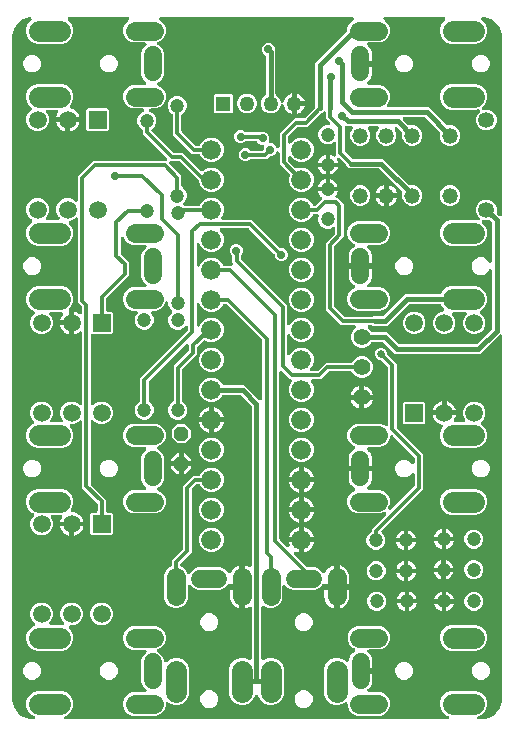
<source format=gbl>
G04 EAGLE Gerber RS-274X export*
G75*
%MOMM*%
%FSLAX34Y34*%
%LPD*%
%INBottom Copper*%
%IPPOS*%
%AMOC8*
5,1,8,0,0,1.08239X$1,22.5*%
G01*
%ADD10C,1.200000*%
%ADD11C,1.320000*%
%ADD12R,1.500000X1.500000*%
%ADD13C,1.500000*%
%ADD14C,1.500000*%
%ADD15C,1.600000*%
%ADD16C,1.800000*%
%ADD17C,1.422400*%
%ADD18C,1.350000*%
%ADD19C,1.676400*%
%ADD20P,1.319650X8X292.500000*%
%ADD21R,1.270000X1.270000*%
%ADD22C,1.270000*%
%ADD23C,0.704800*%
%ADD24C,0.654800*%
%ADD25C,0.400000*%
%ADD26C,0.300000*%

G36*
X21308Y2742D02*
X21308Y2742D01*
X21361Y2739D01*
X21480Y2762D01*
X21600Y2776D01*
X21649Y2793D01*
X21700Y2803D01*
X21811Y2852D01*
X21925Y2893D01*
X21969Y2922D01*
X22017Y2943D01*
X22113Y3016D01*
X22215Y3082D01*
X22251Y3120D01*
X22292Y3151D01*
X22370Y3245D01*
X22453Y3332D01*
X22480Y3377D01*
X22513Y3417D01*
X22567Y3526D01*
X22628Y3630D01*
X22644Y3680D01*
X22667Y3727D01*
X22695Y3845D01*
X22730Y3961D01*
X22734Y4013D01*
X22746Y4064D01*
X22746Y4185D01*
X22754Y4306D01*
X22746Y4357D01*
X22745Y4409D01*
X22718Y4527D01*
X22698Y4647D01*
X22678Y4695D01*
X22666Y4746D01*
X22612Y4854D01*
X22565Y4966D01*
X22535Y5008D01*
X22511Y5055D01*
X22434Y5148D01*
X22363Y5246D01*
X22323Y5281D01*
X22290Y5321D01*
X22194Y5394D01*
X22102Y5473D01*
X22056Y5497D01*
X22014Y5529D01*
X21830Y5620D01*
X19769Y6474D01*
X16674Y9569D01*
X14999Y13612D01*
X14999Y17988D01*
X16674Y22031D01*
X19769Y25126D01*
X23812Y26801D01*
X46188Y26801D01*
X50231Y25126D01*
X53326Y22031D01*
X55001Y17988D01*
X55001Y13612D01*
X53326Y9569D01*
X50231Y6474D01*
X48170Y5620D01*
X48124Y5595D01*
X48075Y5577D01*
X47974Y5511D01*
X47868Y5452D01*
X47829Y5417D01*
X47785Y5388D01*
X47702Y5301D01*
X47612Y5219D01*
X47583Y5176D01*
X47547Y5138D01*
X47485Y5034D01*
X47417Y4934D01*
X47398Y4885D01*
X47372Y4840D01*
X47336Y4724D01*
X47292Y4611D01*
X47285Y4559D01*
X47270Y4509D01*
X47261Y4389D01*
X47245Y4269D01*
X47250Y4217D01*
X47246Y4164D01*
X47266Y4045D01*
X47277Y3924D01*
X47294Y3875D01*
X47302Y3823D01*
X47348Y3711D01*
X47387Y3597D01*
X47415Y3552D01*
X47435Y3504D01*
X47506Y3406D01*
X47569Y3303D01*
X47606Y3266D01*
X47637Y3224D01*
X47728Y3144D01*
X47814Y3059D01*
X47859Y3031D01*
X47898Y2997D01*
X48005Y2941D01*
X48108Y2877D01*
X48158Y2860D01*
X48204Y2836D01*
X48321Y2806D01*
X48436Y2768D01*
X48488Y2763D01*
X48539Y2750D01*
X48744Y2736D01*
X371839Y2736D01*
X371891Y2742D01*
X371943Y2739D01*
X372063Y2762D01*
X372183Y2776D01*
X372232Y2793D01*
X372283Y2803D01*
X372394Y2852D01*
X372508Y2893D01*
X372552Y2922D01*
X372599Y2943D01*
X372696Y3016D01*
X372797Y3082D01*
X372833Y3120D01*
X372875Y3151D01*
X372953Y3245D01*
X373036Y3332D01*
X373063Y3377D01*
X373096Y3417D01*
X373150Y3526D01*
X373211Y3630D01*
X373227Y3680D01*
X373250Y3727D01*
X373277Y3845D01*
X373313Y3961D01*
X373317Y4013D01*
X373329Y4064D01*
X373329Y4185D01*
X373337Y4306D01*
X373328Y4357D01*
X373328Y4409D01*
X373300Y4527D01*
X373281Y4647D01*
X373261Y4695D01*
X373249Y4746D01*
X373195Y4854D01*
X373148Y4966D01*
X373118Y5008D01*
X373094Y5055D01*
X373017Y5148D01*
X372946Y5246D01*
X372906Y5281D01*
X372873Y5321D01*
X372776Y5394D01*
X372685Y5473D01*
X372638Y5497D01*
X372597Y5529D01*
X372413Y5620D01*
X369869Y6674D01*
X366774Y9769D01*
X365099Y13812D01*
X365099Y18188D01*
X366774Y22231D01*
X369869Y25326D01*
X373912Y27001D01*
X396288Y27001D01*
X400331Y25326D01*
X403426Y22231D01*
X405101Y18188D01*
X405101Y13812D01*
X403426Y9769D01*
X400331Y6674D01*
X397787Y5620D01*
X397741Y5595D01*
X397692Y5577D01*
X397591Y5511D01*
X397485Y5452D01*
X397446Y5417D01*
X397403Y5388D01*
X397319Y5301D01*
X397230Y5219D01*
X397200Y5176D01*
X397164Y5138D01*
X397103Y5034D01*
X397034Y4934D01*
X397015Y4885D01*
X396989Y4840D01*
X396953Y4724D01*
X396909Y4611D01*
X396902Y4559D01*
X396887Y4509D01*
X396879Y4389D01*
X396862Y4269D01*
X396867Y4217D01*
X396863Y4164D01*
X396883Y4045D01*
X396894Y3924D01*
X396911Y3875D01*
X396919Y3823D01*
X396966Y3711D01*
X397004Y3597D01*
X397032Y3552D01*
X397052Y3504D01*
X397123Y3406D01*
X397186Y3303D01*
X397223Y3266D01*
X397254Y3224D01*
X397345Y3144D01*
X397431Y3059D01*
X397476Y3031D01*
X397515Y2997D01*
X397622Y2941D01*
X397725Y2877D01*
X397775Y2860D01*
X397821Y2836D01*
X397939Y2806D01*
X398053Y2768D01*
X398105Y2763D01*
X398156Y2750D01*
X398361Y2736D01*
X400600Y2736D01*
X400633Y2740D01*
X400718Y2740D01*
X403199Y2936D01*
X403272Y2950D01*
X403346Y2955D01*
X403530Y3001D01*
X403539Y3002D01*
X403541Y3003D01*
X403545Y3004D01*
X408266Y4538D01*
X408386Y4594D01*
X408510Y4642D01*
X408557Y4672D01*
X408580Y4682D01*
X408606Y4703D01*
X408684Y4751D01*
X412699Y7669D01*
X412797Y7759D01*
X412900Y7843D01*
X412935Y7885D01*
X412954Y7903D01*
X412973Y7931D01*
X413031Y8001D01*
X415949Y12016D01*
X416014Y12132D01*
X416085Y12244D01*
X416106Y12295D01*
X416118Y12318D01*
X416128Y12349D01*
X416162Y12434D01*
X417696Y17155D01*
X417710Y17228D01*
X417734Y17298D01*
X417762Y17485D01*
X417764Y17494D01*
X417764Y17496D01*
X417764Y17501D01*
X417960Y19982D01*
X417958Y20015D01*
X417964Y20100D01*
X417964Y327187D01*
X417952Y327291D01*
X417950Y327395D01*
X417932Y327462D01*
X417924Y327530D01*
X417889Y327628D01*
X417863Y327729D01*
X417830Y327790D01*
X417807Y327856D01*
X417750Y327943D01*
X417701Y328035D01*
X417656Y328087D01*
X417618Y328145D01*
X417543Y328217D01*
X417474Y328296D01*
X417418Y328336D01*
X417368Y328384D01*
X417278Y328437D01*
X417193Y328497D01*
X417129Y328524D01*
X417070Y328559D01*
X416970Y328590D01*
X416874Y328629D01*
X416805Y328640D01*
X416739Y328661D01*
X416635Y328668D01*
X416532Y328685D01*
X416463Y328680D01*
X416394Y328684D01*
X416292Y328668D01*
X416187Y328660D01*
X416121Y328640D01*
X416053Y328628D01*
X415957Y328588D01*
X415857Y328557D01*
X415798Y328522D01*
X415734Y328496D01*
X415649Y328435D01*
X415560Y328382D01*
X415481Y328313D01*
X415454Y328294D01*
X415439Y328277D01*
X415405Y328247D01*
X414718Y327560D01*
X399457Y312299D01*
X327143Y312299D01*
X317482Y321960D01*
X317373Y322047D01*
X317267Y322138D01*
X317237Y322154D01*
X317211Y322175D01*
X317085Y322234D01*
X316961Y322299D01*
X316929Y322307D01*
X316898Y322322D01*
X316762Y322350D01*
X316627Y322385D01*
X316581Y322388D01*
X316560Y322393D01*
X316526Y322392D01*
X316422Y322399D01*
X308358Y322399D01*
X308271Y322389D01*
X308184Y322389D01*
X308100Y322369D01*
X308015Y322359D01*
X307933Y322330D01*
X307847Y322310D01*
X307770Y322271D01*
X307690Y322242D01*
X307616Y322194D01*
X307538Y322155D01*
X307472Y322100D01*
X307400Y322053D01*
X307339Y321990D01*
X307272Y321934D01*
X307221Y321865D01*
X307161Y321803D01*
X307117Y321727D01*
X307064Y321657D01*
X307000Y321529D01*
X306986Y321505D01*
X306983Y321493D01*
X306973Y321474D01*
X306875Y321238D01*
X304312Y318675D01*
X300963Y317287D01*
X297337Y317287D01*
X293988Y318675D01*
X291425Y321238D01*
X290037Y324587D01*
X290037Y328213D01*
X291425Y331562D01*
X293803Y333940D01*
X293867Y334022D01*
X293939Y334097D01*
X293974Y334157D01*
X294017Y334211D01*
X294062Y334305D01*
X294114Y334395D01*
X294135Y334461D01*
X294164Y334524D01*
X294186Y334626D01*
X294216Y334726D01*
X294221Y334795D01*
X294235Y334862D01*
X294233Y334966D01*
X294240Y335071D01*
X294229Y335139D01*
X294227Y335208D01*
X294201Y335309D01*
X294184Y335412D01*
X294157Y335476D01*
X294140Y335542D01*
X294091Y335635D01*
X294051Y335731D01*
X294011Y335787D01*
X293979Y335848D01*
X293910Y335927D01*
X293849Y336011D01*
X293797Y336057D01*
X293751Y336109D01*
X293667Y336170D01*
X293588Y336238D01*
X293527Y336270D01*
X293471Y336311D01*
X293374Y336350D01*
X293282Y336399D01*
X293215Y336416D01*
X293151Y336442D01*
X293048Y336459D01*
X292947Y336485D01*
X292843Y336492D01*
X292810Y336498D01*
X292787Y336496D01*
X292742Y336499D01*
X281650Y336499D01*
X268599Y349550D01*
X268599Y405850D01*
X276360Y413611D01*
X276447Y413720D01*
X276538Y413826D01*
X276554Y413856D01*
X276575Y413882D01*
X276634Y414008D01*
X276699Y414132D01*
X276707Y414164D01*
X276722Y414195D01*
X276750Y414331D01*
X276785Y414466D01*
X276788Y414512D01*
X276793Y414533D01*
X276792Y414567D01*
X276799Y414671D01*
X276799Y418088D01*
X276781Y418243D01*
X276767Y418399D01*
X276761Y418415D01*
X276759Y418432D01*
X276706Y418578D01*
X276657Y418727D01*
X276648Y418741D01*
X276642Y418757D01*
X276557Y418888D01*
X276474Y419020D01*
X276462Y419032D01*
X276453Y419047D01*
X276340Y419154D01*
X276230Y419265D01*
X276215Y419274D01*
X276203Y419285D01*
X276069Y419364D01*
X275935Y419446D01*
X275919Y419452D01*
X275905Y419460D01*
X275756Y419506D01*
X275607Y419556D01*
X275591Y419557D01*
X275574Y419562D01*
X275418Y419573D01*
X275263Y419587D01*
X275246Y419585D01*
X275229Y419586D01*
X275075Y419561D01*
X274921Y419539D01*
X274900Y419532D01*
X274888Y419530D01*
X274863Y419519D01*
X274726Y419474D01*
X271891Y418299D01*
X268709Y418299D01*
X265768Y419517D01*
X263517Y421768D01*
X262299Y424709D01*
X262299Y427891D01*
X262604Y428626D01*
X262646Y428777D01*
X262692Y428926D01*
X262694Y428943D01*
X262698Y428959D01*
X262705Y429114D01*
X262716Y429271D01*
X262713Y429287D01*
X262714Y429304D01*
X262685Y429458D01*
X262660Y429612D01*
X262654Y429627D01*
X262651Y429644D01*
X262587Y429787D01*
X262527Y429931D01*
X262518Y429945D01*
X262511Y429960D01*
X262416Y430085D01*
X262325Y430211D01*
X262313Y430222D01*
X262302Y430236D01*
X262182Y430336D01*
X262064Y430438D01*
X262049Y430446D01*
X262036Y430457D01*
X261897Y430526D01*
X261758Y430599D01*
X261742Y430603D01*
X261726Y430611D01*
X261575Y430646D01*
X261423Y430685D01*
X261402Y430687D01*
X261390Y430689D01*
X261362Y430689D01*
X261219Y430699D01*
X258890Y430699D01*
X258803Y430689D01*
X258715Y430689D01*
X258632Y430669D01*
X258546Y430659D01*
X258464Y430630D01*
X258379Y430610D01*
X258302Y430571D01*
X258221Y430542D01*
X258148Y430494D01*
X258070Y430455D01*
X258004Y430400D01*
X257932Y430353D01*
X257871Y430290D01*
X257804Y430234D01*
X257752Y430165D01*
X257693Y430103D01*
X257649Y430028D01*
X257596Y429957D01*
X257532Y429828D01*
X257518Y429805D01*
X257515Y429793D01*
X257505Y429774D01*
X256902Y428319D01*
X253981Y425398D01*
X250165Y423817D01*
X246035Y423817D01*
X242219Y425398D01*
X239298Y428319D01*
X237717Y432135D01*
X237717Y436265D01*
X239298Y440081D01*
X242219Y443002D01*
X246035Y444583D01*
X250165Y444583D01*
X253981Y443002D01*
X256902Y440081D01*
X257505Y438626D01*
X257547Y438550D01*
X257581Y438469D01*
X257631Y438399D01*
X257673Y438324D01*
X257732Y438259D01*
X257783Y438189D01*
X257848Y438132D01*
X257906Y438069D01*
X257978Y438019D01*
X258044Y437962D01*
X258120Y437922D01*
X258191Y437873D01*
X258273Y437842D01*
X258350Y437801D01*
X258434Y437780D01*
X258514Y437749D01*
X258600Y437737D01*
X258685Y437715D01*
X258829Y437705D01*
X258856Y437701D01*
X258868Y437702D01*
X258890Y437701D01*
X259329Y437701D01*
X259467Y437717D01*
X259606Y437727D01*
X259639Y437737D01*
X259672Y437741D01*
X259803Y437788D01*
X259937Y437829D01*
X259966Y437847D01*
X259998Y437858D01*
X260114Y437934D01*
X260234Y438005D01*
X260268Y438035D01*
X260287Y438047D01*
X260310Y438071D01*
X260389Y438140D01*
X263760Y441511D01*
X265038Y442789D01*
X265044Y442797D01*
X265052Y442803D01*
X265152Y442932D01*
X265253Y443060D01*
X265257Y443069D01*
X265263Y443076D01*
X265330Y443225D01*
X265400Y443373D01*
X265402Y443383D01*
X265406Y443391D01*
X265437Y443550D01*
X265471Y443711D01*
X265471Y443721D01*
X265473Y443730D01*
X265467Y443893D01*
X265463Y444057D01*
X265461Y444066D01*
X265460Y444076D01*
X265417Y444233D01*
X265376Y444392D01*
X265371Y444400D01*
X265369Y444409D01*
X265291Y444553D01*
X265214Y444697D01*
X265208Y444705D01*
X265204Y444713D01*
X265095Y444834D01*
X264987Y444958D01*
X264979Y444964D01*
X264973Y444971D01*
X264876Y445046D01*
X263666Y446256D01*
X262731Y447654D01*
X262087Y449209D01*
X261940Y449951D01*
X270050Y449951D01*
X270085Y449955D01*
X270120Y449952D01*
X270256Y449975D01*
X270274Y449977D01*
X270276Y449976D01*
X270311Y449974D01*
X270346Y449965D01*
X270550Y449951D01*
X278660Y449951D01*
X278513Y449209D01*
X277869Y447654D01*
X276986Y446333D01*
X276926Y446217D01*
X276860Y446105D01*
X276848Y446064D01*
X276828Y446025D01*
X276797Y445899D01*
X276758Y445774D01*
X276755Y445731D01*
X276745Y445690D01*
X276744Y445559D01*
X276735Y445429D01*
X276742Y445387D01*
X276741Y445344D01*
X276770Y445217D01*
X276791Y445088D01*
X276807Y445048D01*
X276817Y445006D01*
X276873Y444889D01*
X276923Y444769D01*
X276948Y444734D01*
X276967Y444695D01*
X277049Y444594D01*
X277126Y444489D01*
X277158Y444460D01*
X277185Y444427D01*
X277288Y444347D01*
X277387Y444262D01*
X277425Y444242D01*
X277459Y444216D01*
X277577Y444162D01*
X277693Y444101D01*
X277735Y444090D01*
X277774Y444073D01*
X277901Y444047D01*
X278028Y444015D01*
X278086Y444011D01*
X278113Y444005D01*
X278146Y444007D01*
X278232Y444001D01*
X278550Y444001D01*
X283801Y438750D01*
X283801Y411150D01*
X276040Y403389D01*
X275953Y403280D01*
X275862Y403174D01*
X275846Y403144D01*
X275825Y403118D01*
X275766Y402992D01*
X275701Y402868D01*
X275693Y402836D01*
X275678Y402805D01*
X275650Y402669D01*
X275615Y402534D01*
X275612Y402488D01*
X275607Y402467D01*
X275608Y402433D01*
X275601Y402329D01*
X275601Y353071D01*
X275617Y352933D01*
X275627Y352794D01*
X275637Y352761D01*
X275641Y352728D01*
X275688Y352597D01*
X275729Y352463D01*
X275747Y352434D01*
X275758Y352402D01*
X275834Y352286D01*
X275905Y352166D01*
X275935Y352132D01*
X275947Y352113D01*
X275971Y352090D01*
X276040Y352011D01*
X284111Y343940D01*
X284220Y343853D01*
X284326Y343762D01*
X284356Y343746D01*
X284382Y343725D01*
X284508Y343666D01*
X284632Y343601D01*
X284664Y343593D01*
X284695Y343578D01*
X284831Y343550D01*
X284966Y343515D01*
X285012Y343512D01*
X285033Y343507D01*
X285067Y343508D01*
X285171Y343501D01*
X307222Y343501D01*
X307360Y343517D01*
X307499Y343527D01*
X307532Y343537D01*
X307565Y343541D01*
X307696Y343588D01*
X307829Y343629D01*
X307859Y343647D01*
X307890Y343658D01*
X308007Y343734D01*
X308127Y343805D01*
X308161Y343835D01*
X308180Y343847D01*
X308203Y343871D01*
X308282Y343940D01*
X308343Y344001D01*
X316922Y344001D01*
X317060Y344017D01*
X317199Y344027D01*
X317232Y344037D01*
X317265Y344041D01*
X317396Y344088D01*
X317529Y344129D01*
X317559Y344147D01*
X317590Y344158D01*
X317707Y344234D01*
X317827Y344305D01*
X317861Y344335D01*
X317880Y344347D01*
X317903Y344371D01*
X317982Y344440D01*
X336143Y362601D01*
X364748Y362601D01*
X364835Y362611D01*
X364923Y362611D01*
X365006Y362631D01*
X365092Y362641D01*
X365174Y362670D01*
X365259Y362690D01*
X365336Y362729D01*
X365417Y362758D01*
X365490Y362806D01*
X365569Y362845D01*
X365635Y362900D01*
X365707Y362947D01*
X365767Y363010D01*
X365834Y363066D01*
X365886Y363135D01*
X365945Y363197D01*
X365989Y363273D01*
X366042Y363343D01*
X366106Y363471D01*
X366120Y363495D01*
X366124Y363507D01*
X366133Y363526D01*
X366674Y364831D01*
X369769Y367926D01*
X373812Y369601D01*
X396188Y369601D01*
X400231Y367926D01*
X403326Y364831D01*
X405001Y360788D01*
X405001Y356412D01*
X403326Y352369D01*
X400231Y349274D01*
X400063Y349204D01*
X399927Y349128D01*
X399789Y349055D01*
X399776Y349044D01*
X399761Y349036D01*
X399646Y348931D01*
X399528Y348828D01*
X399518Y348815D01*
X399506Y348803D01*
X399418Y348675D01*
X399326Y348547D01*
X399320Y348532D01*
X399310Y348518D01*
X399254Y348373D01*
X399194Y348228D01*
X399192Y348211D01*
X399186Y348195D01*
X399164Y348041D01*
X399139Y347887D01*
X399140Y347870D01*
X399138Y347853D01*
X399153Y347698D01*
X399164Y347542D01*
X399169Y347526D01*
X399170Y347509D01*
X399220Y347361D01*
X399266Y347212D01*
X399275Y347197D01*
X399280Y347181D01*
X399363Y347048D01*
X399442Y346914D01*
X399456Y346897D01*
X399463Y346887D01*
X399482Y346868D01*
X399577Y346759D01*
X402454Y343882D01*
X403901Y340390D01*
X403901Y336610D01*
X402454Y333118D01*
X399782Y330446D01*
X396290Y328999D01*
X392510Y328999D01*
X389018Y330446D01*
X386346Y333118D01*
X384899Y336610D01*
X384899Y340390D01*
X386346Y343882D01*
X387504Y345040D01*
X387569Y345122D01*
X387641Y345197D01*
X387676Y345257D01*
X387718Y345311D01*
X387763Y345405D01*
X387816Y345495D01*
X387836Y345561D01*
X387865Y345624D01*
X387887Y345726D01*
X387918Y345826D01*
X387922Y345895D01*
X387937Y345962D01*
X387934Y346066D01*
X387941Y346171D01*
X387930Y346239D01*
X387928Y346308D01*
X387902Y346409D01*
X387885Y346512D01*
X387859Y346576D01*
X387841Y346642D01*
X387793Y346735D01*
X387753Y346831D01*
X387712Y346887D01*
X387680Y346948D01*
X387611Y347027D01*
X387550Y347111D01*
X387498Y347157D01*
X387453Y347209D01*
X387368Y347270D01*
X387289Y347338D01*
X387228Y347370D01*
X387172Y347411D01*
X387076Y347450D01*
X386983Y347499D01*
X386916Y347516D01*
X386852Y347542D01*
X386750Y347559D01*
X386648Y347585D01*
X386544Y347592D01*
X386511Y347598D01*
X386489Y347596D01*
X386444Y347599D01*
X376956Y347599D01*
X376853Y347587D01*
X376748Y347585D01*
X376681Y347567D01*
X376613Y347559D01*
X376515Y347524D01*
X376414Y347498D01*
X376353Y347465D01*
X376288Y347442D01*
X376200Y347385D01*
X376108Y347336D01*
X376056Y347291D01*
X375998Y347253D01*
X375926Y347178D01*
X375847Y347109D01*
X375807Y347053D01*
X375759Y347003D01*
X375707Y346913D01*
X375646Y346828D01*
X375619Y346764D01*
X375584Y346705D01*
X375554Y346605D01*
X375514Y346509D01*
X375503Y346440D01*
X375482Y346374D01*
X375475Y346270D01*
X375458Y346167D01*
X375463Y346098D01*
X375459Y346029D01*
X375476Y345927D01*
X375483Y345822D01*
X375503Y345756D01*
X375515Y345688D01*
X375555Y345592D01*
X375586Y345492D01*
X375621Y345433D01*
X375647Y345369D01*
X375708Y345285D01*
X375761Y345195D01*
X375830Y345116D01*
X375850Y345089D01*
X375866Y345074D01*
X375896Y345040D01*
X377054Y343882D01*
X378501Y340390D01*
X378501Y336610D01*
X377054Y333118D01*
X374382Y330446D01*
X370890Y328999D01*
X367110Y328999D01*
X363618Y330446D01*
X360946Y333118D01*
X359499Y336610D01*
X359499Y340390D01*
X360946Y343882D01*
X363618Y346554D01*
X367110Y348001D01*
X367422Y348001D01*
X367526Y348013D01*
X367630Y348015D01*
X367697Y348033D01*
X367766Y348041D01*
X367864Y348076D01*
X367965Y348102D01*
X368026Y348135D01*
X368091Y348158D01*
X368178Y348215D01*
X368271Y348264D01*
X368323Y348309D01*
X368381Y348347D01*
X368453Y348422D01*
X368531Y348491D01*
X368572Y348547D01*
X368619Y348597D01*
X368672Y348687D01*
X368733Y348772D01*
X368759Y348836D01*
X368794Y348895D01*
X368825Y348995D01*
X368865Y349091D01*
X368876Y349160D01*
X368896Y349226D01*
X368903Y349330D01*
X368920Y349433D01*
X368915Y349502D01*
X368920Y349571D01*
X368903Y349673D01*
X368896Y349778D01*
X368875Y349844D01*
X368864Y349912D01*
X368824Y350008D01*
X368793Y350108D01*
X368758Y350167D01*
X368731Y350231D01*
X368670Y350316D01*
X368617Y350405D01*
X368549Y350484D01*
X368529Y350511D01*
X368512Y350526D01*
X368483Y350560D01*
X366674Y352369D01*
X366133Y353674D01*
X366091Y353750D01*
X366057Y353831D01*
X366007Y353901D01*
X365965Y353976D01*
X365906Y354040D01*
X365855Y354111D01*
X365790Y354168D01*
X365732Y354231D01*
X365660Y354281D01*
X365594Y354338D01*
X365518Y354378D01*
X365447Y354427D01*
X365365Y354458D01*
X365288Y354499D01*
X365204Y354520D01*
X365124Y354551D01*
X365038Y354563D01*
X364953Y354585D01*
X364809Y354595D01*
X364782Y354599D01*
X364770Y354598D01*
X364748Y354599D01*
X340078Y354599D01*
X339940Y354583D01*
X339801Y354573D01*
X339768Y354563D01*
X339735Y354559D01*
X339604Y354512D01*
X339471Y354471D01*
X339441Y354453D01*
X339410Y354442D01*
X339293Y354366D01*
X339173Y354295D01*
X339139Y354265D01*
X339120Y354253D01*
X339097Y354229D01*
X339018Y354160D01*
X320857Y335999D01*
X308343Y335999D01*
X308282Y336060D01*
X308173Y336147D01*
X308067Y336238D01*
X308037Y336254D01*
X308011Y336275D01*
X307885Y336334D01*
X307761Y336399D01*
X307729Y336407D01*
X307698Y336422D01*
X307562Y336450D01*
X307427Y336485D01*
X307381Y336488D01*
X307360Y336493D01*
X307326Y336492D01*
X307222Y336499D01*
X305558Y336499D01*
X305454Y336487D01*
X305350Y336485D01*
X305283Y336467D01*
X305214Y336459D01*
X305116Y336424D01*
X305015Y336398D01*
X304954Y336365D01*
X304889Y336342D01*
X304801Y336285D01*
X304709Y336236D01*
X304657Y336191D01*
X304599Y336153D01*
X304527Y336078D01*
X304449Y336009D01*
X304408Y335953D01*
X304361Y335903D01*
X304308Y335813D01*
X304247Y335728D01*
X304221Y335664D01*
X304186Y335605D01*
X304155Y335505D01*
X304115Y335409D01*
X304104Y335340D01*
X304084Y335274D01*
X304077Y335170D01*
X304060Y335067D01*
X304065Y334998D01*
X304060Y334929D01*
X304077Y334827D01*
X304084Y334722D01*
X304105Y334656D01*
X304116Y334588D01*
X304156Y334492D01*
X304187Y334392D01*
X304222Y334333D01*
X304249Y334269D01*
X304310Y334184D01*
X304363Y334095D01*
X304431Y334016D01*
X304451Y333989D01*
X304468Y333974D01*
X304497Y333940D01*
X306875Y331562D01*
X306973Y331326D01*
X307016Y331250D01*
X307049Y331169D01*
X307099Y331099D01*
X307141Y331024D01*
X307200Y330959D01*
X307251Y330889D01*
X307316Y330832D01*
X307374Y330769D01*
X307447Y330719D01*
X307513Y330662D01*
X307589Y330622D01*
X307660Y330573D01*
X307741Y330542D01*
X307819Y330501D01*
X307902Y330480D01*
X307982Y330449D01*
X308069Y330437D01*
X308153Y330415D01*
X308297Y330405D01*
X308324Y330401D01*
X308336Y330402D01*
X308358Y330401D01*
X320357Y330401D01*
X330018Y320740D01*
X330127Y320653D01*
X330233Y320562D01*
X330263Y320546D01*
X330289Y320525D01*
X330415Y320466D01*
X330539Y320401D01*
X330571Y320393D01*
X330602Y320378D01*
X330738Y320350D01*
X330873Y320315D01*
X330919Y320312D01*
X330940Y320307D01*
X330974Y320308D01*
X331078Y320301D01*
X395522Y320301D01*
X395660Y320317D01*
X395799Y320327D01*
X395832Y320337D01*
X395865Y320341D01*
X395996Y320388D01*
X396129Y320429D01*
X396159Y320447D01*
X396190Y320458D01*
X396307Y320534D01*
X396427Y320605D01*
X396461Y320635D01*
X396480Y320647D01*
X396503Y320671D01*
X396582Y320740D01*
X409060Y333218D01*
X409147Y333327D01*
X409238Y333433D01*
X409254Y333463D01*
X409275Y333489D01*
X409334Y333615D01*
X409399Y333739D01*
X409407Y333771D01*
X409422Y333802D01*
X409450Y333938D01*
X409485Y334073D01*
X409488Y334119D01*
X409493Y334140D01*
X409492Y334174D01*
X409499Y334278D01*
X409499Y382396D01*
X409493Y382448D01*
X409496Y382500D01*
X409473Y382619D01*
X409459Y382739D01*
X409442Y382788D01*
X409432Y382840D01*
X409383Y382950D01*
X409342Y383064D01*
X409313Y383108D01*
X409292Y383156D01*
X409219Y383252D01*
X409153Y383354D01*
X409115Y383390D01*
X409084Y383432D01*
X408990Y383509D01*
X408903Y383593D01*
X408858Y383619D01*
X408818Y383652D01*
X408709Y383706D01*
X408605Y383768D01*
X408555Y383783D01*
X408508Y383806D01*
X408390Y383834D01*
X408274Y383870D01*
X408222Y383873D01*
X408171Y383885D01*
X408050Y383885D01*
X407929Y383893D01*
X407878Y383885D01*
X407825Y383885D01*
X407708Y383857D01*
X407588Y383837D01*
X407540Y383817D01*
X407489Y383805D01*
X407381Y383751D01*
X407269Y383705D01*
X407227Y383674D01*
X407180Y383651D01*
X407087Y383573D01*
X406989Y383502D01*
X406954Y383463D01*
X406914Y383429D01*
X406841Y383333D01*
X406762Y383241D01*
X406738Y383195D01*
X406706Y383153D01*
X406615Y382969D01*
X406359Y382351D01*
X404249Y380241D01*
X401492Y379099D01*
X398508Y379099D01*
X395751Y380241D01*
X393641Y382351D01*
X392499Y385108D01*
X392499Y388092D01*
X393641Y390849D01*
X395751Y392959D01*
X398508Y394101D01*
X401492Y394101D01*
X404249Y392959D01*
X406359Y390849D01*
X406615Y390231D01*
X406640Y390185D01*
X406658Y390136D01*
X406724Y390034D01*
X406783Y389929D01*
X406818Y389890D01*
X406847Y389846D01*
X406935Y389762D01*
X407016Y389673D01*
X407059Y389644D01*
X407097Y389607D01*
X407201Y389546D01*
X407301Y389478D01*
X407350Y389459D01*
X407395Y389432D01*
X407511Y389397D01*
X407624Y389353D01*
X407676Y389346D01*
X407726Y389330D01*
X407846Y389322D01*
X407966Y389305D01*
X408018Y389310D01*
X408071Y389307D01*
X408190Y389326D01*
X408311Y389338D01*
X408360Y389354D01*
X408412Y389363D01*
X408523Y389409D01*
X408638Y389448D01*
X408683Y389475D01*
X408731Y389495D01*
X408829Y389566D01*
X408932Y389630D01*
X408969Y389667D01*
X409011Y389698D01*
X409091Y389789D01*
X409176Y389875D01*
X409204Y389919D01*
X409238Y389959D01*
X409294Y390066D01*
X409358Y390169D01*
X409374Y390218D01*
X409399Y390265D01*
X409429Y390382D01*
X409467Y390497D01*
X409472Y390549D01*
X409485Y390600D01*
X409499Y390804D01*
X409499Y422972D01*
X409483Y423110D01*
X409473Y423249D01*
X409463Y423282D01*
X409459Y423315D01*
X409412Y423446D01*
X409371Y423579D01*
X409353Y423609D01*
X409342Y423640D01*
X409266Y423757D01*
X409195Y423877D01*
X409165Y423911D01*
X409153Y423930D01*
X409129Y423953D01*
X409060Y424032D01*
X408005Y425087D01*
X407936Y425142D01*
X407874Y425203D01*
X407829Y425231D01*
X407792Y425263D01*
X407764Y425278D01*
X407734Y425302D01*
X407655Y425339D01*
X407580Y425385D01*
X407526Y425403D01*
X407486Y425424D01*
X407458Y425431D01*
X407421Y425449D01*
X407335Y425467D01*
X407252Y425494D01*
X407192Y425500D01*
X407152Y425510D01*
X407117Y425513D01*
X407083Y425520D01*
X407030Y425519D01*
X406947Y425524D01*
X406940Y425524D01*
X406933Y425523D01*
X406908Y425526D01*
X406823Y425514D01*
X406737Y425512D01*
X406661Y425492D01*
X406597Y425484D01*
X406585Y425480D01*
X406566Y425477D01*
X406430Y425432D01*
X406403Y425425D01*
X406392Y425419D01*
X406371Y425412D01*
X406341Y425399D01*
X402859Y425399D01*
X402822Y425415D01*
X402809Y425418D01*
X402799Y425424D01*
X402763Y425433D01*
X402724Y425451D01*
X402605Y425476D01*
X402489Y425510D01*
X402444Y425512D01*
X402436Y425512D01*
X402386Y425523D01*
X402308Y425521D01*
X402259Y425524D01*
X402253Y425524D01*
X402229Y425521D01*
X402144Y425525D01*
X402092Y425516D01*
X402040Y425515D01*
X401936Y425487D01*
X401909Y425484D01*
X401893Y425478D01*
X401804Y425462D01*
X401756Y425441D01*
X401705Y425427D01*
X401605Y425374D01*
X401584Y425367D01*
X401573Y425360D01*
X401488Y425322D01*
X401446Y425290D01*
X401400Y425266D01*
X401311Y425189D01*
X401294Y425178D01*
X401287Y425171D01*
X401212Y425113D01*
X401178Y425073D01*
X401139Y425039D01*
X401070Y424943D01*
X401056Y424928D01*
X401051Y424919D01*
X400991Y424847D01*
X400968Y424800D01*
X400937Y424758D01*
X400893Y424650D01*
X400881Y424630D01*
X400877Y424618D01*
X400837Y424538D01*
X400825Y424487D01*
X400805Y424438D01*
X400787Y424327D01*
X400779Y424299D01*
X400778Y424283D01*
X400758Y424201D01*
X400758Y424149D01*
X400750Y424097D01*
X400758Y423991D01*
X400755Y423954D01*
X400759Y423932D01*
X400759Y423855D01*
X400771Y423804D01*
X400774Y423752D01*
X400804Y423659D01*
X400811Y423613D01*
X400823Y423586D01*
X400838Y423519D01*
X400862Y423472D01*
X400877Y423422D01*
X400922Y423346D01*
X400944Y423294D01*
X400966Y423263D01*
X400993Y423210D01*
X401026Y423169D01*
X401053Y423124D01*
X401129Y423037D01*
X401146Y423014D01*
X401160Y423001D01*
X401188Y422970D01*
X403326Y420831D01*
X405001Y416788D01*
X405001Y412412D01*
X403326Y408369D01*
X400231Y405274D01*
X396188Y403599D01*
X373812Y403599D01*
X369769Y405274D01*
X366674Y408369D01*
X364999Y412412D01*
X364999Y416788D01*
X366674Y420831D01*
X369769Y423926D01*
X373812Y425601D01*
X396188Y425601D01*
X397053Y425243D01*
X397103Y425228D01*
X397151Y425206D01*
X397269Y425181D01*
X397385Y425148D01*
X397438Y425146D01*
X397489Y425135D01*
X397610Y425138D01*
X397731Y425132D01*
X397782Y425142D01*
X397835Y425143D01*
X397951Y425173D01*
X398071Y425196D01*
X398119Y425217D01*
X398169Y425230D01*
X398276Y425287D01*
X398387Y425335D01*
X398429Y425367D01*
X398475Y425391D01*
X398566Y425471D01*
X398663Y425544D01*
X398696Y425584D01*
X398736Y425619D01*
X398806Y425717D01*
X398883Y425810D01*
X398907Y425857D01*
X398937Y425899D01*
X398983Y426011D01*
X399037Y426120D01*
X399049Y426171D01*
X399069Y426219D01*
X399089Y426339D01*
X399116Y426456D01*
X399116Y426509D01*
X399124Y426560D01*
X399116Y426681D01*
X399116Y426802D01*
X399104Y426853D01*
X399100Y426905D01*
X399064Y427021D01*
X399036Y427139D01*
X399013Y427185D01*
X398997Y427235D01*
X398936Y427340D01*
X398882Y427448D01*
X398848Y427488D01*
X398822Y427533D01*
X398687Y427688D01*
X397181Y429193D01*
X395849Y432409D01*
X395849Y435891D01*
X397182Y439107D01*
X399643Y441568D01*
X402859Y442901D01*
X406341Y442901D01*
X409557Y441568D01*
X412018Y439107D01*
X413351Y435891D01*
X413351Y432409D01*
X413338Y432379D01*
X413314Y432295D01*
X413281Y432214D01*
X413267Y432129D01*
X413243Y432046D01*
X413239Y431959D01*
X413225Y431872D01*
X413231Y431786D01*
X413228Y431701D01*
X413244Y431615D01*
X413250Y431527D01*
X413275Y431445D01*
X413291Y431361D01*
X413327Y431281D01*
X413353Y431197D01*
X413396Y431123D01*
X413431Y431045D01*
X413484Y430975D01*
X413528Y430899D01*
X413623Y430791D01*
X413639Y430769D01*
X413649Y430761D01*
X413663Y430745D01*
X414718Y429690D01*
X415405Y429003D01*
X415487Y428938D01*
X415562Y428866D01*
X415622Y428831D01*
X415676Y428788D01*
X415770Y428744D01*
X415860Y428691D01*
X415926Y428671D01*
X415989Y428641D01*
X416091Y428620D01*
X416191Y428589D01*
X416260Y428584D01*
X416327Y428570D01*
X416431Y428573D01*
X416536Y428566D01*
X416604Y428577D01*
X416673Y428578D01*
X416774Y428605D01*
X416877Y428622D01*
X416940Y428648D01*
X417007Y428665D01*
X417100Y428714D01*
X417196Y428754D01*
X417252Y428795D01*
X417313Y428827D01*
X417392Y428895D01*
X417476Y428956D01*
X417522Y429009D01*
X417574Y429054D01*
X417635Y429139D01*
X417703Y429218D01*
X417735Y429279D01*
X417776Y429335D01*
X417815Y429431D01*
X417864Y429524D01*
X417881Y429591D01*
X417907Y429654D01*
X417924Y429757D01*
X417950Y429858D01*
X417957Y429962D01*
X417963Y429996D01*
X417961Y430018D01*
X417964Y430063D01*
X417964Y580100D01*
X417960Y580133D01*
X417960Y580218D01*
X417764Y582699D01*
X417750Y582772D01*
X417745Y582846D01*
X417699Y583030D01*
X417698Y583039D01*
X417697Y583041D01*
X417696Y583045D01*
X416162Y587766D01*
X416106Y587886D01*
X416058Y588010D01*
X416028Y588057D01*
X416018Y588080D01*
X415997Y588106D01*
X415949Y588184D01*
X413031Y592199D01*
X412941Y592297D01*
X412857Y592400D01*
X412815Y592435D01*
X412797Y592454D01*
X412769Y592473D01*
X412699Y592531D01*
X408684Y595449D01*
X408568Y595514D01*
X408456Y595585D01*
X408405Y595606D01*
X408382Y595618D01*
X408351Y595628D01*
X408266Y595662D01*
X403545Y597196D01*
X403472Y597210D01*
X403402Y597234D01*
X403215Y597262D01*
X403206Y597264D01*
X403204Y597264D01*
X403199Y597264D01*
X401925Y597365D01*
X401763Y597359D01*
X401600Y597355D01*
X401590Y597352D01*
X401580Y597352D01*
X401423Y597309D01*
X401265Y597268D01*
X401256Y597263D01*
X401246Y597260D01*
X401103Y597182D01*
X400959Y597106D01*
X400952Y597100D01*
X400943Y597095D01*
X400821Y596985D01*
X400699Y596879D01*
X400693Y596871D01*
X400685Y596864D01*
X400593Y596731D01*
X400497Y596598D01*
X400493Y596589D01*
X400487Y596580D01*
X400427Y596430D01*
X400365Y596279D01*
X400364Y596269D01*
X400360Y596259D01*
X400336Y596099D01*
X400310Y595937D01*
X400311Y595927D01*
X400309Y595917D01*
X400323Y595756D01*
X400334Y595592D01*
X400337Y595583D01*
X400338Y595573D01*
X400389Y595418D01*
X400437Y595262D01*
X400442Y595254D01*
X400445Y595244D01*
X400530Y595105D01*
X400613Y594965D01*
X400621Y594955D01*
X400625Y594948D01*
X400640Y594934D01*
X400748Y594810D01*
X403326Y592231D01*
X405001Y588188D01*
X405001Y583812D01*
X403326Y579769D01*
X400231Y576674D01*
X396188Y574999D01*
X373812Y574999D01*
X369769Y576674D01*
X366674Y579769D01*
X364999Y583812D01*
X364999Y588188D01*
X366674Y592231D01*
X369348Y594905D01*
X369412Y594987D01*
X369484Y595062D01*
X369519Y595122D01*
X369562Y595176D01*
X369607Y595270D01*
X369659Y595360D01*
X369680Y595426D01*
X369709Y595489D01*
X369731Y595591D01*
X369761Y595691D01*
X369766Y595760D01*
X369780Y595827D01*
X369778Y595931D01*
X369785Y596036D01*
X369774Y596104D01*
X369772Y596173D01*
X369746Y596274D01*
X369729Y596377D01*
X369702Y596441D01*
X369685Y596507D01*
X369636Y596600D01*
X369596Y596696D01*
X369556Y596752D01*
X369524Y596813D01*
X369455Y596892D01*
X369394Y596976D01*
X369342Y597022D01*
X369296Y597074D01*
X369212Y597135D01*
X369133Y597203D01*
X369072Y597235D01*
X369016Y597276D01*
X368919Y597315D01*
X368827Y597364D01*
X368760Y597381D01*
X368696Y597407D01*
X368593Y597424D01*
X368492Y597450D01*
X368388Y597457D01*
X368355Y597463D01*
X368332Y597461D01*
X368287Y597464D01*
X318993Y597464D01*
X318941Y597458D01*
X318889Y597461D01*
X318770Y597438D01*
X318650Y597424D01*
X318601Y597407D01*
X318549Y597397D01*
X318438Y597348D01*
X318325Y597307D01*
X318281Y597278D01*
X318233Y597257D01*
X318136Y597184D01*
X318035Y597118D01*
X317999Y597080D01*
X317957Y597049D01*
X317880Y596956D01*
X317796Y596868D01*
X317770Y596823D01*
X317736Y596782D01*
X317682Y596674D01*
X317621Y596570D01*
X317606Y596520D01*
X317583Y596473D01*
X317555Y596355D01*
X317519Y596239D01*
X317516Y596187D01*
X317504Y596136D01*
X317504Y596015D01*
X317496Y595894D01*
X317504Y595843D01*
X317504Y595790D01*
X317532Y595673D01*
X317552Y595553D01*
X317572Y595505D01*
X317584Y595454D01*
X317638Y595346D01*
X317684Y595234D01*
X317715Y595192D01*
X317738Y595145D01*
X317816Y595052D01*
X317886Y594954D01*
X317926Y594919D01*
X317959Y594879D01*
X318056Y594806D01*
X318148Y594727D01*
X318194Y594703D01*
X318236Y594671D01*
X318419Y594580D01*
X318665Y594478D01*
X321478Y591665D01*
X323001Y587989D01*
X323001Y584011D01*
X321478Y580335D01*
X318665Y577522D01*
X314989Y575999D01*
X305245Y575999D01*
X305197Y575994D01*
X305148Y575996D01*
X305026Y575974D01*
X304902Y575959D01*
X304856Y575943D01*
X304808Y575934D01*
X304694Y575884D01*
X304577Y575842D01*
X304536Y575815D01*
X304491Y575796D01*
X304391Y575721D01*
X304287Y575653D01*
X304253Y575618D01*
X304214Y575588D01*
X304134Y575493D01*
X304049Y575403D01*
X304024Y575361D01*
X303992Y575323D01*
X303936Y575212D01*
X303874Y575105D01*
X303859Y575058D01*
X303837Y575014D01*
X303808Y574893D01*
X303772Y574774D01*
X303768Y574725D01*
X303757Y574678D01*
X303756Y574554D01*
X303748Y574429D01*
X303756Y574381D01*
X303756Y574332D01*
X303784Y574211D01*
X303804Y574088D01*
X303823Y574043D01*
X303834Y573995D01*
X303889Y573884D01*
X303937Y573769D01*
X303965Y573729D01*
X303987Y573685D01*
X304066Y573589D01*
X304139Y573489D01*
X304176Y573456D01*
X304207Y573419D01*
X304364Y573287D01*
X304541Y573159D01*
X305659Y572041D01*
X306588Y570762D01*
X307305Y569354D01*
X307794Y567851D01*
X308041Y566290D01*
X308041Y560499D01*
X299000Y560499D01*
X298965Y560495D01*
X298930Y560498D01*
X298794Y560475D01*
X298657Y560459D01*
X298623Y560447D01*
X298588Y560442D01*
X298461Y560389D01*
X298332Y560342D01*
X298302Y560323D01*
X298269Y560309D01*
X298157Y560228D01*
X298042Y560153D01*
X298018Y560127D01*
X297989Y560107D01*
X297898Y560003D01*
X297803Y559903D01*
X297785Y559872D01*
X297762Y559846D01*
X297698Y559723D01*
X297628Y559605D01*
X297618Y559571D01*
X297601Y559539D01*
X297567Y559406D01*
X297526Y559274D01*
X297524Y559239D01*
X297515Y559205D01*
X297501Y559000D01*
X297501Y557000D01*
X297505Y556965D01*
X297503Y556929D01*
X297525Y556793D01*
X297541Y556657D01*
X297553Y556623D01*
X297559Y556588D01*
X297611Y556461D01*
X297658Y556331D01*
X297678Y556302D01*
X297691Y556269D01*
X297772Y556157D01*
X297847Y556042D01*
X297873Y556017D01*
X297894Y555989D01*
X297998Y555898D01*
X298097Y555803D01*
X298128Y555785D01*
X298155Y555762D01*
X298277Y555698D01*
X298395Y555628D01*
X298429Y555618D01*
X298461Y555601D01*
X298594Y555567D01*
X298726Y555526D01*
X298761Y555524D01*
X298796Y555515D01*
X299000Y555501D01*
X308041Y555501D01*
X308041Y549710D01*
X307794Y548149D01*
X307305Y546646D01*
X306588Y545238D01*
X305659Y543959D01*
X304541Y542841D01*
X304364Y542713D01*
X304328Y542680D01*
X304287Y542653D01*
X304201Y542563D01*
X304110Y542479D01*
X304082Y542438D01*
X304049Y542403D01*
X303986Y542296D01*
X303916Y542193D01*
X303898Y542147D01*
X303874Y542105D01*
X303837Y541986D01*
X303793Y541870D01*
X303786Y541821D01*
X303772Y541774D01*
X303763Y541650D01*
X303746Y541527D01*
X303751Y541478D01*
X303748Y541429D01*
X303768Y541307D01*
X303780Y541183D01*
X303796Y541137D01*
X303804Y541088D01*
X303852Y540973D01*
X303892Y540856D01*
X303918Y540814D01*
X303937Y540769D01*
X304009Y540668D01*
X304075Y540563D01*
X304110Y540528D01*
X304139Y540489D01*
X304233Y540407D01*
X304321Y540320D01*
X304363Y540294D01*
X304400Y540262D01*
X304510Y540204D01*
X304616Y540139D01*
X304663Y540124D01*
X304706Y540101D01*
X304826Y540070D01*
X304945Y540031D01*
X304993Y540027D01*
X305041Y540015D01*
X305245Y540001D01*
X314989Y540001D01*
X318665Y538478D01*
X321478Y535665D01*
X323001Y531989D01*
X323001Y528011D01*
X321478Y524335D01*
X320603Y523460D01*
X320538Y523378D01*
X320467Y523303D01*
X320432Y523243D01*
X320389Y523189D01*
X320344Y523095D01*
X320292Y523005D01*
X320271Y522939D01*
X320242Y522876D01*
X320220Y522774D01*
X320189Y522674D01*
X320185Y522605D01*
X320170Y522538D01*
X320173Y522434D01*
X320166Y522329D01*
X320177Y522261D01*
X320179Y522192D01*
X320205Y522091D01*
X320222Y521988D01*
X320248Y521925D01*
X320266Y521858D01*
X320315Y521765D01*
X320354Y521669D01*
X320395Y521613D01*
X320427Y521552D01*
X320496Y521473D01*
X320557Y521389D01*
X320609Y521343D01*
X320654Y521291D01*
X320739Y521230D01*
X320818Y521162D01*
X320879Y521130D01*
X320935Y521089D01*
X321031Y521050D01*
X321124Y521001D01*
X321191Y520984D01*
X321255Y520958D01*
X321358Y520941D01*
X321459Y520915D01*
X321563Y520908D01*
X321596Y520902D01*
X321618Y520904D01*
X321663Y520901D01*
X355787Y520901D01*
X370620Y506068D01*
X370688Y506014D01*
X370750Y505952D01*
X370823Y505907D01*
X370891Y505854D01*
X370970Y505816D01*
X371044Y505770D01*
X371126Y505743D01*
X371204Y505707D01*
X371289Y505689D01*
X371372Y505661D01*
X371458Y505653D01*
X371542Y505635D01*
X371630Y505638D01*
X371717Y505630D01*
X371802Y505642D01*
X371888Y505644D01*
X371973Y505666D01*
X372059Y505678D01*
X372187Y505721D01*
X375621Y505721D01*
X378782Y504411D01*
X381201Y501992D01*
X382511Y498831D01*
X382511Y495409D01*
X381201Y492248D01*
X378782Y489829D01*
X375621Y488519D01*
X372199Y488519D01*
X369038Y489829D01*
X366619Y492248D01*
X365309Y495409D01*
X365309Y498856D01*
X365311Y498861D01*
X365344Y498942D01*
X365358Y499026D01*
X365381Y499109D01*
X365385Y499196D01*
X365399Y499283D01*
X365393Y499369D01*
X365397Y499454D01*
X365381Y499540D01*
X365375Y499628D01*
X365349Y499710D01*
X365334Y499794D01*
X365298Y499874D01*
X365272Y499958D01*
X365229Y500032D01*
X365194Y500110D01*
X365141Y500180D01*
X365097Y500256D01*
X365002Y500364D01*
X364985Y500386D01*
X364976Y500394D01*
X364962Y500410D01*
X352912Y512460D01*
X352803Y512547D01*
X352697Y512638D01*
X352667Y512654D01*
X352641Y512675D01*
X352515Y512734D01*
X352391Y512799D01*
X352359Y512807D01*
X352328Y512822D01*
X352192Y512850D01*
X352057Y512885D01*
X352011Y512888D01*
X351990Y512893D01*
X351956Y512892D01*
X351852Y512899D01*
X335408Y512899D01*
X335305Y512887D01*
X335200Y512885D01*
X335133Y512867D01*
X335065Y512859D01*
X334967Y512824D01*
X334865Y512798D01*
X334804Y512765D01*
X334739Y512742D01*
X334652Y512685D01*
X334560Y512636D01*
X334508Y512591D01*
X334450Y512553D01*
X334378Y512478D01*
X334299Y512409D01*
X334259Y512353D01*
X334211Y512303D01*
X334158Y512213D01*
X334097Y512128D01*
X334071Y512064D01*
X334036Y512005D01*
X334005Y511905D01*
X333966Y511808D01*
X333955Y511740D01*
X333934Y511674D01*
X333927Y511570D01*
X333910Y511467D01*
X333915Y511398D01*
X333911Y511329D01*
X333927Y511227D01*
X333935Y511122D01*
X333955Y511056D01*
X333967Y510988D01*
X334007Y510892D01*
X334038Y510792D01*
X334073Y510733D01*
X334099Y510669D01*
X334160Y510584D01*
X334213Y510494D01*
X334282Y510416D01*
X334301Y510389D01*
X334318Y510374D01*
X334348Y510340D01*
X334470Y510218D01*
X338620Y506068D01*
X338688Y506014D01*
X338750Y505952D01*
X338823Y505907D01*
X338891Y505854D01*
X338970Y505816D01*
X339044Y505770D01*
X339126Y505743D01*
X339204Y505707D01*
X339289Y505689D01*
X339372Y505661D01*
X339458Y505653D01*
X339542Y505635D01*
X339630Y505638D01*
X339717Y505630D01*
X339802Y505642D01*
X339888Y505644D01*
X339973Y505666D01*
X340059Y505678D01*
X340187Y505721D01*
X343621Y505721D01*
X346782Y504411D01*
X349201Y501992D01*
X350511Y498831D01*
X350511Y495409D01*
X349201Y492248D01*
X346782Y489829D01*
X343621Y488519D01*
X340199Y488519D01*
X337038Y489829D01*
X334619Y492248D01*
X333309Y495409D01*
X333309Y498856D01*
X333311Y498861D01*
X333344Y498942D01*
X333358Y499026D01*
X333381Y499109D01*
X333385Y499196D01*
X333399Y499283D01*
X333393Y499369D01*
X333397Y499454D01*
X333381Y499540D01*
X333375Y499628D01*
X333349Y499710D01*
X333334Y499794D01*
X333298Y499874D01*
X333272Y499958D01*
X333229Y500032D01*
X333194Y500110D01*
X333141Y500180D01*
X333097Y500256D01*
X333002Y500364D01*
X332985Y500386D01*
X332976Y500394D01*
X332962Y500410D01*
X329576Y503796D01*
X329535Y503828D01*
X329500Y503867D01*
X329400Y503936D01*
X329305Y504011D01*
X329258Y504033D01*
X329215Y504062D01*
X329101Y504106D01*
X328992Y504158D01*
X328941Y504168D01*
X328892Y504187D01*
X328772Y504204D01*
X328654Y504229D01*
X328601Y504228D01*
X328550Y504235D01*
X328429Y504224D01*
X328308Y504221D01*
X328257Y504207D01*
X328205Y504203D01*
X328091Y504164D01*
X327973Y504134D01*
X327927Y504109D01*
X327878Y504092D01*
X327775Y504029D01*
X327668Y503972D01*
X327628Y503938D01*
X327584Y503910D01*
X327498Y503824D01*
X327407Y503745D01*
X327377Y503702D01*
X327340Y503665D01*
X327276Y503563D01*
X327205Y503464D01*
X327185Y503416D01*
X327158Y503371D01*
X327120Y503257D01*
X327073Y503145D01*
X327065Y503093D01*
X327049Y503043D01*
X327038Y502923D01*
X327018Y502803D01*
X327022Y502751D01*
X327017Y502699D01*
X327034Y502579D01*
X327043Y502458D01*
X327058Y502408D01*
X327065Y502357D01*
X327131Y502162D01*
X328511Y498831D01*
X328511Y495409D01*
X327201Y492248D01*
X324782Y489829D01*
X321621Y488519D01*
X318199Y488519D01*
X315038Y489829D01*
X312619Y492248D01*
X311309Y495409D01*
X311309Y498831D01*
X312619Y501992D01*
X313067Y502440D01*
X313131Y502522D01*
X313203Y502597D01*
X313238Y502657D01*
X313281Y502711D01*
X313326Y502805D01*
X313378Y502895D01*
X313399Y502961D01*
X313428Y503024D01*
X313450Y503126D01*
X313480Y503226D01*
X313485Y503295D01*
X313499Y503362D01*
X313497Y503466D01*
X313504Y503571D01*
X313493Y503639D01*
X313491Y503708D01*
X313465Y503809D01*
X313448Y503912D01*
X313422Y503975D01*
X313404Y504042D01*
X313355Y504135D01*
X313315Y504231D01*
X313275Y504287D01*
X313243Y504348D01*
X313174Y504427D01*
X313113Y504511D01*
X313061Y504557D01*
X313016Y504609D01*
X312931Y504670D01*
X312852Y504738D01*
X312791Y504770D01*
X312735Y504811D01*
X312638Y504850D01*
X312546Y504899D01*
X312479Y504916D01*
X312415Y504942D01*
X312312Y504959D01*
X312211Y504985D01*
X312107Y504992D01*
X312074Y504998D01*
X312051Y504996D01*
X312006Y504999D01*
X305814Y504999D01*
X305710Y504987D01*
X305606Y504985D01*
X305539Y504967D01*
X305470Y504959D01*
X305372Y504924D01*
X305271Y504898D01*
X305210Y504865D01*
X305145Y504842D01*
X305058Y504785D01*
X304965Y504736D01*
X304913Y504691D01*
X304855Y504653D01*
X304783Y504578D01*
X304705Y504509D01*
X304664Y504453D01*
X304617Y504403D01*
X304564Y504313D01*
X304503Y504228D01*
X304477Y504164D01*
X304442Y504105D01*
X304411Y504005D01*
X304371Y503909D01*
X304360Y503840D01*
X304340Y503774D01*
X304332Y503670D01*
X304316Y503567D01*
X304321Y503498D01*
X304316Y503429D01*
X304333Y503326D01*
X304340Y503222D01*
X304361Y503156D01*
X304372Y503088D01*
X304412Y502992D01*
X304443Y502892D01*
X304478Y502833D01*
X304505Y502769D01*
X304566Y502684D01*
X304619Y502595D01*
X304687Y502516D01*
X304707Y502489D01*
X304718Y502479D01*
X304722Y502474D01*
X304731Y502466D01*
X304753Y502440D01*
X305201Y501992D01*
X306511Y498831D01*
X306511Y495409D01*
X305201Y492248D01*
X302782Y489829D01*
X299621Y488519D01*
X296199Y488519D01*
X293038Y489829D01*
X290619Y492248D01*
X289309Y495409D01*
X289309Y498831D01*
X290619Y501992D01*
X291067Y502440D01*
X291131Y502522D01*
X291203Y502597D01*
X291238Y502657D01*
X291281Y502711D01*
X291326Y502805D01*
X291378Y502895D01*
X291399Y502961D01*
X291428Y503024D01*
X291450Y503126D01*
X291480Y503226D01*
X291485Y503295D01*
X291499Y503362D01*
X291497Y503466D01*
X291504Y503571D01*
X291493Y503639D01*
X291491Y503708D01*
X291465Y503809D01*
X291448Y503912D01*
X291422Y503975D01*
X291404Y504042D01*
X291355Y504135D01*
X291315Y504231D01*
X291275Y504287D01*
X291243Y504348D01*
X291174Y504427D01*
X291113Y504511D01*
X291061Y504557D01*
X291016Y504609D01*
X290931Y504670D01*
X290852Y504738D01*
X290791Y504770D01*
X290735Y504811D01*
X290638Y504850D01*
X290546Y504899D01*
X290479Y504916D01*
X290415Y504942D01*
X290312Y504959D01*
X290211Y504985D01*
X290107Y504992D01*
X290074Y504998D01*
X290051Y504996D01*
X290006Y504999D01*
X286100Y504999D01*
X286065Y504995D01*
X286029Y504998D01*
X285893Y504975D01*
X285757Y504959D01*
X285723Y504947D01*
X285688Y504942D01*
X285561Y504889D01*
X285431Y504842D01*
X285402Y504823D01*
X285369Y504809D01*
X285257Y504728D01*
X285142Y504653D01*
X285117Y504627D01*
X285089Y504607D01*
X284998Y504503D01*
X284903Y504403D01*
X284885Y504372D01*
X284862Y504346D01*
X284798Y504223D01*
X284728Y504105D01*
X284718Y504071D01*
X284701Y504039D01*
X284667Y503906D01*
X284626Y503774D01*
X284624Y503739D01*
X284615Y503705D01*
X284601Y503500D01*
X284601Y484371D01*
X284617Y484233D01*
X284627Y484094D01*
X284637Y484061D01*
X284641Y484028D01*
X284688Y483897D01*
X284729Y483763D01*
X284747Y483734D01*
X284758Y483702D01*
X284834Y483586D01*
X284905Y483466D01*
X284935Y483432D01*
X284947Y483413D01*
X284971Y483390D01*
X285040Y483311D01*
X290511Y477840D01*
X290620Y477753D01*
X290726Y477662D01*
X290756Y477646D01*
X290782Y477625D01*
X290908Y477566D01*
X291032Y477501D01*
X291064Y477493D01*
X291095Y477478D01*
X291231Y477450D01*
X291366Y477415D01*
X291412Y477412D01*
X291433Y477407D01*
X291467Y477408D01*
X291571Y477401D01*
X317357Y477401D01*
X339398Y455360D01*
X339507Y455273D01*
X339613Y455182D01*
X339643Y455166D01*
X339669Y455145D01*
X339795Y455086D01*
X339919Y455021D01*
X339951Y455013D01*
X339982Y454998D01*
X340118Y454970D01*
X340253Y454935D01*
X340299Y454932D01*
X340320Y454927D01*
X340354Y454928D01*
X340458Y454921D01*
X343621Y454921D01*
X346782Y453611D01*
X349201Y451192D01*
X350511Y448031D01*
X350511Y444609D01*
X349201Y441448D01*
X346782Y439029D01*
X343621Y437719D01*
X340199Y437719D01*
X337038Y439029D01*
X334619Y441448D01*
X333309Y444609D01*
X333309Y448031D01*
X333542Y448592D01*
X333565Y448676D01*
X333599Y448757D01*
X333613Y448842D01*
X333636Y448924D01*
X333640Y449012D01*
X333654Y449098D01*
X333648Y449184D01*
X333652Y449270D01*
X333636Y449356D01*
X333630Y449443D01*
X333604Y449525D01*
X333588Y449609D01*
X333553Y449689D01*
X333527Y449773D01*
X333483Y449847D01*
X333449Y449926D01*
X333396Y449995D01*
X333351Y450071D01*
X333257Y450179D01*
X333240Y450201D01*
X333231Y450209D01*
X333217Y450226D01*
X314482Y468960D01*
X314373Y469047D01*
X314267Y469138D01*
X314237Y469154D01*
X314211Y469175D01*
X314085Y469234D01*
X313961Y469299D01*
X313929Y469307D01*
X313898Y469322D01*
X313762Y469350D01*
X313627Y469385D01*
X313581Y469388D01*
X313560Y469393D01*
X313526Y469392D01*
X313422Y469399D01*
X288343Y469399D01*
X285999Y471743D01*
X285999Y471829D01*
X285983Y471967D01*
X285973Y472106D01*
X285963Y472139D01*
X285959Y472172D01*
X285912Y472303D01*
X285871Y472437D01*
X285853Y472466D01*
X285842Y472498D01*
X285766Y472614D01*
X285695Y472734D01*
X285665Y472768D01*
X285653Y472787D01*
X285629Y472810D01*
X285560Y472889D01*
X280516Y477933D01*
X280475Y477966D01*
X280440Y478004D01*
X280340Y478073D01*
X280245Y478148D01*
X280197Y478170D01*
X280154Y478200D01*
X280042Y478243D01*
X279932Y478295D01*
X279881Y478306D01*
X279832Y478325D01*
X279712Y478341D01*
X279594Y478366D01*
X279541Y478365D01*
X279489Y478372D01*
X279369Y478361D01*
X279248Y478358D01*
X279197Y478345D01*
X279145Y478340D01*
X279031Y478301D01*
X278913Y478271D01*
X278867Y478246D01*
X278817Y478230D01*
X278714Y478166D01*
X278608Y478109D01*
X278568Y478075D01*
X278524Y478048D01*
X278438Y477962D01*
X278347Y477882D01*
X278316Y477840D01*
X278279Y477803D01*
X278216Y477700D01*
X278145Y477601D01*
X278125Y477553D01*
X278098Y477509D01*
X278059Y477394D01*
X278013Y477282D01*
X278005Y477230D01*
X277988Y477181D01*
X277977Y477060D01*
X277958Y476941D01*
X277962Y476888D01*
X277957Y476836D01*
X277974Y476717D01*
X277982Y476596D01*
X277998Y476546D01*
X278005Y476494D01*
X278071Y476299D01*
X278613Y474991D01*
X278760Y474249D01*
X272149Y474249D01*
X272149Y480860D01*
X272891Y480713D01*
X274445Y480069D01*
X275267Y479520D01*
X275383Y479460D01*
X275495Y479394D01*
X275536Y479382D01*
X275575Y479362D01*
X275701Y479331D01*
X275826Y479292D01*
X275869Y479289D01*
X275910Y479279D01*
X276041Y479278D01*
X276171Y479269D01*
X276213Y479276D01*
X276256Y479275D01*
X276383Y479304D01*
X276512Y479325D01*
X276552Y479341D01*
X276594Y479351D01*
X276711Y479407D01*
X276831Y479457D01*
X276866Y479483D01*
X276905Y479501D01*
X277006Y479583D01*
X277111Y479660D01*
X277140Y479692D01*
X277173Y479719D01*
X277253Y479822D01*
X277338Y479921D01*
X277358Y479959D01*
X277384Y479993D01*
X277438Y480111D01*
X277499Y480227D01*
X277510Y480269D01*
X277527Y480308D01*
X277553Y480435D01*
X277585Y480562D01*
X277589Y480620D01*
X277595Y480647D01*
X277593Y480680D01*
X277599Y480766D01*
X277599Y490165D01*
X277587Y490269D01*
X277585Y490373D01*
X277567Y490440D01*
X277559Y490508D01*
X277524Y490607D01*
X277498Y490708D01*
X277465Y490769D01*
X277442Y490834D01*
X277385Y490921D01*
X277336Y491013D01*
X277291Y491065D01*
X277253Y491123D01*
X277178Y491195D01*
X277109Y491274D01*
X277053Y491314D01*
X277003Y491362D01*
X276913Y491415D01*
X276828Y491476D01*
X276764Y491502D01*
X276705Y491537D01*
X276605Y491568D01*
X276509Y491608D01*
X276440Y491619D01*
X276374Y491639D01*
X276270Y491646D01*
X276167Y491663D01*
X276098Y491658D01*
X276029Y491663D01*
X275926Y491646D01*
X275822Y491638D01*
X275756Y491618D01*
X275688Y491607D01*
X275592Y491567D01*
X275492Y491536D01*
X275433Y491500D01*
X275369Y491474D01*
X275284Y491413D01*
X275194Y491360D01*
X275116Y491292D01*
X275089Y491272D01*
X275074Y491255D01*
X275040Y491225D01*
X274932Y491117D01*
X271991Y489899D01*
X268809Y489899D01*
X265868Y491117D01*
X263617Y493368D01*
X262399Y496309D01*
X262399Y499491D01*
X263617Y502432D01*
X265868Y504683D01*
X268809Y505901D01*
X270929Y505901D01*
X271032Y505913D01*
X271137Y505915D01*
X271204Y505933D01*
X271272Y505941D01*
X271370Y505976D01*
X271471Y506002D01*
X271533Y506035D01*
X271598Y506058D01*
X271685Y506115D01*
X271777Y506164D01*
X271829Y506209D01*
X271887Y506247D01*
X271959Y506322D01*
X272038Y506391D01*
X272078Y506447D01*
X272126Y506497D01*
X272179Y506587D01*
X272240Y506672D01*
X272266Y506736D01*
X272301Y506795D01*
X272332Y506895D01*
X272371Y506991D01*
X272383Y507060D01*
X272403Y507126D01*
X272410Y507230D01*
X272427Y507333D01*
X272422Y507402D01*
X272427Y507471D01*
X272410Y507573D01*
X272402Y507678D01*
X272382Y507744D01*
X272371Y507812D01*
X272331Y507908D01*
X272300Y508008D01*
X272264Y508067D01*
X272238Y508131D01*
X272177Y508216D01*
X272124Y508305D01*
X272055Y508384D01*
X272036Y508411D01*
X272019Y508426D01*
X271989Y508460D01*
X268899Y511550D01*
X268899Y516022D01*
X268887Y516126D01*
X268885Y516230D01*
X268867Y516297D01*
X268859Y516365D01*
X268824Y516463D01*
X268798Y516564D01*
X268765Y516625D01*
X268742Y516691D01*
X268685Y516778D01*
X268636Y516870D01*
X268591Y516922D01*
X268553Y516980D01*
X268478Y517052D01*
X268409Y517131D01*
X268353Y517171D01*
X268303Y517219D01*
X268213Y517272D01*
X268128Y517332D01*
X268064Y517359D01*
X268005Y517394D01*
X267905Y517425D01*
X267809Y517464D01*
X267740Y517475D01*
X267674Y517496D01*
X267570Y517503D01*
X267467Y517520D01*
X267398Y517515D01*
X267329Y517519D01*
X267227Y517503D01*
X267122Y517495D01*
X267056Y517475D01*
X266988Y517463D01*
X266892Y517423D01*
X266792Y517392D01*
X266733Y517357D01*
X266669Y517331D01*
X266585Y517270D01*
X266495Y517217D01*
X266416Y517148D01*
X266389Y517129D01*
X266374Y517112D01*
X266340Y517082D01*
X265257Y515999D01*
X265171Y515999D01*
X265033Y515983D01*
X264894Y515973D01*
X264861Y515963D01*
X264828Y515959D01*
X264697Y515912D01*
X264563Y515871D01*
X264534Y515853D01*
X264502Y515842D01*
X264386Y515766D01*
X264266Y515695D01*
X264232Y515665D01*
X264213Y515653D01*
X264190Y515629D01*
X264111Y515560D01*
X253150Y504599D01*
X245871Y504599D01*
X245733Y504583D01*
X245594Y504573D01*
X245561Y504563D01*
X245528Y504559D01*
X245397Y504512D01*
X245263Y504471D01*
X245234Y504453D01*
X245202Y504442D01*
X245086Y504366D01*
X244966Y504295D01*
X244932Y504265D01*
X244913Y504253D01*
X244890Y504229D01*
X244811Y504160D01*
X237040Y496389D01*
X236953Y496280D01*
X236862Y496174D01*
X236846Y496144D01*
X236825Y496118D01*
X236766Y495992D01*
X236701Y495868D01*
X236693Y495836D01*
X236678Y495805D01*
X236650Y495669D01*
X236615Y495534D01*
X236612Y495488D01*
X236607Y495467D01*
X236608Y495433D01*
X236601Y495329D01*
X236601Y491804D01*
X236613Y491700D01*
X236615Y491596D01*
X236633Y491529D01*
X236641Y491460D01*
X236676Y491362D01*
X236702Y491261D01*
X236735Y491200D01*
X236758Y491135D01*
X236815Y491048D01*
X236864Y490955D01*
X236909Y490903D01*
X236947Y490845D01*
X237022Y490773D01*
X237091Y490695D01*
X237147Y490654D01*
X237197Y490607D01*
X237287Y490554D01*
X237372Y490493D01*
X237436Y490467D01*
X237495Y490432D01*
X237595Y490401D01*
X237691Y490361D01*
X237760Y490350D01*
X237826Y490330D01*
X237930Y490323D01*
X238033Y490306D01*
X238102Y490311D01*
X238171Y490306D01*
X238273Y490323D01*
X238378Y490330D01*
X238444Y490351D01*
X238512Y490362D01*
X238608Y490402D01*
X238708Y490433D01*
X238767Y490468D01*
X238831Y490495D01*
X238916Y490556D01*
X239005Y490609D01*
X239084Y490677D01*
X239111Y490697D01*
X239126Y490714D01*
X239160Y490743D01*
X242219Y493802D01*
X246035Y495383D01*
X250165Y495383D01*
X253981Y493802D01*
X256902Y490881D01*
X258483Y487065D01*
X258483Y482935D01*
X256902Y479119D01*
X253981Y476198D01*
X250165Y474617D01*
X246035Y474617D01*
X242219Y476198D01*
X239160Y479257D01*
X239078Y479321D01*
X239003Y479393D01*
X238943Y479428D01*
X238889Y479471D01*
X238795Y479516D01*
X238705Y479568D01*
X238639Y479589D01*
X238576Y479618D01*
X238474Y479640D01*
X238374Y479670D01*
X238305Y479675D01*
X238238Y479689D01*
X238134Y479687D01*
X238029Y479694D01*
X237961Y479683D01*
X237892Y479681D01*
X237791Y479655D01*
X237688Y479638D01*
X237624Y479611D01*
X237558Y479594D01*
X237465Y479545D01*
X237369Y479505D01*
X237313Y479465D01*
X237252Y479433D01*
X237173Y479364D01*
X237089Y479303D01*
X237043Y479251D01*
X236991Y479205D01*
X236930Y479121D01*
X236862Y479042D01*
X236830Y478981D01*
X236789Y478925D01*
X236750Y478828D01*
X236701Y478736D01*
X236684Y478669D01*
X236658Y478605D01*
X236641Y478502D01*
X236615Y478401D01*
X236608Y478297D01*
X236602Y478264D01*
X236604Y478241D01*
X236601Y478196D01*
X236601Y476671D01*
X236617Y476533D01*
X236627Y476394D01*
X236637Y476361D01*
X236641Y476328D01*
X236688Y476197D01*
X236729Y476063D01*
X236747Y476034D01*
X236758Y476002D01*
X236834Y475886D01*
X236905Y475766D01*
X236935Y475732D01*
X236947Y475713D01*
X236971Y475690D01*
X237040Y475611D01*
X242946Y469705D01*
X243014Y469651D01*
X243076Y469589D01*
X243149Y469544D01*
X243217Y469490D01*
X243296Y469453D01*
X243371Y469407D01*
X243452Y469380D01*
X243530Y469343D01*
X243616Y469325D01*
X243699Y469298D01*
X243784Y469290D01*
X243868Y469272D01*
X243956Y469274D01*
X244043Y469266D01*
X244128Y469278D01*
X244214Y469280D01*
X244299Y469302D01*
X244385Y469315D01*
X244522Y469360D01*
X244548Y469367D01*
X244559Y469373D01*
X244580Y469380D01*
X246035Y469983D01*
X250165Y469983D01*
X253981Y468402D01*
X256902Y465481D01*
X258483Y461665D01*
X258483Y457535D01*
X256902Y453719D01*
X253981Y450798D01*
X250165Y449217D01*
X246035Y449217D01*
X242219Y450798D01*
X239298Y453719D01*
X237717Y457535D01*
X237717Y461665D01*
X238320Y463120D01*
X238344Y463204D01*
X238377Y463285D01*
X238391Y463370D01*
X238415Y463453D01*
X238419Y463540D01*
X238433Y463627D01*
X238427Y463713D01*
X238431Y463798D01*
X238414Y463884D01*
X238408Y463972D01*
X238383Y464054D01*
X238367Y464138D01*
X238332Y464218D01*
X238305Y464302D01*
X238262Y464376D01*
X238227Y464454D01*
X238174Y464524D01*
X238130Y464600D01*
X238035Y464708D01*
X238019Y464730D01*
X238009Y464738D01*
X237995Y464754D01*
X232089Y470660D01*
X229599Y473150D01*
X229599Y482196D01*
X229593Y482248D01*
X229596Y482301D01*
X229573Y482420D01*
X229559Y482540D01*
X229542Y482589D01*
X229532Y482641D01*
X229483Y482751D01*
X229442Y482865D01*
X229413Y482909D01*
X229392Y482957D01*
X229319Y483053D01*
X229253Y483155D01*
X229215Y483191D01*
X229184Y483233D01*
X229090Y483310D01*
X229003Y483393D01*
X228958Y483420D01*
X228918Y483453D01*
X228809Y483507D01*
X228705Y483568D01*
X228655Y483584D01*
X228608Y483607D01*
X228490Y483635D01*
X228374Y483670D01*
X228322Y483674D01*
X228271Y483686D01*
X228150Y483686D01*
X228029Y483694D01*
X227978Y483686D01*
X227926Y483686D01*
X227808Y483658D01*
X227688Y483638D01*
X227640Y483618D01*
X227589Y483606D01*
X227481Y483552D01*
X227369Y483505D01*
X227327Y483475D01*
X227280Y483451D01*
X227187Y483374D01*
X227089Y483303D01*
X227054Y483264D01*
X227014Y483230D01*
X226941Y483134D01*
X226862Y483042D01*
X226838Y482996D01*
X226806Y482954D01*
X226715Y482770D01*
X226384Y481970D01*
X224830Y480416D01*
X222799Y479575D01*
X221747Y479575D01*
X221609Y479559D01*
X221470Y479549D01*
X221437Y479539D01*
X221404Y479535D01*
X221273Y479488D01*
X221139Y479447D01*
X221110Y479429D01*
X221078Y479418D01*
X220962Y479342D01*
X220842Y479271D01*
X220808Y479241D01*
X220789Y479229D01*
X220766Y479205D01*
X220687Y479136D01*
X218750Y477199D01*
X205533Y477199D01*
X205395Y477183D01*
X205256Y477173D01*
X205224Y477163D01*
X205190Y477159D01*
X205059Y477112D01*
X204926Y477071D01*
X204897Y477053D01*
X204865Y477042D01*
X204748Y476966D01*
X204628Y476895D01*
X204594Y476865D01*
X204575Y476853D01*
X204552Y476829D01*
X204473Y476760D01*
X203730Y476016D01*
X201699Y475175D01*
X199501Y475175D01*
X197470Y476016D01*
X195916Y477570D01*
X195075Y479601D01*
X195075Y481799D01*
X195916Y483830D01*
X197470Y485384D01*
X199501Y486225D01*
X201699Y486225D01*
X203730Y485384D01*
X204473Y484640D01*
X204582Y484553D01*
X204688Y484462D01*
X204718Y484446D01*
X204744Y484425D01*
X204870Y484366D01*
X204994Y484301D01*
X205027Y484293D01*
X205057Y484278D01*
X205194Y484250D01*
X205329Y484215D01*
X205374Y484212D01*
X205396Y484207D01*
X205429Y484208D01*
X205533Y484201D01*
X214676Y484201D01*
X214711Y484205D01*
X214747Y484202D01*
X214883Y484225D01*
X215019Y484241D01*
X215053Y484253D01*
X215088Y484258D01*
X215215Y484311D01*
X215345Y484358D01*
X215374Y484377D01*
X215407Y484391D01*
X215519Y484472D01*
X215634Y484547D01*
X215659Y484573D01*
X215687Y484593D01*
X215778Y484697D01*
X215873Y484797D01*
X215891Y484828D01*
X215914Y484854D01*
X215978Y484977D01*
X216048Y485095D01*
X216058Y485129D01*
X216075Y485161D01*
X216109Y485294D01*
X216150Y485426D01*
X216152Y485461D01*
X216161Y485495D01*
X216175Y485700D01*
X216175Y486199D01*
X216508Y487002D01*
X216551Y487152D01*
X216597Y487302D01*
X216598Y487319D01*
X216603Y487335D01*
X216610Y487490D01*
X216621Y487647D01*
X216618Y487663D01*
X216619Y487680D01*
X216590Y487834D01*
X216565Y487988D01*
X216558Y488003D01*
X216555Y488020D01*
X216492Y488163D01*
X216432Y488307D01*
X216422Y488321D01*
X216415Y488336D01*
X216321Y488461D01*
X216230Y488587D01*
X216217Y488598D01*
X216207Y488612D01*
X216086Y488712D01*
X215968Y488814D01*
X215953Y488822D01*
X215940Y488833D01*
X215801Y488902D01*
X215662Y488975D01*
X215646Y488979D01*
X215631Y488987D01*
X215479Y489022D01*
X215328Y489061D01*
X215306Y489063D01*
X215294Y489065D01*
X215267Y489065D01*
X215123Y489075D01*
X214401Y489075D01*
X212370Y489916D01*
X210816Y491470D01*
X210691Y491774D01*
X210648Y491850D01*
X210615Y491931D01*
X210564Y492001D01*
X210523Y492076D01*
X210463Y492141D01*
X210412Y492211D01*
X210348Y492268D01*
X210290Y492331D01*
X210217Y492381D01*
X210151Y492438D01*
X210075Y492478D01*
X210004Y492527D01*
X209923Y492558D01*
X209845Y492599D01*
X209762Y492620D01*
X209682Y492651D01*
X209595Y492663D01*
X209510Y492685D01*
X209367Y492695D01*
X209339Y492699D01*
X209327Y492698D01*
X209306Y492699D01*
X201533Y492699D01*
X201395Y492683D01*
X201256Y492673D01*
X201224Y492663D01*
X201190Y492659D01*
X201059Y492612D01*
X200926Y492571D01*
X200897Y492553D01*
X200865Y492542D01*
X200748Y492466D01*
X200628Y492395D01*
X200594Y492365D01*
X200575Y492353D01*
X200552Y492329D01*
X200473Y492260D01*
X199730Y491516D01*
X197699Y490675D01*
X195501Y490675D01*
X193470Y491516D01*
X191916Y493070D01*
X191075Y495101D01*
X191075Y497299D01*
X191916Y499330D01*
X193470Y500884D01*
X195501Y501725D01*
X197699Y501725D01*
X199730Y500884D01*
X200473Y500140D01*
X200582Y500053D01*
X200688Y499962D01*
X200718Y499946D01*
X200744Y499925D01*
X200870Y499866D01*
X200994Y499801D01*
X201027Y499793D01*
X201057Y499778D01*
X201194Y499750D01*
X201329Y499715D01*
X201374Y499712D01*
X201396Y499707D01*
X201429Y499708D01*
X201533Y499701D01*
X213079Y499701D01*
X213098Y499703D01*
X213116Y499701D01*
X213269Y499723D01*
X213423Y499741D01*
X213440Y499747D01*
X213459Y499750D01*
X213653Y499815D01*
X214401Y500125D01*
X216599Y500125D01*
X218630Y499284D01*
X220184Y497730D01*
X221025Y495699D01*
X221025Y493501D01*
X220692Y492698D01*
X220649Y492547D01*
X220603Y492398D01*
X220602Y492381D01*
X220597Y492365D01*
X220590Y492210D01*
X220579Y492053D01*
X220582Y492037D01*
X220581Y492020D01*
X220610Y491866D01*
X220635Y491712D01*
X220642Y491697D01*
X220645Y491680D01*
X220708Y491537D01*
X220768Y491393D01*
X220778Y491379D01*
X220785Y491364D01*
X220879Y491239D01*
X220970Y491113D01*
X220983Y491102D01*
X220993Y491088D01*
X221114Y490988D01*
X221232Y490886D01*
X221247Y490878D01*
X221260Y490867D01*
X221399Y490798D01*
X221538Y490725D01*
X221554Y490721D01*
X221569Y490713D01*
X221721Y490678D01*
X221872Y490639D01*
X221894Y490637D01*
X221906Y490635D01*
X221933Y490635D01*
X222077Y490625D01*
X222799Y490625D01*
X224830Y489784D01*
X226384Y488230D01*
X226715Y487430D01*
X226740Y487384D01*
X226758Y487335D01*
X226824Y487233D01*
X226883Y487128D01*
X226918Y487089D01*
X226947Y487045D01*
X227034Y486962D01*
X227116Y486872D01*
X227159Y486843D01*
X227197Y486807D01*
X227301Y486745D01*
X227401Y486677D01*
X227450Y486658D01*
X227495Y486632D01*
X227611Y486596D01*
X227724Y486552D01*
X227776Y486545D01*
X227826Y486530D01*
X227946Y486521D01*
X228066Y486505D01*
X228118Y486510D01*
X228171Y486506D01*
X228290Y486526D01*
X228411Y486537D01*
X228460Y486553D01*
X228512Y486562D01*
X228624Y486608D01*
X228738Y486647D01*
X228783Y486675D01*
X228831Y486695D01*
X228929Y486765D01*
X229032Y486829D01*
X229069Y486866D01*
X229111Y486897D01*
X229191Y486988D01*
X229276Y487074D01*
X229304Y487118D01*
X229338Y487158D01*
X229394Y487265D01*
X229458Y487368D01*
X229475Y487418D01*
X229499Y487464D01*
X229529Y487581D01*
X229567Y487696D01*
X229572Y487748D01*
X229585Y487799D01*
X229599Y488004D01*
X229599Y498850D01*
X242350Y511601D01*
X249629Y511601D01*
X249767Y511617D01*
X249906Y511627D01*
X249939Y511637D01*
X249972Y511641D01*
X250103Y511688D01*
X250237Y511729D01*
X250266Y511747D01*
X250298Y511758D01*
X250414Y511834D01*
X250534Y511905D01*
X250568Y511935D01*
X250587Y511947D01*
X250610Y511971D01*
X250689Y512040D01*
X259160Y520511D01*
X259247Y520620D01*
X259338Y520726D01*
X259354Y520756D01*
X259375Y520782D01*
X259434Y520908D01*
X259499Y521032D01*
X259507Y521064D01*
X259522Y521095D01*
X259550Y521231D01*
X259585Y521366D01*
X259588Y521412D01*
X259593Y521433D01*
X259592Y521467D01*
X259599Y521571D01*
X259599Y558557D01*
X286560Y585518D01*
X286647Y585627D01*
X286738Y585733D01*
X286754Y585763D01*
X286775Y585789D01*
X286834Y585915D01*
X286899Y586039D01*
X286907Y586071D01*
X286922Y586102D01*
X286950Y586238D01*
X286985Y586373D01*
X286988Y586419D01*
X286993Y586440D01*
X286992Y586474D01*
X286999Y586578D01*
X286999Y587989D01*
X288522Y591665D01*
X291335Y594478D01*
X291581Y594580D01*
X291626Y594605D01*
X291675Y594623D01*
X291777Y594689D01*
X291883Y594748D01*
X291921Y594783D01*
X291965Y594812D01*
X292049Y594900D01*
X292138Y594981D01*
X292168Y595024D01*
X292204Y595062D01*
X292265Y595167D01*
X292333Y595266D01*
X292352Y595315D01*
X292379Y595360D01*
X292414Y595476D01*
X292458Y595589D01*
X292465Y595641D01*
X292481Y595691D01*
X292489Y595811D01*
X292506Y595931D01*
X292501Y595983D01*
X292504Y596036D01*
X292485Y596155D01*
X292474Y596276D01*
X292457Y596325D01*
X292448Y596377D01*
X292402Y596488D01*
X292363Y596603D01*
X292336Y596648D01*
X292316Y596696D01*
X292245Y596794D01*
X292181Y596897D01*
X292144Y596934D01*
X292114Y596976D01*
X292022Y597056D01*
X291936Y597141D01*
X291892Y597169D01*
X291852Y597203D01*
X291745Y597259D01*
X291642Y597323D01*
X291593Y597340D01*
X291546Y597364D01*
X291429Y597394D01*
X291314Y597432D01*
X291262Y597437D01*
X291212Y597450D01*
X291007Y597464D01*
X128993Y597464D01*
X128941Y597458D01*
X128889Y597461D01*
X128770Y597438D01*
X128650Y597424D01*
X128601Y597407D01*
X128549Y597397D01*
X128439Y597348D01*
X128325Y597307D01*
X128281Y597278D01*
X128233Y597257D01*
X128136Y597184D01*
X128035Y597118D01*
X127999Y597080D01*
X127957Y597049D01*
X127880Y596955D01*
X127796Y596868D01*
X127770Y596823D01*
X127736Y596783D01*
X127682Y596674D01*
X127621Y596570D01*
X127606Y596520D01*
X127583Y596473D01*
X127555Y596355D01*
X127519Y596239D01*
X127516Y596187D01*
X127504Y596136D01*
X127504Y596015D01*
X127496Y595894D01*
X127504Y595843D01*
X127504Y595790D01*
X127532Y595673D01*
X127552Y595553D01*
X127572Y595505D01*
X127584Y595454D01*
X127638Y595346D01*
X127684Y595234D01*
X127715Y595192D01*
X127738Y595145D01*
X127816Y595052D01*
X127886Y594954D01*
X127926Y594919D01*
X127959Y594879D01*
X128056Y594806D01*
X128148Y594727D01*
X128194Y594703D01*
X128236Y594671D01*
X128419Y594580D01*
X128665Y594478D01*
X131478Y591665D01*
X133001Y587989D01*
X133001Y584011D01*
X131478Y580335D01*
X128665Y577522D01*
X126578Y576657D01*
X126487Y576607D01*
X126392Y576564D01*
X126337Y576523D01*
X126276Y576489D01*
X126199Y576419D01*
X126116Y576356D01*
X126072Y576303D01*
X126021Y576256D01*
X125962Y576170D01*
X125895Y576090D01*
X125864Y576028D01*
X125825Y575971D01*
X125788Y575874D01*
X125741Y575780D01*
X125726Y575713D01*
X125701Y575648D01*
X125686Y575545D01*
X125662Y575444D01*
X125663Y575374D01*
X125653Y575306D01*
X125663Y575202D01*
X125663Y575098D01*
X125679Y575030D01*
X125685Y574962D01*
X125718Y574863D01*
X125742Y574761D01*
X125773Y574699D01*
X125795Y574634D01*
X125850Y574545D01*
X125897Y574452D01*
X125941Y574399D01*
X125978Y574340D01*
X126052Y574266D01*
X126118Y574186D01*
X126173Y574145D01*
X126222Y574096D01*
X126311Y574041D01*
X126394Y573978D01*
X126488Y573932D01*
X126517Y573914D01*
X126538Y573907D01*
X126578Y573887D01*
X127382Y573554D01*
X130054Y570882D01*
X131501Y567390D01*
X131501Y548610D01*
X130054Y545118D01*
X127382Y542446D01*
X126578Y542113D01*
X126487Y542062D01*
X126392Y542020D01*
X126337Y541978D01*
X126276Y541945D01*
X126199Y541874D01*
X126116Y541811D01*
X126072Y541758D01*
X126021Y541712D01*
X125962Y541626D01*
X125895Y541545D01*
X125864Y541483D01*
X125825Y541426D01*
X125788Y541329D01*
X125741Y541236D01*
X125726Y541168D01*
X125701Y541104D01*
X125686Y541000D01*
X125662Y540899D01*
X125663Y540830D01*
X125653Y540761D01*
X125663Y540658D01*
X125663Y540553D01*
X125679Y540486D01*
X125685Y540417D01*
X125718Y540318D01*
X125742Y540217D01*
X125773Y540155D01*
X125795Y540089D01*
X125850Y540001D01*
X125897Y539907D01*
X125941Y539854D01*
X125978Y539796D01*
X126052Y539722D01*
X126118Y539642D01*
X126173Y539600D01*
X126222Y539551D01*
X126311Y539497D01*
X126394Y539434D01*
X126488Y539387D01*
X126517Y539370D01*
X126538Y539363D01*
X126578Y539343D01*
X128665Y538478D01*
X131478Y535665D01*
X133001Y531989D01*
X133001Y528011D01*
X131478Y524335D01*
X128665Y521522D01*
X124989Y519999D01*
X120500Y519999D01*
X120449Y519993D01*
X120396Y519996D01*
X120277Y519973D01*
X120157Y519959D01*
X120108Y519942D01*
X120056Y519932D01*
X119946Y519883D01*
X119832Y519842D01*
X119788Y519813D01*
X119740Y519792D01*
X119644Y519719D01*
X119542Y519653D01*
X119506Y519615D01*
X119464Y519584D01*
X119387Y519491D01*
X119304Y519403D01*
X119277Y519358D01*
X119244Y519318D01*
X119190Y519209D01*
X119129Y519105D01*
X119113Y519055D01*
X119090Y519008D01*
X119062Y518890D01*
X119027Y518774D01*
X119023Y518722D01*
X119011Y518671D01*
X119011Y518550D01*
X119003Y518429D01*
X119011Y518378D01*
X119011Y518326D01*
X119039Y518208D01*
X119059Y518088D01*
X119079Y518040D01*
X119091Y517989D01*
X119145Y517881D01*
X119192Y517769D01*
X119222Y517727D01*
X119246Y517680D01*
X119323Y517587D01*
X119394Y517489D01*
X119433Y517454D01*
X119467Y517414D01*
X119563Y517341D01*
X119655Y517262D01*
X119701Y517238D01*
X119743Y517206D01*
X119927Y517115D01*
X121622Y516413D01*
X123873Y514162D01*
X125091Y511221D01*
X125091Y508039D01*
X123873Y505098D01*
X121468Y502693D01*
X121446Y502665D01*
X121419Y502642D01*
X121339Y502530D01*
X121253Y502422D01*
X121238Y502390D01*
X121217Y502361D01*
X121165Y502234D01*
X121106Y502109D01*
X121099Y502074D01*
X121086Y502042D01*
X121063Y501905D01*
X121035Y501771D01*
X121036Y501735D01*
X121030Y501700D01*
X121040Y501562D01*
X121043Y501425D01*
X121052Y501391D01*
X121055Y501355D01*
X121096Y501224D01*
X121130Y501091D01*
X121147Y501059D01*
X121157Y501025D01*
X121227Y500907D01*
X121292Y500785D01*
X121315Y500758D01*
X121333Y500728D01*
X121468Y500573D01*
X139201Y482840D01*
X139310Y482753D01*
X139415Y482662D01*
X139445Y482646D01*
X139472Y482625D01*
X139598Y482566D01*
X139722Y482501D01*
X139754Y482493D01*
X139785Y482478D01*
X139921Y482450D01*
X140056Y482415D01*
X140101Y482412D01*
X140123Y482407D01*
X140157Y482408D01*
X140261Y482401D01*
X147850Y482401D01*
X162874Y467377D01*
X162901Y467355D01*
X162925Y467328D01*
X163037Y467248D01*
X163145Y467163D01*
X163177Y467147D01*
X163206Y467127D01*
X163333Y467074D01*
X163458Y467016D01*
X163492Y467008D01*
X163525Y466995D01*
X163661Y466973D01*
X163796Y466944D01*
X163831Y466945D01*
X163866Y466940D01*
X164004Y466949D01*
X164142Y466953D01*
X164176Y466961D01*
X164211Y466964D01*
X164343Y467005D01*
X164476Y467040D01*
X164508Y467056D01*
X164541Y467067D01*
X164660Y467137D01*
X164782Y467201D01*
X164809Y467224D01*
X164839Y467242D01*
X164994Y467377D01*
X166019Y468402D01*
X169835Y469983D01*
X173965Y469983D01*
X177781Y468402D01*
X180702Y465481D01*
X182283Y461665D01*
X182283Y457535D01*
X180702Y453719D01*
X177781Y450798D01*
X173965Y449217D01*
X169835Y449217D01*
X166019Y450798D01*
X163098Y453719D01*
X161517Y457535D01*
X161517Y458211D01*
X161501Y458349D01*
X161491Y458488D01*
X161481Y458521D01*
X161477Y458554D01*
X161430Y458685D01*
X161389Y458819D01*
X161371Y458848D01*
X161360Y458880D01*
X161284Y458996D01*
X161213Y459116D01*
X161183Y459150D01*
X161171Y459169D01*
X161147Y459192D01*
X161078Y459271D01*
X145389Y474960D01*
X145280Y475047D01*
X145174Y475138D01*
X145144Y475154D01*
X145118Y475175D01*
X144992Y475234D01*
X144868Y475299D01*
X144836Y475307D01*
X144805Y475322D01*
X144669Y475350D01*
X144534Y475385D01*
X144488Y475388D01*
X144467Y475393D01*
X144433Y475392D01*
X144329Y475399D01*
X137671Y475399D01*
X137568Y475387D01*
X137463Y475385D01*
X137396Y475367D01*
X137328Y475359D01*
X137229Y475324D01*
X137129Y475298D01*
X137068Y475265D01*
X137002Y475242D01*
X136915Y475185D01*
X136823Y475136D01*
X136771Y475091D01*
X136713Y475053D01*
X136641Y474978D01*
X136562Y474909D01*
X136522Y474853D01*
X136474Y474803D01*
X136421Y474713D01*
X136360Y474628D01*
X136334Y474564D01*
X136299Y474505D01*
X136268Y474405D01*
X136229Y474309D01*
X136217Y474240D01*
X136197Y474174D01*
X136190Y474070D01*
X136173Y473967D01*
X136178Y473898D01*
X136173Y473829D01*
X136190Y473727D01*
X136198Y473622D01*
X136218Y473556D01*
X136229Y473488D01*
X136269Y473392D01*
X136300Y473292D01*
X136336Y473233D01*
X136362Y473169D01*
X136423Y473084D01*
X136476Y472995D01*
X136545Y472916D01*
X136564Y472889D01*
X136581Y472874D01*
X136611Y472840D01*
X146511Y462940D01*
X146511Y454512D01*
X146521Y454425D01*
X146521Y454337D01*
X146541Y454253D01*
X146551Y454168D01*
X146580Y454086D01*
X146601Y454001D01*
X146639Y453924D01*
X146668Y453843D01*
X146716Y453770D01*
X146755Y453691D01*
X146810Y453625D01*
X146857Y453553D01*
X146920Y453493D01*
X146976Y453426D01*
X147045Y453374D01*
X147107Y453315D01*
X147183Y453270D01*
X147253Y453218D01*
X147382Y453154D01*
X147405Y453140D01*
X147417Y453136D01*
X147436Y453126D01*
X147542Y453083D01*
X149793Y450832D01*
X151011Y447891D01*
X151011Y444709D01*
X149793Y441768D01*
X148285Y440260D01*
X148220Y440178D01*
X148148Y440103D01*
X148113Y440043D01*
X148070Y439989D01*
X148026Y439895D01*
X147973Y439805D01*
X147953Y439739D01*
X147923Y439676D01*
X147902Y439574D01*
X147871Y439474D01*
X147866Y439405D01*
X147852Y439338D01*
X147855Y439234D01*
X147847Y439129D01*
X147859Y439061D01*
X147860Y438992D01*
X147887Y438891D01*
X147903Y438788D01*
X147930Y438724D01*
X147947Y438658D01*
X147996Y438565D01*
X148036Y438469D01*
X148076Y438413D01*
X148109Y438352D01*
X148177Y438273D01*
X148238Y438189D01*
X148291Y438143D01*
X148336Y438091D01*
X148421Y438030D01*
X148499Y437962D01*
X148561Y437930D01*
X148617Y437889D01*
X148713Y437850D01*
X148806Y437801D01*
X148873Y437784D01*
X148936Y437758D01*
X149039Y437741D01*
X149140Y437715D01*
X149244Y437708D01*
X149278Y437702D01*
X149300Y437704D01*
X149345Y437701D01*
X161110Y437701D01*
X161197Y437711D01*
X161285Y437711D01*
X161368Y437731D01*
X161454Y437741D01*
X161536Y437770D01*
X161621Y437790D01*
X161698Y437829D01*
X161779Y437858D01*
X161852Y437906D01*
X161930Y437945D01*
X161996Y438000D01*
X162068Y438047D01*
X162129Y438110D01*
X162196Y438166D01*
X162248Y438235D01*
X162307Y438297D01*
X162351Y438372D01*
X162404Y438443D01*
X162468Y438572D01*
X162482Y438595D01*
X162485Y438607D01*
X162495Y438626D01*
X163098Y440081D01*
X166019Y443002D01*
X169835Y444583D01*
X173965Y444583D01*
X177781Y443002D01*
X180702Y440081D01*
X182283Y436265D01*
X182283Y432135D01*
X180693Y428296D01*
X180679Y428278D01*
X180607Y428203D01*
X180572Y428143D01*
X180529Y428089D01*
X180485Y427995D01*
X180432Y427905D01*
X180411Y427839D01*
X180382Y427776D01*
X180361Y427674D01*
X180330Y427574D01*
X180325Y427505D01*
X180311Y427438D01*
X180313Y427334D01*
X180306Y427229D01*
X180317Y427161D01*
X180319Y427092D01*
X180345Y426991D01*
X180362Y426888D01*
X180388Y426825D01*
X180406Y426758D01*
X180455Y426665D01*
X180495Y426569D01*
X180535Y426513D01*
X180567Y426452D01*
X180636Y426373D01*
X180697Y426289D01*
X180749Y426243D01*
X180794Y426191D01*
X180879Y426130D01*
X180958Y426062D01*
X181019Y426030D01*
X181075Y425990D01*
X181172Y425950D01*
X181264Y425901D01*
X181331Y425884D01*
X181395Y425858D01*
X181498Y425841D01*
X181599Y425815D01*
X181703Y425808D01*
X181736Y425802D01*
X181758Y425804D01*
X181804Y425801D01*
X206350Y425801D01*
X230087Y402064D01*
X230196Y401977D01*
X230302Y401886D01*
X230332Y401870D01*
X230358Y401849D01*
X230484Y401790D01*
X230608Y401725D01*
X230640Y401717D01*
X230671Y401702D01*
X230807Y401674D01*
X230942Y401639D01*
X230988Y401636D01*
X231009Y401631D01*
X231043Y401632D01*
X231147Y401625D01*
X232199Y401625D01*
X234230Y400784D01*
X235784Y399230D01*
X236625Y397199D01*
X236625Y395001D01*
X235784Y392970D01*
X234230Y391416D01*
X232199Y390575D01*
X230001Y390575D01*
X227970Y391416D01*
X226416Y392970D01*
X225575Y395001D01*
X225575Y396053D01*
X225559Y396191D01*
X225549Y396330D01*
X225539Y396363D01*
X225535Y396396D01*
X225488Y396527D01*
X225447Y396661D01*
X225429Y396690D01*
X225418Y396722D01*
X225342Y396838D01*
X225271Y396958D01*
X225241Y396992D01*
X225229Y397011D01*
X225205Y397034D01*
X225136Y397113D01*
X203889Y418360D01*
X203780Y418447D01*
X203674Y418538D01*
X203644Y418554D01*
X203618Y418575D01*
X203492Y418634D01*
X203368Y418699D01*
X203336Y418707D01*
X203305Y418722D01*
X203169Y418750D01*
X203034Y418785D01*
X202988Y418788D01*
X202967Y418793D01*
X202933Y418792D01*
X202829Y418799D01*
X180204Y418799D01*
X180100Y418787D01*
X179996Y418785D01*
X179929Y418767D01*
X179860Y418759D01*
X179762Y418724D01*
X179661Y418698D01*
X179600Y418665D01*
X179535Y418642D01*
X179448Y418585D01*
X179355Y418536D01*
X179303Y418491D01*
X179245Y418453D01*
X179173Y418378D01*
X179095Y418309D01*
X179054Y418253D01*
X179007Y418203D01*
X178954Y418113D01*
X178893Y418028D01*
X178867Y417964D01*
X178832Y417905D01*
X178801Y417805D01*
X178761Y417709D01*
X178750Y417640D01*
X178730Y417574D01*
X178723Y417470D01*
X178706Y417367D01*
X178711Y417298D01*
X178706Y417229D01*
X178723Y417127D01*
X178730Y417022D01*
X178751Y416956D01*
X178762Y416888D01*
X178802Y416792D01*
X178833Y416692D01*
X178868Y416633D01*
X178895Y416569D01*
X178956Y416485D01*
X179009Y416395D01*
X179077Y416316D01*
X179097Y416289D01*
X179114Y416274D01*
X179143Y416240D01*
X180702Y414681D01*
X182283Y410865D01*
X182283Y406735D01*
X180702Y402919D01*
X177781Y399998D01*
X173965Y398417D01*
X169835Y398417D01*
X166019Y399998D01*
X163098Y402919D01*
X162185Y405122D01*
X162160Y405168D01*
X162142Y405217D01*
X162122Y405247D01*
X162115Y405266D01*
X162073Y405323D01*
X162017Y405425D01*
X161982Y405463D01*
X161953Y405507D01*
X161914Y405545D01*
X161912Y405546D01*
X161907Y405551D01*
X161866Y405590D01*
X161784Y405680D01*
X161741Y405710D01*
X161703Y405746D01*
X161599Y405807D01*
X161499Y405875D01*
X161450Y405894D01*
X161405Y405921D01*
X161289Y405956D01*
X161176Y406000D01*
X161124Y406007D01*
X161074Y406023D01*
X160954Y406031D01*
X160834Y406048D01*
X160782Y406043D01*
X160729Y406046D01*
X160610Y406027D01*
X160489Y406015D01*
X160440Y405999D01*
X160388Y405990D01*
X160276Y405944D01*
X160162Y405905D01*
X160117Y405878D01*
X160069Y405858D01*
X159971Y405787D01*
X159868Y405723D01*
X159831Y405686D01*
X159789Y405655D01*
X159709Y405564D01*
X159624Y405478D01*
X159596Y405434D01*
X159562Y405394D01*
X159506Y405287D01*
X159442Y405184D01*
X159425Y405135D01*
X159401Y405088D01*
X159371Y404971D01*
X159333Y404856D01*
X159329Y404819D01*
X159326Y404809D01*
X159325Y404793D01*
X159315Y404753D01*
X159301Y404549D01*
X159301Y387651D01*
X159307Y387599D01*
X159304Y387547D01*
X159327Y387428D01*
X159341Y387308D01*
X159358Y387259D01*
X159368Y387207D01*
X159417Y387097D01*
X159458Y386983D01*
X159487Y386939D01*
X159508Y386891D01*
X159581Y386794D01*
X159647Y386693D01*
X159685Y386657D01*
X159716Y386615D01*
X159810Y386538D01*
X159897Y386454D01*
X159942Y386428D01*
X159982Y386394D01*
X160091Y386341D01*
X160195Y386279D01*
X160245Y386264D01*
X160292Y386241D01*
X160410Y386213D01*
X160526Y386177D01*
X160578Y386174D01*
X160629Y386162D01*
X160750Y386162D01*
X160871Y386154D01*
X160922Y386162D01*
X160974Y386162D01*
X161092Y386190D01*
X161212Y386210D01*
X161260Y386230D01*
X161311Y386242D01*
X161419Y386296D01*
X161531Y386342D01*
X161573Y386373D01*
X161620Y386396D01*
X161713Y386474D01*
X161811Y386545D01*
X161846Y386584D01*
X161886Y386618D01*
X161959Y386714D01*
X162038Y386806D01*
X162062Y386852D01*
X162094Y386894D01*
X162185Y387078D01*
X163098Y389281D01*
X166019Y392202D01*
X169835Y393783D01*
X173965Y393783D01*
X177781Y392202D01*
X180702Y389281D01*
X181305Y387826D01*
X181347Y387750D01*
X181381Y387669D01*
X181431Y387599D01*
X181473Y387524D01*
X181532Y387459D01*
X181583Y387389D01*
X181648Y387332D01*
X181706Y387269D01*
X181778Y387219D01*
X181844Y387162D01*
X181920Y387122D01*
X181991Y387073D01*
X182073Y387042D01*
X182150Y387001D01*
X182234Y386980D01*
X182314Y386949D01*
X182400Y386937D01*
X182485Y386915D01*
X182629Y386905D01*
X182656Y386901D01*
X182668Y386902D01*
X182690Y386901D01*
X188719Y386901D01*
X188823Y386913D01*
X188927Y386915D01*
X188994Y386933D01*
X189063Y386941D01*
X189161Y386976D01*
X189262Y387002D01*
X189323Y387035D01*
X189388Y387058D01*
X189475Y387115D01*
X189568Y387164D01*
X189620Y387209D01*
X189678Y387247D01*
X189750Y387322D01*
X189828Y387391D01*
X189869Y387447D01*
X189916Y387497D01*
X189969Y387587D01*
X190030Y387672D01*
X190056Y387736D01*
X190091Y387795D01*
X190122Y387895D01*
X190162Y387991D01*
X190173Y388060D01*
X190193Y388126D01*
X190201Y388230D01*
X190217Y388333D01*
X190212Y388402D01*
X190217Y388471D01*
X190200Y388574D01*
X190193Y388678D01*
X190172Y388744D01*
X190161Y388812D01*
X190121Y388908D01*
X190090Y389008D01*
X190055Y389067D01*
X190028Y389131D01*
X189967Y389216D01*
X189914Y389305D01*
X189846Y389384D01*
X189826Y389411D01*
X189809Y389426D01*
X189780Y389460D01*
X189699Y389540D01*
X189699Y394367D01*
X189683Y394505D01*
X189673Y394644D01*
X189663Y394676D01*
X189659Y394710D01*
X189612Y394841D01*
X189571Y394974D01*
X189553Y395003D01*
X189542Y395035D01*
X189466Y395152D01*
X189395Y395272D01*
X189365Y395306D01*
X189353Y395325D01*
X189329Y395348D01*
X189260Y395427D01*
X188116Y396570D01*
X187275Y398601D01*
X187275Y400799D01*
X188116Y402830D01*
X189670Y404384D01*
X191701Y405225D01*
X193899Y405225D01*
X195930Y404384D01*
X197484Y402830D01*
X198325Y400799D01*
X198325Y398601D01*
X197484Y396570D01*
X197140Y396227D01*
X197053Y396118D01*
X196962Y396012D01*
X196946Y395982D01*
X196925Y395956D01*
X196866Y395830D01*
X196801Y395706D01*
X196793Y395673D01*
X196778Y395643D01*
X196750Y395506D01*
X196715Y395371D01*
X196712Y395326D01*
X196707Y395304D01*
X196708Y395271D01*
X196701Y395167D01*
X196701Y393062D01*
X196717Y392923D01*
X196727Y392784D01*
X196737Y392752D01*
X196741Y392718D01*
X196788Y392587D01*
X196829Y392454D01*
X196847Y392425D01*
X196858Y392393D01*
X196934Y392276D01*
X197005Y392156D01*
X197035Y392122D01*
X197047Y392103D01*
X197071Y392080D01*
X197140Y392001D01*
X235577Y353564D01*
X235618Y353532D01*
X235653Y353493D01*
X235753Y353425D01*
X235848Y353349D01*
X235896Y353327D01*
X235939Y353298D01*
X235990Y353278D01*
X235971Y353205D01*
X235933Y353090D01*
X235928Y353038D01*
X235915Y352988D01*
X235901Y352783D01*
X235901Y337817D01*
X235907Y337765D01*
X235904Y337713D01*
X235927Y337594D01*
X235941Y337474D01*
X235958Y337424D01*
X235968Y337373D01*
X236017Y337262D01*
X236058Y337148D01*
X236087Y337104D01*
X236108Y337057D01*
X236181Y336960D01*
X236247Y336859D01*
X236285Y336823D01*
X236316Y336781D01*
X236410Y336704D01*
X236497Y336620D01*
X236542Y336594D01*
X236582Y336560D01*
X236691Y336506D01*
X236795Y336445D01*
X236845Y336430D01*
X236892Y336406D01*
X237010Y336379D01*
X237126Y336343D01*
X237178Y336339D01*
X237229Y336328D01*
X237350Y336328D01*
X237471Y336319D01*
X237522Y336328D01*
X237574Y336328D01*
X237692Y336356D01*
X237812Y336375D01*
X237860Y336395D01*
X237911Y336407D01*
X238019Y336462D01*
X238131Y336508D01*
X238173Y336539D01*
X238220Y336562D01*
X238313Y336639D01*
X238411Y336710D01*
X238446Y336750D01*
X238486Y336783D01*
X238559Y336880D01*
X238638Y336971D01*
X238662Y337018D01*
X238694Y337059D01*
X238785Y337243D01*
X239298Y338481D01*
X242219Y341402D01*
X246035Y342983D01*
X250165Y342983D01*
X253981Y341402D01*
X256902Y338481D01*
X258483Y334665D01*
X258483Y330535D01*
X256902Y326719D01*
X253981Y323798D01*
X250165Y322217D01*
X246035Y322217D01*
X242219Y323798D01*
X239298Y326719D01*
X238785Y327957D01*
X238760Y328002D01*
X238742Y328052D01*
X238676Y328153D01*
X238617Y328259D01*
X238582Y328298D01*
X238553Y328341D01*
X238466Y328425D01*
X238384Y328514D01*
X238341Y328544D01*
X238303Y328580D01*
X238199Y328641D01*
X238099Y328710D01*
X238050Y328728D01*
X238005Y328755D01*
X237889Y328791D01*
X237776Y328834D01*
X237724Y328842D01*
X237674Y328857D01*
X237554Y328865D01*
X237434Y328882D01*
X237382Y328877D01*
X237329Y328881D01*
X237210Y328861D01*
X237089Y328850D01*
X237040Y328833D01*
X236988Y328825D01*
X236876Y328778D01*
X236762Y328740D01*
X236717Y328712D01*
X236669Y328692D01*
X236571Y328621D01*
X236468Y328557D01*
X236431Y328520D01*
X236389Y328490D01*
X236309Y328398D01*
X236224Y328313D01*
X236196Y328268D01*
X236162Y328229D01*
X236106Y328121D01*
X236042Y328018D01*
X236025Y327969D01*
X236001Y327923D01*
X235971Y327805D01*
X235933Y327690D01*
X235928Y327638D01*
X235915Y327588D01*
X235901Y327383D01*
X235901Y312417D01*
X235907Y312365D01*
X235904Y312313D01*
X235927Y312194D01*
X235941Y312074D01*
X235958Y312024D01*
X235968Y311973D01*
X236017Y311862D01*
X236058Y311748D01*
X236087Y311704D01*
X236108Y311657D01*
X236181Y311560D01*
X236247Y311459D01*
X236285Y311423D01*
X236316Y311381D01*
X236410Y311304D01*
X236497Y311220D01*
X236542Y311194D01*
X236582Y311160D01*
X236691Y311106D01*
X236795Y311045D01*
X236845Y311030D01*
X236892Y311006D01*
X237010Y310979D01*
X237126Y310943D01*
X237178Y310939D01*
X237229Y310928D01*
X237350Y310928D01*
X237471Y310919D01*
X237522Y310928D01*
X237574Y310928D01*
X237692Y310956D01*
X237812Y310975D01*
X237860Y310995D01*
X237911Y311007D01*
X238019Y311062D01*
X238131Y311108D01*
X238173Y311139D01*
X238220Y311162D01*
X238313Y311239D01*
X238411Y311310D01*
X238446Y311350D01*
X238486Y311383D01*
X238559Y311480D01*
X238638Y311571D01*
X238662Y311618D01*
X238694Y311659D01*
X238785Y311843D01*
X239298Y313081D01*
X242219Y316002D01*
X246035Y317583D01*
X250165Y317583D01*
X253981Y316002D01*
X256902Y313081D01*
X258483Y309265D01*
X258483Y305135D01*
X256902Y301319D01*
X255743Y300160D01*
X255679Y300078D01*
X255607Y300003D01*
X255572Y299943D01*
X255529Y299889D01*
X255484Y299795D01*
X255432Y299705D01*
X255411Y299639D01*
X255382Y299576D01*
X255360Y299474D01*
X255330Y299374D01*
X255325Y299305D01*
X255311Y299238D01*
X255313Y299134D01*
X255306Y299029D01*
X255317Y298961D01*
X255319Y298892D01*
X255345Y298791D01*
X255362Y298688D01*
X255389Y298624D01*
X255406Y298558D01*
X255455Y298465D01*
X255495Y298369D01*
X255535Y298313D01*
X255567Y298252D01*
X255636Y298173D01*
X255697Y298089D01*
X255749Y298043D01*
X255795Y297991D01*
X255879Y297930D01*
X255958Y297862D01*
X256019Y297830D01*
X256075Y297789D01*
X256172Y297750D01*
X256264Y297701D01*
X256331Y297684D01*
X256395Y297658D01*
X256498Y297641D01*
X256599Y297615D01*
X256703Y297608D01*
X256736Y297602D01*
X256759Y297604D01*
X256804Y297601D01*
X261129Y297601D01*
X261267Y297617D01*
X261406Y297627D01*
X261439Y297637D01*
X261472Y297641D01*
X261603Y297688D01*
X261737Y297729D01*
X261766Y297747D01*
X261798Y297758D01*
X261914Y297834D01*
X262034Y297905D01*
X262068Y297935D01*
X262087Y297947D01*
X262110Y297971D01*
X262189Y298040D01*
X268650Y304501D01*
X289735Y304501D01*
X289822Y304511D01*
X289909Y304511D01*
X289993Y304531D01*
X290078Y304541D01*
X290160Y304570D01*
X290246Y304590D01*
X290323Y304629D01*
X290403Y304658D01*
X290477Y304706D01*
X290555Y304745D01*
X290621Y304800D01*
X290693Y304847D01*
X290753Y304910D01*
X290821Y304966D01*
X290872Y305035D01*
X290932Y305097D01*
X290976Y305172D01*
X291029Y305243D01*
X291093Y305371D01*
X291107Y305395D01*
X291110Y305407D01*
X291120Y305426D01*
X291425Y306162D01*
X293988Y308725D01*
X297337Y310113D01*
X300963Y310113D01*
X304312Y308725D01*
X306875Y306162D01*
X308263Y302813D01*
X308263Y299187D01*
X306875Y295838D01*
X304312Y293275D01*
X300963Y291887D01*
X297337Y291887D01*
X293988Y293275D01*
X291425Y295838D01*
X291120Y296574D01*
X291077Y296650D01*
X291044Y296731D01*
X290993Y296801D01*
X290952Y296876D01*
X290893Y296940D01*
X290841Y297011D01*
X290776Y297068D01*
X290719Y297131D01*
X290647Y297181D01*
X290580Y297238D01*
X290504Y297278D01*
X290433Y297327D01*
X290352Y297358D01*
X290274Y297399D01*
X290191Y297420D01*
X290111Y297451D01*
X290024Y297463D01*
X289939Y297485D01*
X289796Y297495D01*
X289768Y297499D01*
X289756Y297498D01*
X289735Y297499D01*
X272171Y297499D01*
X272033Y297483D01*
X271894Y297473D01*
X271861Y297463D01*
X271828Y297459D01*
X271697Y297412D01*
X271563Y297371D01*
X271534Y297353D01*
X271502Y297342D01*
X271386Y297266D01*
X271266Y297195D01*
X271232Y297165D01*
X271213Y297153D01*
X271190Y297129D01*
X271111Y297060D01*
X264650Y290599D01*
X257604Y290599D01*
X257500Y290587D01*
X257396Y290585D01*
X257329Y290567D01*
X257260Y290559D01*
X257162Y290524D01*
X257061Y290498D01*
X257000Y290465D01*
X256935Y290442D01*
X256848Y290385D01*
X256755Y290336D01*
X256703Y290291D01*
X256645Y290253D01*
X256573Y290178D01*
X256495Y290109D01*
X256454Y290053D01*
X256407Y290003D01*
X256354Y289913D01*
X256293Y289828D01*
X256267Y289764D01*
X256232Y289705D01*
X256201Y289605D01*
X256161Y289509D01*
X256150Y289440D01*
X256130Y289374D01*
X256123Y289270D01*
X256106Y289167D01*
X256111Y289098D01*
X256106Y289029D01*
X256123Y288927D01*
X256130Y288822D01*
X256151Y288756D01*
X256162Y288688D01*
X256202Y288592D01*
X256233Y288492D01*
X256268Y288433D01*
X256295Y288369D01*
X256356Y288284D01*
X256409Y288195D01*
X256477Y288116D01*
X256497Y288089D01*
X256503Y288084D01*
X256504Y288081D01*
X256517Y288070D01*
X256544Y288040D01*
X256902Y287681D01*
X258483Y283865D01*
X258483Y279735D01*
X256902Y275919D01*
X253981Y272998D01*
X250165Y271417D01*
X246035Y271417D01*
X242219Y272998D01*
X239298Y275919D01*
X237717Y279735D01*
X237717Y283865D01*
X239298Y287681D01*
X239656Y288040D01*
X239721Y288122D01*
X239793Y288197D01*
X239828Y288257D01*
X239871Y288311D01*
X239916Y288405D01*
X239968Y288495D01*
X239989Y288561D01*
X240018Y288624D01*
X240040Y288726D01*
X240070Y288826D01*
X240075Y288895D01*
X240089Y288962D01*
X240087Y289066D01*
X240094Y289171D01*
X240083Y289239D01*
X240081Y289308D01*
X240055Y289409D01*
X240038Y289512D01*
X240012Y289575D01*
X239994Y289642D01*
X239945Y289735D01*
X239905Y289831D01*
X239865Y289887D01*
X239833Y289948D01*
X239764Y290027D01*
X239703Y290111D01*
X239651Y290157D01*
X239605Y290209D01*
X239521Y290270D01*
X239442Y290338D01*
X239381Y290370D01*
X239325Y290411D01*
X239228Y290450D01*
X239136Y290499D01*
X239069Y290516D01*
X239005Y290542D01*
X238902Y290559D01*
X238801Y290585D01*
X238697Y290592D01*
X238664Y290598D01*
X238641Y290596D01*
X238596Y290599D01*
X238550Y290599D01*
X231960Y297189D01*
X231878Y297254D01*
X231803Y297326D01*
X231743Y297361D01*
X231689Y297404D01*
X231595Y297448D01*
X231505Y297501D01*
X231439Y297521D01*
X231376Y297551D01*
X231274Y297572D01*
X231174Y297603D01*
X231105Y297608D01*
X231038Y297622D01*
X230934Y297619D01*
X230829Y297627D01*
X230761Y297615D01*
X230692Y297614D01*
X230591Y297587D01*
X230488Y297571D01*
X230424Y297544D01*
X230358Y297527D01*
X230265Y297478D01*
X230169Y297438D01*
X230113Y297397D01*
X230052Y297365D01*
X229973Y297297D01*
X229889Y297236D01*
X229843Y297183D01*
X229791Y297138D01*
X229730Y297053D01*
X229662Y296975D01*
X229630Y296913D01*
X229589Y296857D01*
X229550Y296761D01*
X229501Y296668D01*
X229484Y296601D01*
X229458Y296538D01*
X229441Y296435D01*
X229415Y296334D01*
X229408Y296230D01*
X229402Y296196D01*
X229404Y296174D01*
X229401Y296129D01*
X229401Y155771D01*
X229417Y155633D01*
X229427Y155494D01*
X229437Y155461D01*
X229441Y155428D01*
X229488Y155297D01*
X229529Y155163D01*
X229547Y155134D01*
X229558Y155102D01*
X229634Y154986D01*
X229705Y154866D01*
X229735Y154832D01*
X229747Y154813D01*
X229771Y154790D01*
X229840Y154711D01*
X235503Y149047D01*
X235634Y148944D01*
X235763Y148840D01*
X235769Y148837D01*
X235774Y148833D01*
X235925Y148762D01*
X236075Y148690D01*
X236081Y148689D01*
X236087Y148686D01*
X236250Y148652D01*
X236412Y148616D01*
X236419Y148616D01*
X236426Y148615D01*
X236592Y148619D01*
X236758Y148621D01*
X236764Y148623D01*
X236771Y148623D01*
X236933Y148665D01*
X237093Y148705D01*
X237099Y148708D01*
X237106Y148710D01*
X237253Y148787D01*
X237401Y148864D01*
X237406Y148868D01*
X237412Y148871D01*
X237537Y148980D01*
X237663Y149089D01*
X237667Y149094D01*
X237672Y149099D01*
X237769Y149234D01*
X237867Y149368D01*
X237870Y149374D01*
X237874Y149379D01*
X237938Y149534D01*
X238002Y149686D01*
X238003Y149693D01*
X238006Y149699D01*
X238033Y149864D01*
X238060Y150027D01*
X238060Y150033D01*
X238061Y150040D01*
X238049Y150207D01*
X238039Y150372D01*
X238037Y150380D01*
X238037Y150385D01*
X238032Y150400D01*
X237989Y150571D01*
X237446Y152242D01*
X237363Y152769D01*
X246069Y152769D01*
X246069Y144063D01*
X245542Y144146D01*
X243871Y144689D01*
X243707Y144722D01*
X243545Y144756D01*
X243539Y144756D01*
X243532Y144758D01*
X243366Y144752D01*
X243200Y144748D01*
X243193Y144746D01*
X243186Y144746D01*
X243025Y144703D01*
X242865Y144661D01*
X242859Y144658D01*
X242853Y144656D01*
X242705Y144577D01*
X242559Y144500D01*
X242554Y144495D01*
X242548Y144492D01*
X242424Y144381D01*
X242299Y144272D01*
X242295Y144267D01*
X242290Y144262D01*
X242194Y144127D01*
X242097Y143992D01*
X242094Y143985D01*
X242091Y143980D01*
X242029Y143827D01*
X241965Y143672D01*
X241964Y143665D01*
X241962Y143659D01*
X241937Y143496D01*
X241910Y143331D01*
X241910Y143324D01*
X241909Y143317D01*
X241922Y143153D01*
X241934Y142986D01*
X241936Y142979D01*
X241937Y142973D01*
X241987Y142815D01*
X242037Y142656D01*
X242040Y142650D01*
X242043Y142643D01*
X242127Y142502D01*
X242213Y142358D01*
X242218Y142351D01*
X242221Y142347D01*
X242231Y142336D01*
X242347Y142203D01*
X251011Y133540D01*
X252611Y131940D01*
X252720Y131853D01*
X252826Y131762D01*
X252856Y131746D01*
X252882Y131725D01*
X253008Y131666D01*
X253132Y131601D01*
X253164Y131593D01*
X253195Y131578D01*
X253331Y131550D01*
X253466Y131515D01*
X253512Y131512D01*
X253533Y131507D01*
X253567Y131508D01*
X253671Y131501D01*
X259390Y131501D01*
X262882Y130054D01*
X265554Y127382D01*
X265587Y127303D01*
X265609Y127263D01*
X265624Y127220D01*
X265693Y127113D01*
X265755Y127001D01*
X265786Y126967D01*
X265810Y126929D01*
X265902Y126840D01*
X265988Y126746D01*
X266026Y126720D01*
X266058Y126688D01*
X266168Y126623D01*
X266273Y126550D01*
X266316Y126534D01*
X266355Y126510D01*
X266477Y126472D01*
X266596Y126425D01*
X266641Y126419D01*
X266684Y126405D01*
X266812Y126395D01*
X266938Y126378D01*
X266984Y126382D01*
X267029Y126379D01*
X267155Y126398D01*
X267283Y126410D01*
X267326Y126425D01*
X267371Y126431D01*
X267489Y126479D01*
X267610Y126520D01*
X267649Y126544D01*
X267691Y126561D01*
X267796Y126635D01*
X267904Y126702D01*
X267936Y126735D01*
X267974Y126761D01*
X268058Y126857D01*
X268148Y126947D01*
X268172Y126986D01*
X268202Y127020D01*
X268308Y127196D01*
X268985Y128525D01*
X269960Y129867D01*
X271133Y131040D01*
X272475Y132015D01*
X273954Y132768D01*
X275501Y133271D01*
X275501Y117499D01*
X266921Y117499D01*
X266834Y117489D01*
X266747Y117489D01*
X266663Y117469D01*
X266578Y117459D01*
X266495Y117430D01*
X266410Y117410D01*
X266333Y117371D01*
X266252Y117342D01*
X266179Y117294D01*
X266101Y117255D01*
X266035Y117200D01*
X265963Y117153D01*
X265902Y117090D01*
X265835Y117034D01*
X265783Y116965D01*
X265724Y116903D01*
X265680Y116827D01*
X265627Y116758D01*
X265563Y116629D01*
X265561Y116625D01*
X262882Y113946D01*
X259390Y112499D01*
X240610Y112499D01*
X237118Y113946D01*
X234560Y116504D01*
X234478Y116569D01*
X234403Y116641D01*
X234343Y116676D01*
X234289Y116719D01*
X234195Y116763D01*
X234105Y116816D01*
X234039Y116836D01*
X233976Y116865D01*
X233874Y116887D01*
X233774Y116918D01*
X233705Y116922D01*
X233638Y116937D01*
X233534Y116934D01*
X233429Y116941D01*
X233361Y116930D01*
X233292Y116929D01*
X233191Y116902D01*
X233088Y116885D01*
X233024Y116859D01*
X232958Y116841D01*
X232865Y116793D01*
X232769Y116753D01*
X232713Y116712D01*
X232652Y116680D01*
X232573Y116611D01*
X232489Y116550D01*
X232443Y116498D01*
X232391Y116453D01*
X232330Y116368D01*
X232262Y116289D01*
X232230Y116228D01*
X232189Y116172D01*
X232150Y116076D01*
X232101Y115983D01*
X232084Y115916D01*
X232058Y115852D01*
X232041Y115750D01*
X232015Y115648D01*
X232008Y115544D01*
X232002Y115511D01*
X232004Y115489D01*
X232001Y115444D01*
X232001Y105011D01*
X230478Y101335D01*
X227665Y98522D01*
X223989Y96999D01*
X220011Y96999D01*
X216074Y98630D01*
X215924Y98673D01*
X215774Y98719D01*
X215757Y98720D01*
X215741Y98725D01*
X215586Y98732D01*
X215429Y98743D01*
X215413Y98740D01*
X215396Y98741D01*
X215242Y98712D01*
X215088Y98687D01*
X215073Y98680D01*
X215056Y98677D01*
X214913Y98614D01*
X214769Y98554D01*
X214755Y98544D01*
X214740Y98537D01*
X214615Y98443D01*
X214489Y98352D01*
X214477Y98339D01*
X214464Y98329D01*
X214364Y98209D01*
X214262Y98090D01*
X214254Y98075D01*
X214243Y98062D01*
X214174Y97923D01*
X214101Y97784D01*
X214097Y97768D01*
X214089Y97753D01*
X214054Y97600D01*
X214015Y97450D01*
X214013Y97428D01*
X214011Y97416D01*
X214011Y97389D01*
X214001Y97245D01*
X214001Y54837D01*
X214019Y54682D01*
X214033Y54527D01*
X214039Y54511D01*
X214041Y54494D01*
X214094Y54347D01*
X214143Y54199D01*
X214152Y54185D01*
X214158Y54169D01*
X214243Y54038D01*
X214326Y53905D01*
X214338Y53893D01*
X214347Y53879D01*
X214460Y53771D01*
X214570Y53661D01*
X214585Y53652D01*
X214597Y53641D01*
X214731Y53562D01*
X214865Y53480D01*
X214881Y53474D01*
X214895Y53466D01*
X215044Y53420D01*
X215193Y53370D01*
X215209Y53369D01*
X215226Y53364D01*
X215382Y53353D01*
X215537Y53339D01*
X215554Y53341D01*
X215571Y53340D01*
X215725Y53365D01*
X215879Y53387D01*
X215900Y53394D01*
X215912Y53396D01*
X215937Y53407D01*
X216074Y53452D01*
X219812Y55001D01*
X224188Y55001D01*
X228231Y53326D01*
X231326Y50231D01*
X233001Y46188D01*
X233001Y23812D01*
X231326Y19769D01*
X228231Y16674D01*
X224188Y14999D01*
X219812Y14999D01*
X215769Y16674D01*
X212674Y19769D01*
X211385Y22880D01*
X211334Y22971D01*
X211292Y23067D01*
X211250Y23122D01*
X211217Y23182D01*
X211147Y23259D01*
X211084Y23343D01*
X211030Y23387D01*
X210984Y23438D01*
X210898Y23497D01*
X210818Y23563D01*
X210756Y23594D01*
X210699Y23633D01*
X210601Y23671D01*
X210508Y23717D01*
X210441Y23733D01*
X210376Y23758D01*
X210273Y23772D01*
X210171Y23796D01*
X210102Y23796D01*
X210034Y23805D01*
X209930Y23796D01*
X209825Y23796D01*
X209758Y23780D01*
X209689Y23773D01*
X209591Y23740D01*
X209489Y23716D01*
X209427Y23685D01*
X209362Y23663D01*
X209273Y23608D01*
X209180Y23562D01*
X209127Y23517D01*
X209068Y23481D01*
X208994Y23407D01*
X208914Y23340D01*
X208873Y23285D01*
X208824Y23236D01*
X208769Y23147D01*
X208706Y23064D01*
X208660Y22971D01*
X208642Y22942D01*
X208635Y22921D01*
X208615Y22880D01*
X207326Y19769D01*
X204231Y16674D01*
X200188Y14999D01*
X195812Y14999D01*
X191769Y16674D01*
X188674Y19769D01*
X186999Y23812D01*
X186999Y46188D01*
X188674Y50231D01*
X191769Y53326D01*
X195812Y55001D01*
X200188Y55001D01*
X203926Y53452D01*
X204076Y53410D01*
X204226Y53364D01*
X204243Y53362D01*
X204259Y53358D01*
X204414Y53351D01*
X204571Y53340D01*
X204587Y53343D01*
X204604Y53342D01*
X204758Y53371D01*
X204912Y53396D01*
X204927Y53402D01*
X204944Y53405D01*
X205087Y53469D01*
X205231Y53529D01*
X205245Y53538D01*
X205260Y53545D01*
X205385Y53639D01*
X205511Y53731D01*
X205523Y53744D01*
X205536Y53754D01*
X205636Y53874D01*
X205738Y53992D01*
X205746Y54007D01*
X205757Y54020D01*
X205826Y54160D01*
X205899Y54298D01*
X205903Y54314D01*
X205911Y54330D01*
X205946Y54481D01*
X205985Y54633D01*
X205987Y54655D01*
X205989Y54666D01*
X205989Y54694D01*
X205999Y54837D01*
X205999Y96840D01*
X205981Y96999D01*
X205965Y97158D01*
X205961Y97170D01*
X205959Y97184D01*
X205905Y97333D01*
X205854Y97485D01*
X205846Y97496D01*
X205842Y97509D01*
X205755Y97642D01*
X205670Y97778D01*
X205660Y97787D01*
X205653Y97799D01*
X205538Y97908D01*
X205424Y98021D01*
X205413Y98028D01*
X205403Y98037D01*
X205266Y98118D01*
X205129Y98201D01*
X205116Y98205D01*
X205105Y98212D01*
X204952Y98259D01*
X204801Y98309D01*
X204787Y98310D01*
X204774Y98314D01*
X204615Y98325D01*
X204456Y98339D01*
X204443Y98337D01*
X204429Y98338D01*
X204272Y98312D01*
X204114Y98289D01*
X204102Y98284D01*
X204088Y98282D01*
X203941Y98221D01*
X203792Y98162D01*
X203778Y98153D01*
X203769Y98149D01*
X203749Y98135D01*
X203619Y98053D01*
X203525Y97985D01*
X202046Y97232D01*
X200499Y96729D01*
X200499Y114000D01*
X200495Y114035D01*
X200498Y114070D01*
X200475Y114206D01*
X200459Y114343D01*
X200447Y114377D01*
X200442Y114412D01*
X200389Y114538D01*
X200342Y114668D01*
X200323Y114698D01*
X200309Y114731D01*
X200228Y114843D01*
X200153Y114958D01*
X200127Y114982D01*
X200110Y115006D01*
X200197Y115097D01*
X200215Y115128D01*
X200238Y115155D01*
X200302Y115277D01*
X200372Y115395D01*
X200382Y115429D01*
X200399Y115461D01*
X200433Y115594D01*
X200474Y115726D01*
X200476Y115761D01*
X200485Y115796D01*
X200499Y116000D01*
X200499Y133271D01*
X202046Y132768D01*
X203525Y132015D01*
X203619Y131947D01*
X203631Y131940D01*
X203640Y131932D01*
X203709Y131896D01*
X203758Y131868D01*
X203895Y131788D01*
X203908Y131784D01*
X203920Y131777D01*
X204073Y131733D01*
X204226Y131686D01*
X204239Y131685D01*
X204252Y131681D01*
X204411Y131673D01*
X204571Y131662D01*
X204584Y131664D01*
X204597Y131664D01*
X204754Y131692D01*
X204912Y131718D01*
X204924Y131723D01*
X204937Y131726D01*
X205084Y131790D01*
X205231Y131851D01*
X205242Y131859D01*
X205254Y131864D01*
X205382Y131959D01*
X205511Y132053D01*
X205520Y132063D01*
X205531Y132071D01*
X205633Y132193D01*
X205738Y132314D01*
X205744Y132326D01*
X205753Y132336D01*
X205824Y132478D01*
X205856Y132539D01*
X205872Y132566D01*
X205874Y132573D01*
X205899Y132620D01*
X205902Y132633D01*
X205908Y132645D01*
X205945Y132800D01*
X205950Y132819D01*
X205974Y132896D01*
X205975Y132917D01*
X205985Y132955D01*
X205986Y132972D01*
X205989Y132982D01*
X205989Y133006D01*
X205999Y133160D01*
X205999Y267722D01*
X205983Y267860D01*
X205973Y267999D01*
X205963Y268032D01*
X205959Y268065D01*
X205912Y268196D01*
X205871Y268329D01*
X205853Y268359D01*
X205842Y268390D01*
X205766Y268507D01*
X205695Y268627D01*
X205665Y268661D01*
X205653Y268680D01*
X205629Y268703D01*
X205560Y268782D01*
X196982Y277360D01*
X196873Y277447D01*
X196767Y277538D01*
X196737Y277554D01*
X196711Y277575D01*
X196585Y277634D01*
X196461Y277699D01*
X196429Y277707D01*
X196398Y277722D01*
X196262Y277750D01*
X196127Y277785D01*
X196081Y277788D01*
X196060Y277793D01*
X196026Y277792D01*
X195922Y277799D01*
X182483Y277799D01*
X182396Y277789D01*
X182308Y277789D01*
X182225Y277769D01*
X182139Y277759D01*
X182057Y277730D01*
X181972Y277710D01*
X181895Y277671D01*
X181814Y277642D01*
X181741Y277594D01*
X181663Y277555D01*
X181596Y277500D01*
X181525Y277453D01*
X181464Y277390D01*
X181397Y277334D01*
X181345Y277265D01*
X181286Y277203D01*
X181242Y277127D01*
X181189Y277057D01*
X181125Y276929D01*
X181111Y276905D01*
X181107Y276893D01*
X181098Y276874D01*
X180702Y275919D01*
X177781Y272998D01*
X173965Y271417D01*
X169835Y271417D01*
X166019Y272998D01*
X163098Y275919D01*
X161517Y279735D01*
X161517Y283865D01*
X163098Y287681D01*
X166019Y290602D01*
X169835Y292183D01*
X173965Y292183D01*
X177781Y290602D01*
X180702Y287681D01*
X181098Y286726D01*
X181140Y286650D01*
X181174Y286569D01*
X181224Y286499D01*
X181266Y286424D01*
X181325Y286360D01*
X181376Y286289D01*
X181441Y286232D01*
X181499Y286169D01*
X181571Y286119D01*
X181637Y286062D01*
X181713Y286022D01*
X181784Y285973D01*
X181866Y285942D01*
X181943Y285901D01*
X182027Y285880D01*
X182107Y285849D01*
X182193Y285837D01*
X182278Y285815D01*
X182422Y285805D01*
X182449Y285801D01*
X182461Y285802D01*
X182483Y285801D01*
X199857Y285801D01*
X212440Y273218D01*
X212522Y273153D01*
X212597Y273081D01*
X212657Y273046D01*
X212711Y273003D01*
X212805Y272959D01*
X212895Y272906D01*
X212961Y272886D01*
X213024Y272856D01*
X213126Y272835D01*
X213226Y272804D01*
X213295Y272799D01*
X213362Y272785D01*
X213466Y272788D01*
X213571Y272781D01*
X213639Y272792D01*
X213708Y272793D01*
X213809Y272820D01*
X213912Y272837D01*
X213976Y272863D01*
X214042Y272880D01*
X214135Y272929D01*
X214231Y272969D01*
X214287Y273010D01*
X214348Y273042D01*
X214427Y273110D01*
X214511Y273171D01*
X214557Y273224D01*
X214609Y273269D01*
X214670Y273354D01*
X214738Y273433D01*
X214770Y273494D01*
X214811Y273550D01*
X214850Y273646D01*
X214899Y273739D01*
X214916Y273806D01*
X214943Y273869D01*
X214959Y273973D01*
X214985Y274073D01*
X214992Y274177D01*
X214998Y274211D01*
X214996Y274233D01*
X214999Y274278D01*
X214999Y323129D01*
X214983Y323267D01*
X214973Y323406D01*
X214963Y323439D01*
X214959Y323472D01*
X214912Y323603D01*
X214871Y323737D01*
X214853Y323766D01*
X214842Y323798D01*
X214766Y323914D01*
X214695Y324034D01*
X214665Y324068D01*
X214653Y324087D01*
X214629Y324110D01*
X214560Y324189D01*
X184689Y354060D01*
X184580Y354147D01*
X184474Y354238D01*
X184444Y354254D01*
X184418Y354275D01*
X184292Y354334D01*
X184168Y354399D01*
X184136Y354407D01*
X184105Y354422D01*
X183969Y354450D01*
X183834Y354485D01*
X183788Y354488D01*
X183767Y354493D01*
X183733Y354492D01*
X183629Y354499D01*
X182690Y354499D01*
X182603Y354489D01*
X182515Y354489D01*
X182432Y354469D01*
X182346Y354459D01*
X182264Y354430D01*
X182179Y354410D01*
X182102Y354371D01*
X182021Y354342D01*
X181948Y354294D01*
X181870Y354255D01*
X181804Y354200D01*
X181732Y354153D01*
X181671Y354090D01*
X181604Y354034D01*
X181552Y353965D01*
X181493Y353903D01*
X181449Y353828D01*
X181396Y353757D01*
X181332Y353628D01*
X181318Y353605D01*
X181315Y353593D01*
X181305Y353574D01*
X180702Y352119D01*
X177781Y349198D01*
X173965Y347617D01*
X169835Y347617D01*
X166019Y349198D01*
X163098Y352119D01*
X162185Y354322D01*
X162160Y354368D01*
X162142Y354417D01*
X162076Y354519D01*
X162017Y354625D01*
X161982Y354663D01*
X161953Y354707D01*
X161866Y354790D01*
X161784Y354880D01*
X161741Y354910D01*
X161703Y354946D01*
X161599Y355007D01*
X161499Y355075D01*
X161450Y355094D01*
X161405Y355121D01*
X161289Y355156D01*
X161176Y355200D01*
X161124Y355207D01*
X161074Y355223D01*
X160954Y355231D01*
X160834Y355248D01*
X160782Y355243D01*
X160729Y355246D01*
X160610Y355227D01*
X160489Y355215D01*
X160440Y355199D01*
X160388Y355190D01*
X160276Y355144D01*
X160162Y355105D01*
X160117Y355078D01*
X160069Y355058D01*
X159971Y354987D01*
X159868Y354923D01*
X159831Y354886D01*
X159789Y354855D01*
X159709Y354764D01*
X159624Y354678D01*
X159596Y354634D01*
X159562Y354594D01*
X159506Y354487D01*
X159442Y354384D01*
X159425Y354335D01*
X159401Y354288D01*
X159371Y354171D01*
X159333Y354056D01*
X159328Y354004D01*
X159315Y353953D01*
X159301Y353749D01*
X159301Y336851D01*
X159307Y336799D01*
X159304Y336747D01*
X159327Y336628D01*
X159341Y336508D01*
X159358Y336459D01*
X159368Y336407D01*
X159417Y336297D01*
X159458Y336183D01*
X159487Y336139D01*
X159508Y336091D01*
X159581Y335994D01*
X159647Y335893D01*
X159685Y335857D01*
X159716Y335815D01*
X159810Y335738D01*
X159897Y335654D01*
X159942Y335628D01*
X159982Y335594D01*
X160091Y335541D01*
X160195Y335479D01*
X160245Y335464D01*
X160292Y335441D01*
X160410Y335413D01*
X160526Y335377D01*
X160578Y335374D01*
X160629Y335362D01*
X160750Y335362D01*
X160871Y335354D01*
X160922Y335362D01*
X160974Y335362D01*
X161092Y335390D01*
X161212Y335410D01*
X161260Y335430D01*
X161311Y335442D01*
X161419Y335496D01*
X161531Y335542D01*
X161573Y335573D01*
X161620Y335596D01*
X161713Y335674D01*
X161811Y335745D01*
X161846Y335784D01*
X161886Y335818D01*
X161959Y335914D01*
X162038Y336006D01*
X162062Y336052D01*
X162094Y336094D01*
X162185Y336278D01*
X163098Y338481D01*
X166019Y341402D01*
X169835Y342983D01*
X173965Y342983D01*
X177781Y341402D01*
X180702Y338481D01*
X182283Y334665D01*
X182283Y330535D01*
X180702Y326719D01*
X177781Y323798D01*
X173965Y322217D01*
X169835Y322217D01*
X166612Y323552D01*
X166528Y323576D01*
X166447Y323610D01*
X166362Y323623D01*
X166279Y323647D01*
X166192Y323651D01*
X166105Y323665D01*
X166020Y323659D01*
X165934Y323663D01*
X165848Y323647D01*
X165761Y323640D01*
X165679Y323615D01*
X165594Y323599D01*
X165514Y323564D01*
X165430Y323538D01*
X165356Y323494D01*
X165278Y323459D01*
X165208Y323407D01*
X165133Y323362D01*
X165024Y323268D01*
X165002Y323251D01*
X164994Y323242D01*
X164978Y323227D01*
X160140Y318389D01*
X160053Y318280D01*
X159962Y318174D01*
X159946Y318144D01*
X159925Y318118D01*
X159866Y317992D01*
X159801Y317868D01*
X159793Y317836D01*
X159778Y317805D01*
X159750Y317669D01*
X159715Y317534D01*
X159712Y317488D01*
X159707Y317467D01*
X159708Y317433D01*
X159701Y317329D01*
X159701Y312417D01*
X159707Y312365D01*
X159704Y312313D01*
X159727Y312194D01*
X159741Y312073D01*
X159758Y312024D01*
X159768Y311973D01*
X159794Y311913D01*
X159719Y311869D01*
X159610Y311815D01*
X159570Y311781D01*
X159525Y311755D01*
X159371Y311620D01*
X147340Y299589D01*
X147253Y299480D01*
X147162Y299374D01*
X147146Y299344D01*
X147125Y299318D01*
X147066Y299192D01*
X147001Y299068D01*
X146993Y299036D01*
X146978Y299005D01*
X146950Y298869D01*
X146915Y298734D01*
X146912Y298688D01*
X146907Y298667D01*
X146908Y298633D01*
X146901Y298529D01*
X146901Y272712D01*
X146911Y272625D01*
X146911Y272537D01*
X146931Y272453D01*
X146941Y272368D01*
X146970Y272286D01*
X146991Y272201D01*
X147029Y272124D01*
X147058Y272043D01*
X147106Y271970D01*
X147145Y271891D01*
X147200Y271825D01*
X147247Y271753D01*
X147310Y271693D01*
X147366Y271626D01*
X147435Y271574D01*
X147497Y271515D01*
X147573Y271470D01*
X147643Y271418D01*
X147772Y271354D01*
X147795Y271340D01*
X147807Y271336D01*
X147826Y271326D01*
X147932Y271283D01*
X150183Y269032D01*
X151401Y266091D01*
X151401Y262909D01*
X150183Y259968D01*
X147932Y257717D01*
X144991Y256499D01*
X141809Y256499D01*
X138868Y257717D01*
X136617Y259968D01*
X135399Y262909D01*
X135399Y266091D01*
X136617Y269032D01*
X138868Y271283D01*
X138974Y271326D01*
X139050Y271369D01*
X139131Y271403D01*
X139201Y271453D01*
X139276Y271495D01*
X139340Y271554D01*
X139411Y271605D01*
X139468Y271670D01*
X139531Y271728D01*
X139581Y271800D01*
X139638Y271866D01*
X139678Y271942D01*
X139727Y272013D01*
X139758Y272094D01*
X139799Y272172D01*
X139820Y272255D01*
X139851Y272335D01*
X139863Y272422D01*
X139885Y272507D01*
X139895Y272650D01*
X139899Y272678D01*
X139898Y272690D01*
X139899Y272712D01*
X139899Y302050D01*
X152260Y314411D01*
X152347Y314520D01*
X152438Y314626D01*
X152454Y314656D01*
X152475Y314682D01*
X152534Y314808D01*
X152599Y314932D01*
X152607Y314964D01*
X152622Y314995D01*
X152650Y315131D01*
X152685Y315266D01*
X152688Y315312D01*
X152693Y315333D01*
X152692Y315367D01*
X152699Y315471D01*
X152699Y319229D01*
X152687Y319332D01*
X152685Y319437D01*
X152667Y319504D01*
X152659Y319572D01*
X152624Y319671D01*
X152598Y319771D01*
X152565Y319832D01*
X152542Y319898D01*
X152485Y319985D01*
X152436Y320077D01*
X152391Y320129D01*
X152353Y320187D01*
X152278Y320259D01*
X152209Y320338D01*
X152153Y320378D01*
X152103Y320426D01*
X152013Y320479D01*
X151928Y320540D01*
X151864Y320566D01*
X151805Y320601D01*
X151705Y320632D01*
X151609Y320671D01*
X151540Y320683D01*
X151474Y320703D01*
X151370Y320710D01*
X151267Y320727D01*
X151198Y320722D01*
X151129Y320727D01*
X151027Y320710D01*
X150922Y320702D01*
X150856Y320682D01*
X150788Y320671D01*
X150692Y320631D01*
X150592Y320600D01*
X150533Y320564D01*
X150469Y320538D01*
X150384Y320477D01*
X150295Y320424D01*
X150216Y320355D01*
X150189Y320336D01*
X150174Y320319D01*
X150140Y320289D01*
X119110Y289259D01*
X119023Y289150D01*
X118932Y289044D01*
X118916Y289014D01*
X118895Y288988D01*
X118836Y288862D01*
X118771Y288738D01*
X118763Y288706D01*
X118748Y288675D01*
X118720Y288539D01*
X118685Y288404D01*
X118682Y288358D01*
X118677Y288337D01*
X118678Y288303D01*
X118671Y288199D01*
X118671Y272852D01*
X118681Y272765D01*
X118681Y272677D01*
X118701Y272593D01*
X118711Y272508D01*
X118740Y272426D01*
X118761Y272341D01*
X118799Y272264D01*
X118828Y272183D01*
X118876Y272110D01*
X118915Y272031D01*
X118970Y271965D01*
X119017Y271893D01*
X119080Y271833D01*
X119136Y271766D01*
X119205Y271714D01*
X119267Y271655D01*
X119343Y271610D01*
X119413Y271558D01*
X119542Y271494D01*
X119565Y271480D01*
X119577Y271476D01*
X119596Y271466D01*
X119702Y271423D01*
X121953Y269172D01*
X123171Y266231D01*
X123171Y263049D01*
X121953Y260108D01*
X119702Y257857D01*
X116761Y256639D01*
X113579Y256639D01*
X110638Y257857D01*
X108387Y260108D01*
X107169Y263049D01*
X107169Y266231D01*
X108387Y269172D01*
X110638Y271423D01*
X110744Y271466D01*
X110820Y271509D01*
X110901Y271543D01*
X110971Y271593D01*
X111046Y271635D01*
X111110Y271694D01*
X111181Y271745D01*
X111238Y271810D01*
X111301Y271868D01*
X111351Y271940D01*
X111408Y272006D01*
X111448Y272082D01*
X111497Y272153D01*
X111528Y272234D01*
X111569Y272312D01*
X111590Y272395D01*
X111621Y272475D01*
X111633Y272562D01*
X111655Y272647D01*
X111665Y272790D01*
X111669Y272818D01*
X111668Y272830D01*
X111669Y272852D01*
X111669Y291720D01*
X151860Y331911D01*
X151947Y332020D01*
X152038Y332126D01*
X152054Y332156D01*
X152075Y332182D01*
X152134Y332308D01*
X152199Y332432D01*
X152207Y332464D01*
X152222Y332495D01*
X152250Y332631D01*
X152285Y332766D01*
X152288Y332811D01*
X152293Y332833D01*
X152292Y332867D01*
X152299Y332971D01*
X152299Y334665D01*
X152287Y334768D01*
X152285Y334873D01*
X152267Y334940D01*
X152259Y335008D01*
X152224Y335106D01*
X152198Y335208D01*
X152165Y335269D01*
X152142Y335334D01*
X152085Y335421D01*
X152036Y335513D01*
X151991Y335565D01*
X151953Y335623D01*
X151878Y335695D01*
X151809Y335774D01*
X151753Y335814D01*
X151703Y335862D01*
X151613Y335915D01*
X151528Y335976D01*
X151464Y336002D01*
X151405Y336037D01*
X151305Y336068D01*
X151209Y336108D01*
X151140Y336119D01*
X151074Y336139D01*
X150970Y336146D01*
X150867Y336163D01*
X150798Y336158D01*
X150729Y336163D01*
X150627Y336146D01*
X150522Y336138D01*
X150456Y336118D01*
X150388Y336107D01*
X150292Y336067D01*
X150192Y336036D01*
X150133Y336000D01*
X150069Y335974D01*
X149984Y335913D01*
X149895Y335860D01*
X149816Y335791D01*
X149789Y335772D01*
X149774Y335755D01*
X149740Y335725D01*
X147932Y333917D01*
X144991Y332699D01*
X141809Y332699D01*
X138868Y333917D01*
X136617Y336168D01*
X135399Y339109D01*
X135399Y342291D01*
X136617Y345232D01*
X138375Y346990D01*
X138397Y347018D01*
X138424Y347041D01*
X138504Y347153D01*
X138590Y347261D01*
X138605Y347293D01*
X138626Y347322D01*
X138678Y347449D01*
X138737Y347574D01*
X138744Y347609D01*
X138757Y347641D01*
X138780Y347778D01*
X138808Y347912D01*
X138807Y347948D01*
X138813Y347983D01*
X138803Y348120D01*
X138800Y348258D01*
X138791Y348292D01*
X138788Y348328D01*
X138747Y348459D01*
X138713Y348592D01*
X138696Y348624D01*
X138686Y348658D01*
X138616Y348776D01*
X138551Y348898D01*
X138528Y348925D01*
X138510Y348955D01*
X138375Y349110D01*
X136717Y350768D01*
X135499Y353709D01*
X135499Y355106D01*
X135497Y355124D01*
X135498Y355130D01*
X135494Y355155D01*
X135493Y355157D01*
X135496Y355210D01*
X135473Y355329D01*
X135459Y355449D01*
X135442Y355498D01*
X135432Y355550D01*
X135383Y355660D01*
X135342Y355774D01*
X135313Y355818D01*
X135292Y355866D01*
X135219Y355962D01*
X135153Y356064D01*
X135115Y356100D01*
X135084Y356142D01*
X134990Y356219D01*
X134903Y356302D01*
X134858Y356329D01*
X134818Y356362D01*
X134709Y356416D01*
X134605Y356477D01*
X134555Y356493D01*
X134508Y356516D01*
X134390Y356544D01*
X134274Y356579D01*
X134222Y356583D01*
X134171Y356595D01*
X134050Y356595D01*
X133929Y356603D01*
X133878Y356595D01*
X133826Y356595D01*
X133708Y356567D01*
X133588Y356547D01*
X133540Y356527D01*
X133489Y356515D01*
X133381Y356461D01*
X133269Y356414D01*
X133227Y356384D01*
X133180Y356360D01*
X133087Y356283D01*
X132989Y356212D01*
X132954Y356173D01*
X132914Y356139D01*
X132841Y356042D01*
X132762Y355951D01*
X132738Y355905D01*
X132706Y355863D01*
X132615Y355679D01*
X131478Y352935D01*
X128665Y350122D01*
X124989Y348599D01*
X122345Y348599D01*
X122241Y348587D01*
X122137Y348585D01*
X122070Y348567D01*
X122002Y348559D01*
X121903Y348524D01*
X121802Y348498D01*
X121741Y348465D01*
X121676Y348442D01*
X121589Y348385D01*
X121497Y348336D01*
X121445Y348291D01*
X121387Y348253D01*
X121315Y348178D01*
X121236Y348109D01*
X121196Y348053D01*
X121148Y348003D01*
X121095Y347913D01*
X121034Y347828D01*
X121008Y347764D01*
X120973Y347705D01*
X120942Y347605D01*
X120902Y347509D01*
X120891Y347440D01*
X120871Y347374D01*
X120864Y347270D01*
X120847Y347167D01*
X120852Y347098D01*
X120847Y347029D01*
X120864Y346927D01*
X120872Y346822D01*
X120892Y346756D01*
X120903Y346688D01*
X120943Y346592D01*
X120974Y346492D01*
X121010Y346433D01*
X121036Y346369D01*
X121097Y346284D01*
X121150Y346195D01*
X121219Y346116D01*
X121238Y346089D01*
X121255Y346074D01*
X121285Y346040D01*
X121953Y345372D01*
X123171Y342431D01*
X123171Y339249D01*
X121953Y336308D01*
X119702Y334057D01*
X116761Y332839D01*
X113579Y332839D01*
X110638Y334057D01*
X108387Y336308D01*
X107169Y339249D01*
X107169Y342431D01*
X108387Y345372D01*
X109055Y346040D01*
X109120Y346122D01*
X109192Y346197D01*
X109227Y346257D01*
X109270Y346311D01*
X109314Y346406D01*
X109367Y346495D01*
X109387Y346561D01*
X109417Y346624D01*
X109438Y346726D01*
X109469Y346826D01*
X109474Y346895D01*
X109488Y346962D01*
X109485Y347066D01*
X109493Y347171D01*
X109481Y347239D01*
X109480Y347308D01*
X109453Y347409D01*
X109437Y347512D01*
X109410Y347575D01*
X109393Y347642D01*
X109344Y347735D01*
X109304Y347831D01*
X109264Y347887D01*
X109231Y347948D01*
X109163Y348027D01*
X109102Y348111D01*
X109049Y348157D01*
X109004Y348209D01*
X108919Y348270D01*
X108841Y348338D01*
X108779Y348370D01*
X108723Y348411D01*
X108627Y348450D01*
X108534Y348499D01*
X108467Y348516D01*
X108404Y348542D01*
X108301Y348559D01*
X108200Y348585D01*
X108096Y348592D01*
X108062Y348598D01*
X108040Y348596D01*
X107995Y348599D01*
X105011Y348599D01*
X101335Y350122D01*
X98522Y352935D01*
X96999Y356611D01*
X96999Y360589D01*
X98522Y364265D01*
X101335Y367078D01*
X105011Y368601D01*
X115444Y368601D01*
X115547Y368613D01*
X115652Y368615D01*
X115719Y368633D01*
X115787Y368641D01*
X115885Y368676D01*
X115986Y368702D01*
X116047Y368735D01*
X116112Y368758D01*
X116200Y368815D01*
X116292Y368864D01*
X116344Y368909D01*
X116402Y368947D01*
X116474Y369022D01*
X116553Y369091D01*
X116593Y369147D01*
X116641Y369197D01*
X116693Y369287D01*
X116754Y369372D01*
X116781Y369436D01*
X116816Y369495D01*
X116846Y369595D01*
X116886Y369691D01*
X116897Y369760D01*
X116918Y369826D01*
X116925Y369930D01*
X116941Y370033D01*
X116937Y370102D01*
X116941Y370171D01*
X116924Y370273D01*
X116917Y370378D01*
X116897Y370444D01*
X116885Y370512D01*
X116845Y370608D01*
X116814Y370708D01*
X116779Y370767D01*
X116753Y370831D01*
X116692Y370916D01*
X116639Y371005D01*
X116570Y371084D01*
X116550Y371111D01*
X116533Y371126D01*
X116504Y371160D01*
X113946Y373718D01*
X112499Y377210D01*
X112499Y395990D01*
X113946Y399482D01*
X116504Y402040D01*
X116569Y402122D01*
X116641Y402197D01*
X116676Y402257D01*
X116719Y402311D01*
X116763Y402405D01*
X116816Y402495D01*
X116836Y402561D01*
X116865Y402624D01*
X116887Y402726D01*
X116918Y402826D01*
X116922Y402895D01*
X116937Y402962D01*
X116934Y403066D01*
X116941Y403171D01*
X116930Y403239D01*
X116929Y403308D01*
X116902Y403409D01*
X116885Y403512D01*
X116859Y403576D01*
X116841Y403642D01*
X116793Y403735D01*
X116753Y403831D01*
X116712Y403887D01*
X116680Y403948D01*
X116611Y404027D01*
X116550Y404111D01*
X116498Y404157D01*
X116453Y404209D01*
X116368Y404270D01*
X116289Y404338D01*
X116228Y404370D01*
X116172Y404411D01*
X116076Y404450D01*
X115983Y404499D01*
X115916Y404516D01*
X115852Y404542D01*
X115750Y404559D01*
X115648Y404585D01*
X115544Y404592D01*
X115511Y404598D01*
X115489Y404596D01*
X115444Y404599D01*
X105011Y404599D01*
X101335Y406122D01*
X98522Y408935D01*
X97785Y410714D01*
X97760Y410759D01*
X97742Y410808D01*
X97676Y410910D01*
X97617Y411016D01*
X97582Y411054D01*
X97553Y411098D01*
X97466Y411181D01*
X97384Y411271D01*
X97341Y411301D01*
X97303Y411337D01*
X97199Y411398D01*
X97099Y411466D01*
X97050Y411485D01*
X97005Y411512D01*
X96889Y411547D01*
X96776Y411591D01*
X96724Y411598D01*
X96674Y411614D01*
X96554Y411622D01*
X96434Y411639D01*
X96382Y411634D01*
X96329Y411637D01*
X96210Y411618D01*
X96089Y411607D01*
X96040Y411590D01*
X95988Y411581D01*
X95876Y411535D01*
X95762Y411496D01*
X95717Y411469D01*
X95669Y411449D01*
X95571Y411378D01*
X95468Y411314D01*
X95431Y411277D01*
X95389Y411247D01*
X95309Y411155D01*
X95224Y411069D01*
X95196Y411025D01*
X95162Y410985D01*
X95106Y410878D01*
X95042Y410775D01*
X95025Y410726D01*
X95001Y410679D01*
X94971Y410562D01*
X94933Y410447D01*
X94928Y410395D01*
X94915Y410345D01*
X94901Y410140D01*
X94901Y397371D01*
X94917Y397233D01*
X94927Y397094D01*
X94937Y397061D01*
X94941Y397028D01*
X94988Y396897D01*
X95029Y396763D01*
X95047Y396734D01*
X95058Y396702D01*
X95134Y396586D01*
X95205Y396466D01*
X95235Y396432D01*
X95247Y396413D01*
X95271Y396390D01*
X95340Y396311D01*
X101901Y389750D01*
X101901Y378750D01*
X82807Y359656D01*
X82720Y359547D01*
X82629Y359441D01*
X82613Y359411D01*
X82592Y359385D01*
X82533Y359259D01*
X82468Y359135D01*
X82459Y359102D01*
X82445Y359072D01*
X82416Y358935D01*
X82381Y358800D01*
X82378Y358755D01*
X82374Y358733D01*
X82375Y358700D01*
X82367Y358596D01*
X82367Y349600D01*
X82372Y349565D01*
X82369Y349529D01*
X82391Y349393D01*
X82407Y349257D01*
X82419Y349223D01*
X82425Y349188D01*
X82478Y349061D01*
X82525Y348931D01*
X82544Y348902D01*
X82558Y348869D01*
X82638Y348757D01*
X82714Y348642D01*
X82739Y348617D01*
X82760Y348589D01*
X82864Y348498D01*
X82964Y348403D01*
X82994Y348385D01*
X83021Y348362D01*
X83143Y348298D01*
X83262Y348228D01*
X83296Y348218D01*
X83327Y348201D01*
X83461Y348167D01*
X83592Y348126D01*
X83628Y348124D01*
X83662Y348115D01*
X83867Y348101D01*
X87195Y348101D01*
X88367Y346929D01*
X88367Y330271D01*
X87195Y329099D01*
X71000Y329099D01*
X70965Y329095D01*
X70929Y329098D01*
X70793Y329075D01*
X70657Y329059D01*
X70623Y329047D01*
X70588Y329042D01*
X70461Y328989D01*
X70331Y328942D01*
X70302Y328923D01*
X70269Y328909D01*
X70157Y328828D01*
X70042Y328753D01*
X70017Y328727D01*
X69989Y328707D01*
X69898Y328603D01*
X69803Y328503D01*
X69785Y328472D01*
X69762Y328446D01*
X69698Y328323D01*
X69628Y328205D01*
X69618Y328171D01*
X69601Y328139D01*
X69567Y328006D01*
X69526Y327874D01*
X69524Y327839D01*
X69515Y327805D01*
X69501Y327600D01*
X69501Y270090D01*
X69513Y269986D01*
X69515Y269882D01*
X69533Y269815D01*
X69541Y269746D01*
X69576Y269648D01*
X69602Y269547D01*
X69635Y269486D01*
X69658Y269421D01*
X69715Y269334D01*
X69764Y269241D01*
X69809Y269189D01*
X69847Y269131D01*
X69922Y269059D01*
X69991Y268981D01*
X70047Y268940D01*
X70097Y268893D01*
X70187Y268840D01*
X70272Y268779D01*
X70336Y268753D01*
X70395Y268718D01*
X70495Y268687D01*
X70591Y268647D01*
X70660Y268636D01*
X70726Y268616D01*
X70830Y268609D01*
X70933Y268592D01*
X71002Y268597D01*
X71071Y268592D01*
X71173Y268609D01*
X71278Y268616D01*
X71344Y268637D01*
X71412Y268648D01*
X71508Y268688D01*
X71608Y268719D01*
X71667Y268754D01*
X71731Y268781D01*
X71815Y268842D01*
X71905Y268895D01*
X71984Y268963D01*
X72011Y268983D01*
X72026Y269000D01*
X72060Y269029D01*
X73485Y270454D01*
X76977Y271901D01*
X80757Y271901D01*
X84248Y270454D01*
X86921Y267782D01*
X88367Y264290D01*
X88367Y260510D01*
X86921Y257018D01*
X84248Y254346D01*
X80757Y252899D01*
X76977Y252899D01*
X73485Y254346D01*
X72060Y255771D01*
X71978Y255835D01*
X71903Y255907D01*
X71843Y255942D01*
X71789Y255985D01*
X71695Y256030D01*
X71605Y256082D01*
X71539Y256103D01*
X71476Y256132D01*
X71374Y256154D01*
X71274Y256184D01*
X71205Y256189D01*
X71138Y256203D01*
X71034Y256201D01*
X70929Y256208D01*
X70861Y256197D01*
X70792Y256195D01*
X70691Y256169D01*
X70588Y256152D01*
X70524Y256125D01*
X70458Y256108D01*
X70365Y256059D01*
X70269Y256019D01*
X70213Y255979D01*
X70152Y255947D01*
X70073Y255878D01*
X69989Y255817D01*
X69943Y255765D01*
X69891Y255719D01*
X69830Y255635D01*
X69762Y255556D01*
X69730Y255495D01*
X69689Y255439D01*
X69650Y255342D01*
X69601Y255250D01*
X69584Y255183D01*
X69558Y255119D01*
X69541Y255016D01*
X69515Y254915D01*
X69508Y254811D01*
X69502Y254778D01*
X69504Y254755D01*
X69501Y254710D01*
X69501Y202371D01*
X69517Y202233D01*
X69527Y202094D01*
X69537Y202061D01*
X69541Y202028D01*
X69588Y201897D01*
X69629Y201763D01*
X69647Y201734D01*
X69658Y201702D01*
X69734Y201586D01*
X69805Y201466D01*
X69835Y201432D01*
X69847Y201413D01*
X69871Y201390D01*
X69940Y201311D01*
X82434Y188817D01*
X82434Y179200D01*
X82438Y179165D01*
X82436Y179129D01*
X82458Y178993D01*
X82474Y178857D01*
X82486Y178823D01*
X82492Y178788D01*
X82545Y178661D01*
X82591Y178531D01*
X82611Y178502D01*
X82624Y178469D01*
X82705Y178357D01*
X82780Y178242D01*
X82806Y178217D01*
X82827Y178189D01*
X82931Y178098D01*
X83030Y178003D01*
X83061Y177985D01*
X83088Y177962D01*
X83210Y177898D01*
X83329Y177828D01*
X83362Y177818D01*
X83394Y177801D01*
X83527Y177767D01*
X83659Y177726D01*
X83694Y177724D01*
X83729Y177715D01*
X83933Y177701D01*
X87262Y177701D01*
X88434Y176529D01*
X88434Y159871D01*
X87262Y158699D01*
X70605Y158699D01*
X69433Y159871D01*
X69433Y176529D01*
X70605Y177701D01*
X73933Y177701D01*
X73969Y177705D01*
X74004Y177702D01*
X74140Y177725D01*
X74277Y177741D01*
X74310Y177753D01*
X74345Y177758D01*
X74472Y177811D01*
X74602Y177858D01*
X74632Y177877D01*
X74664Y177891D01*
X74776Y177972D01*
X74892Y178047D01*
X74916Y178073D01*
X74945Y178093D01*
X75035Y178197D01*
X75130Y178297D01*
X75148Y178328D01*
X75171Y178354D01*
X75236Y178477D01*
X75305Y178595D01*
X75316Y178629D01*
X75332Y178661D01*
X75367Y178794D01*
X75407Y178926D01*
X75410Y178961D01*
X75419Y178995D01*
X75433Y179200D01*
X75433Y185296D01*
X75417Y185434D01*
X75407Y185573D01*
X75397Y185605D01*
X75393Y185639D01*
X75345Y185770D01*
X75304Y185903D01*
X75287Y185932D01*
X75275Y185964D01*
X75199Y186081D01*
X75128Y186201D01*
X75099Y186235D01*
X75086Y186254D01*
X75062Y186277D01*
X74993Y186356D01*
X62499Y198850D01*
X62499Y254377D01*
X62487Y254481D01*
X62485Y254585D01*
X62467Y254652D01*
X62459Y254720D01*
X62424Y254819D01*
X62398Y254920D01*
X62365Y254981D01*
X62342Y255046D01*
X62285Y255133D01*
X62236Y255225D01*
X62191Y255277D01*
X62153Y255335D01*
X62078Y255407D01*
X62009Y255486D01*
X61953Y255526D01*
X61903Y255574D01*
X61813Y255627D01*
X61728Y255688D01*
X61664Y255714D01*
X61605Y255749D01*
X61505Y255780D01*
X61409Y255820D01*
X61340Y255831D01*
X61274Y255851D01*
X61170Y255858D01*
X61067Y255875D01*
X60998Y255870D01*
X60929Y255875D01*
X60827Y255858D01*
X60722Y255850D01*
X60656Y255830D01*
X60588Y255819D01*
X60492Y255779D01*
X60392Y255748D01*
X60333Y255712D01*
X60269Y255686D01*
X60185Y255625D01*
X60095Y255572D01*
X60016Y255503D01*
X59989Y255484D01*
X59974Y255467D01*
X59940Y255437D01*
X58848Y254346D01*
X55357Y252899D01*
X53478Y252899D01*
X53374Y252887D01*
X53270Y252885D01*
X53203Y252867D01*
X53134Y252859D01*
X53036Y252824D01*
X52935Y252798D01*
X52874Y252765D01*
X52809Y252742D01*
X52722Y252685D01*
X52629Y252636D01*
X52577Y252591D01*
X52519Y252553D01*
X52447Y252478D01*
X52369Y252409D01*
X52328Y252353D01*
X52281Y252303D01*
X52228Y252213D01*
X52167Y252128D01*
X52141Y252064D01*
X52106Y252005D01*
X52075Y251905D01*
X52035Y251809D01*
X52024Y251740D01*
X52004Y251674D01*
X51997Y251570D01*
X51980Y251467D01*
X51985Y251398D01*
X51980Y251329D01*
X51997Y251227D01*
X52004Y251122D01*
X52025Y251056D01*
X52036Y250988D01*
X52076Y250892D01*
X52107Y250792D01*
X52142Y250733D01*
X52169Y250669D01*
X52230Y250584D01*
X52283Y250495D01*
X52351Y250416D01*
X52371Y250389D01*
X52388Y250374D01*
X52417Y250340D01*
X53326Y249431D01*
X55001Y245388D01*
X55001Y241012D01*
X53326Y236969D01*
X50231Y233874D01*
X46188Y232199D01*
X23812Y232199D01*
X19769Y233874D01*
X16674Y236969D01*
X14999Y241012D01*
X14999Y245388D01*
X16674Y249431D01*
X19769Y252526D01*
X21045Y253054D01*
X21181Y253131D01*
X21319Y253203D01*
X21332Y253214D01*
X21347Y253223D01*
X21463Y253329D01*
X21580Y253431D01*
X21589Y253444D01*
X21602Y253456D01*
X21690Y253585D01*
X21781Y253711D01*
X21788Y253727D01*
X21797Y253741D01*
X21854Y253886D01*
X21913Y254031D01*
X21916Y254048D01*
X21922Y254063D01*
X21944Y254218D01*
X21969Y254372D01*
X21967Y254389D01*
X21970Y254406D01*
X21955Y254561D01*
X21944Y254717D01*
X21939Y254733D01*
X21938Y254750D01*
X21888Y254898D01*
X21841Y255047D01*
X21833Y255062D01*
X21827Y255078D01*
X21745Y255210D01*
X21666Y255345D01*
X21651Y255362D01*
X21645Y255372D01*
X21626Y255391D01*
X21531Y255500D01*
X20012Y257018D01*
X18566Y260510D01*
X18566Y264290D01*
X20012Y267782D01*
X22685Y270454D01*
X26177Y271901D01*
X29957Y271901D01*
X33448Y270454D01*
X36121Y267782D01*
X37567Y264290D01*
X37567Y260510D01*
X36121Y257018D01*
X35863Y256760D01*
X35798Y256678D01*
X35726Y256603D01*
X35691Y256543D01*
X35648Y256489D01*
X35604Y256395D01*
X35551Y256305D01*
X35531Y256239D01*
X35501Y256176D01*
X35480Y256074D01*
X35449Y255974D01*
X35444Y255905D01*
X35430Y255838D01*
X35432Y255734D01*
X35425Y255629D01*
X35437Y255561D01*
X35438Y255492D01*
X35464Y255391D01*
X35481Y255288D01*
X35508Y255225D01*
X35525Y255158D01*
X35574Y255065D01*
X35614Y254969D01*
X35654Y254913D01*
X35687Y254852D01*
X35755Y254773D01*
X35816Y254689D01*
X35869Y254643D01*
X35914Y254591D01*
X35999Y254530D01*
X36077Y254462D01*
X36139Y254430D01*
X36195Y254389D01*
X36291Y254350D01*
X36383Y254301D01*
X36450Y254284D01*
X36514Y254258D01*
X36617Y254241D01*
X36718Y254215D01*
X36822Y254208D01*
X36856Y254202D01*
X36878Y254204D01*
X36923Y254201D01*
X44610Y254201D01*
X44714Y254213D01*
X44818Y254215D01*
X44885Y254233D01*
X44954Y254241D01*
X45052Y254276D01*
X45153Y254302D01*
X45214Y254335D01*
X45279Y254358D01*
X45366Y254415D01*
X45459Y254464D01*
X45511Y254509D01*
X45569Y254547D01*
X45641Y254622D01*
X45719Y254691D01*
X45760Y254747D01*
X45807Y254797D01*
X45860Y254887D01*
X45921Y254972D01*
X45947Y255036D01*
X45982Y255095D01*
X46013Y255195D01*
X46053Y255291D01*
X46064Y255360D01*
X46084Y255426D01*
X46091Y255530D01*
X46108Y255633D01*
X46103Y255702D01*
X46108Y255771D01*
X46091Y255874D01*
X46084Y255978D01*
X46063Y256044D01*
X46052Y256112D01*
X46012Y256208D01*
X45981Y256308D01*
X45946Y256367D01*
X45919Y256431D01*
X45858Y256516D01*
X45805Y256605D01*
X45737Y256684D01*
X45717Y256711D01*
X45700Y256726D01*
X45671Y256760D01*
X45412Y257018D01*
X43966Y260510D01*
X43966Y264290D01*
X45412Y267782D01*
X48085Y270454D01*
X51577Y271901D01*
X55357Y271901D01*
X58848Y270454D01*
X59940Y269363D01*
X60022Y269298D01*
X60097Y269226D01*
X60157Y269191D01*
X60211Y269148D01*
X60305Y269104D01*
X60395Y269051D01*
X60461Y269031D01*
X60524Y269001D01*
X60626Y268980D01*
X60726Y268949D01*
X60795Y268944D01*
X60862Y268930D01*
X60966Y268932D01*
X61071Y268925D01*
X61139Y268937D01*
X61208Y268938D01*
X61309Y268964D01*
X61412Y268981D01*
X61476Y269008D01*
X61542Y269025D01*
X61635Y269074D01*
X61731Y269114D01*
X61787Y269154D01*
X61848Y269187D01*
X61927Y269255D01*
X62011Y269316D01*
X62057Y269368D01*
X62109Y269414D01*
X62170Y269499D01*
X62238Y269577D01*
X62270Y269639D01*
X62311Y269695D01*
X62350Y269791D01*
X62399Y269883D01*
X62416Y269951D01*
X62442Y270014D01*
X62459Y270117D01*
X62485Y270218D01*
X62492Y270322D01*
X62498Y270356D01*
X62496Y270378D01*
X62499Y270423D01*
X62499Y329813D01*
X62487Y329918D01*
X62485Y330023D01*
X62467Y330089D01*
X62459Y330157D01*
X62424Y330256D01*
X62397Y330357D01*
X62365Y330418D01*
X62342Y330482D01*
X62285Y330570D01*
X62235Y330663D01*
X62190Y330714D01*
X62153Y330772D01*
X62077Y330844D01*
X62008Y330923D01*
X61952Y330963D01*
X61903Y331010D01*
X61812Y331063D01*
X61727Y331125D01*
X61664Y331151D01*
X61605Y331185D01*
X61504Y331216D01*
X61407Y331256D01*
X61340Y331267D01*
X61274Y331287D01*
X61170Y331294D01*
X61066Y331311D01*
X60998Y331306D01*
X60929Y331311D01*
X60826Y331294D01*
X60721Y331286D01*
X60656Y331266D01*
X60588Y331255D01*
X60491Y331215D01*
X60391Y331183D01*
X60332Y331149D01*
X60269Y331122D01*
X60187Y331064D01*
X60174Y331055D01*
X60093Y331007D01*
X60067Y330984D01*
X58729Y330012D01*
X57321Y329295D01*
X55818Y328806D01*
X55466Y328751D01*
X55466Y338100D01*
X55462Y338135D01*
X55464Y338170D01*
X55442Y338306D01*
X55426Y338443D01*
X55414Y338477D01*
X55408Y338512D01*
X55374Y338594D01*
X55400Y338694D01*
X55441Y338826D01*
X55443Y338861D01*
X55452Y338896D01*
X55466Y339100D01*
X55466Y348449D01*
X55818Y348394D01*
X57321Y347905D01*
X58729Y347188D01*
X60080Y346206D01*
X60097Y346190D01*
X60156Y346155D01*
X60210Y346113D01*
X60305Y346068D01*
X60395Y346015D01*
X60461Y345995D01*
X60522Y345965D01*
X60625Y345944D01*
X60726Y345913D01*
X60794Y345908D01*
X60861Y345894D01*
X60966Y345896D01*
X61071Y345889D01*
X61138Y345900D01*
X61206Y345902D01*
X61308Y345928D01*
X61412Y345945D01*
X61475Y345971D01*
X61541Y345988D01*
X61634Y346037D01*
X61731Y346078D01*
X61786Y346118D01*
X61847Y346150D01*
X61926Y346218D01*
X62011Y346280D01*
X62056Y346332D01*
X62108Y346376D01*
X62169Y346462D01*
X62238Y346541D01*
X62270Y346602D01*
X62310Y346657D01*
X62350Y346754D01*
X62399Y346847D01*
X62416Y346914D01*
X62442Y346977D01*
X62459Y347080D01*
X62485Y347182D01*
X62492Y347285D01*
X62498Y347318D01*
X62496Y347340D01*
X62499Y347387D01*
X62499Y351829D01*
X62483Y351967D01*
X62473Y352106D01*
X62463Y352139D01*
X62459Y352172D01*
X62412Y352303D01*
X62371Y352437D01*
X62353Y352466D01*
X62342Y352498D01*
X62266Y352614D01*
X62195Y352734D01*
X62165Y352768D01*
X62153Y352787D01*
X62129Y352810D01*
X62060Y352889D01*
X59099Y355850D01*
X59099Y426394D01*
X59087Y426497D01*
X59085Y426602D01*
X59067Y426668D01*
X59059Y426737D01*
X59024Y426835D01*
X58998Y426936D01*
X58965Y426997D01*
X58942Y427062D01*
X58885Y427150D01*
X58836Y427242D01*
X58791Y427294D01*
X58753Y427352D01*
X58678Y427424D01*
X58609Y427503D01*
X58553Y427543D01*
X58503Y427591D01*
X58413Y427643D01*
X58328Y427704D01*
X58264Y427731D01*
X58205Y427766D01*
X58105Y427796D01*
X58009Y427836D01*
X57940Y427847D01*
X57874Y427868D01*
X57770Y427875D01*
X57667Y427891D01*
X57598Y427887D01*
X57529Y427891D01*
X57427Y427874D01*
X57322Y427867D01*
X57256Y427847D01*
X57188Y427835D01*
X57092Y427795D01*
X56992Y427764D01*
X56933Y427729D01*
X56869Y427703D01*
X56785Y427642D01*
X56695Y427589D01*
X56616Y427520D01*
X56589Y427500D01*
X56574Y427484D01*
X56540Y427454D01*
X55482Y426396D01*
X52096Y424993D01*
X51959Y424917D01*
X51821Y424844D01*
X51809Y424833D01*
X51794Y424825D01*
X51678Y424719D01*
X51561Y424617D01*
X51551Y424603D01*
X51538Y424592D01*
X51450Y424463D01*
X51359Y424336D01*
X51353Y424321D01*
X51343Y424307D01*
X51287Y424161D01*
X51227Y424017D01*
X51224Y424000D01*
X51218Y423984D01*
X51197Y423829D01*
X51172Y423675D01*
X51173Y423658D01*
X51171Y423642D01*
X51185Y423487D01*
X51196Y423330D01*
X51201Y423314D01*
X51203Y423297D01*
X51253Y423150D01*
X51299Y423000D01*
X51308Y422986D01*
X51313Y422970D01*
X51395Y422837D01*
X51475Y422703D01*
X51489Y422686D01*
X51495Y422676D01*
X51515Y422656D01*
X51609Y422548D01*
X53326Y420831D01*
X55001Y416788D01*
X55001Y412412D01*
X53326Y408369D01*
X50231Y405274D01*
X46188Y403599D01*
X23812Y403599D01*
X19769Y405274D01*
X16674Y408369D01*
X14999Y412412D01*
X14999Y416788D01*
X16674Y420831D01*
X19796Y423954D01*
X19893Y424076D01*
X19993Y424196D01*
X20001Y424212D01*
X20011Y424225D01*
X20078Y424367D01*
X20147Y424506D01*
X20151Y424522D01*
X20158Y424538D01*
X20190Y424691D01*
X20226Y424843D01*
X20226Y424860D01*
X20229Y424876D01*
X20226Y425032D01*
X20225Y425188D01*
X20222Y425205D01*
X20221Y425222D01*
X20182Y425373D01*
X20146Y425525D01*
X20138Y425540D01*
X20134Y425556D01*
X20061Y425694D01*
X19991Y425834D01*
X19980Y425847D01*
X19973Y425862D01*
X19870Y425980D01*
X19770Y426100D01*
X19756Y426110D01*
X19745Y426123D01*
X19619Y426214D01*
X19494Y426308D01*
X19474Y426318D01*
X19465Y426324D01*
X19439Y426335D01*
X19320Y426394D01*
X16646Y429068D01*
X15199Y432560D01*
X15199Y436340D01*
X16646Y439832D01*
X19318Y442504D01*
X22810Y443951D01*
X26590Y443951D01*
X30082Y442504D01*
X32754Y439832D01*
X34201Y436340D01*
X34201Y432560D01*
X32754Y429068D01*
X31846Y428160D01*
X31781Y428078D01*
X31709Y428003D01*
X31674Y427943D01*
X31631Y427889D01*
X31587Y427795D01*
X31534Y427705D01*
X31514Y427639D01*
X31485Y427576D01*
X31463Y427474D01*
X31432Y427374D01*
X31428Y427305D01*
X31413Y427238D01*
X31416Y427134D01*
X31409Y427029D01*
X31420Y426961D01*
X31421Y426892D01*
X31448Y426791D01*
X31465Y426688D01*
X31491Y426625D01*
X31509Y426558D01*
X31557Y426465D01*
X31597Y426369D01*
X31638Y426313D01*
X31670Y426252D01*
X31739Y426173D01*
X31800Y426089D01*
X31852Y426043D01*
X31897Y425991D01*
X31982Y425930D01*
X32061Y425862D01*
X32122Y425830D01*
X32178Y425789D01*
X32274Y425750D01*
X32367Y425701D01*
X32434Y425684D01*
X32498Y425658D01*
X32600Y425641D01*
X32702Y425615D01*
X32806Y425608D01*
X32839Y425602D01*
X32861Y425604D01*
X32906Y425601D01*
X41894Y425601D01*
X41997Y425613D01*
X42102Y425615D01*
X42168Y425633D01*
X42237Y425641D01*
X42335Y425676D01*
X42436Y425702D01*
X42497Y425735D01*
X42562Y425758D01*
X42650Y425815D01*
X42742Y425864D01*
X42794Y425909D01*
X42852Y425947D01*
X42924Y426022D01*
X43003Y426091D01*
X43043Y426147D01*
X43091Y426197D01*
X43143Y426287D01*
X43204Y426372D01*
X43231Y426436D01*
X43266Y426495D01*
X43296Y426595D01*
X43336Y426691D01*
X43347Y426760D01*
X43368Y426826D01*
X43375Y426930D01*
X43391Y427033D01*
X43387Y427102D01*
X43391Y427171D01*
X43374Y427273D01*
X43367Y427378D01*
X43347Y427444D01*
X43335Y427512D01*
X43295Y427608D01*
X43264Y427708D01*
X43229Y427767D01*
X43203Y427831D01*
X43142Y427916D01*
X43089Y428005D01*
X43020Y428084D01*
X43000Y428111D01*
X42984Y428126D01*
X42954Y428160D01*
X42046Y429068D01*
X40599Y432560D01*
X40599Y436340D01*
X42046Y439832D01*
X44718Y442504D01*
X48210Y443951D01*
X51990Y443951D01*
X55482Y442504D01*
X56540Y441446D01*
X56622Y441381D01*
X56697Y441309D01*
X56757Y441274D01*
X56811Y441231D01*
X56905Y441187D01*
X56995Y441134D01*
X57061Y441114D01*
X57124Y441085D01*
X57226Y441063D01*
X57326Y441032D01*
X57395Y441028D01*
X57462Y441013D01*
X57566Y441016D01*
X57671Y441009D01*
X57739Y441020D01*
X57808Y441021D01*
X57909Y441048D01*
X58012Y441065D01*
X58076Y441091D01*
X58142Y441109D01*
X58235Y441157D01*
X58331Y441197D01*
X58387Y441238D01*
X58448Y441270D01*
X58527Y441339D01*
X58611Y441400D01*
X58657Y441452D01*
X58709Y441497D01*
X58770Y441582D01*
X58838Y441661D01*
X58870Y441722D01*
X58911Y441778D01*
X58950Y441874D01*
X58999Y441967D01*
X59016Y442034D01*
X59042Y442098D01*
X59059Y442200D01*
X59085Y442302D01*
X59092Y442406D01*
X59098Y442439D01*
X59096Y442461D01*
X59099Y442506D01*
X59099Y462750D01*
X71750Y475401D01*
X133119Y475401D01*
X133222Y475413D01*
X133327Y475415D01*
X133394Y475433D01*
X133462Y475441D01*
X133561Y475476D01*
X133661Y475502D01*
X133722Y475535D01*
X133788Y475558D01*
X133875Y475615D01*
X133967Y475664D01*
X134019Y475709D01*
X134077Y475747D01*
X134149Y475822D01*
X134228Y475891D01*
X134268Y475947D01*
X134316Y475997D01*
X134369Y476087D01*
X134430Y476172D01*
X134456Y476236D01*
X134491Y476295D01*
X134522Y476395D01*
X134561Y476491D01*
X134573Y476560D01*
X134593Y476626D01*
X134600Y476730D01*
X134617Y476833D01*
X134612Y476902D01*
X134617Y476971D01*
X134600Y477073D01*
X134592Y477178D01*
X134572Y477244D01*
X134561Y477312D01*
X134521Y477408D01*
X134490Y477508D01*
X134454Y477567D01*
X134428Y477631D01*
X134367Y477716D01*
X134314Y477805D01*
X134245Y477884D01*
X134226Y477911D01*
X134209Y477926D01*
X134179Y477960D01*
X116079Y496060D01*
X113589Y498550D01*
X113589Y501418D01*
X113579Y501505D01*
X113579Y501593D01*
X113559Y501677D01*
X113549Y501762D01*
X113520Y501844D01*
X113499Y501929D01*
X113461Y502006D01*
X113432Y502087D01*
X113384Y502160D01*
X113345Y502239D01*
X113290Y502305D01*
X113243Y502377D01*
X113180Y502437D01*
X113124Y502504D01*
X113055Y502556D01*
X112993Y502615D01*
X112917Y502660D01*
X112847Y502712D01*
X112718Y502776D01*
X112695Y502790D01*
X112683Y502794D01*
X112664Y502804D01*
X112558Y502847D01*
X110307Y505098D01*
X109089Y508039D01*
X109089Y511221D01*
X110307Y514162D01*
X112558Y516413D01*
X114253Y517115D01*
X114284Y517132D01*
X114294Y517136D01*
X114304Y517142D01*
X114348Y517158D01*
X114450Y517224D01*
X114555Y517283D01*
X114594Y517318D01*
X114638Y517347D01*
X114721Y517435D01*
X114811Y517516D01*
X114840Y517559D01*
X114876Y517597D01*
X114938Y517701D01*
X115006Y517801D01*
X115025Y517850D01*
X115051Y517895D01*
X115087Y518011D01*
X115131Y518124D01*
X115138Y518176D01*
X115153Y518226D01*
X115162Y518347D01*
X115178Y518466D01*
X115174Y518518D01*
X115177Y518571D01*
X115158Y518690D01*
X115146Y518811D01*
X115130Y518860D01*
X115121Y518912D01*
X115075Y519023D01*
X115036Y519138D01*
X115009Y519183D01*
X114988Y519231D01*
X114918Y519329D01*
X114854Y519432D01*
X114817Y519469D01*
X114786Y519511D01*
X114695Y519591D01*
X114609Y519676D01*
X114565Y519704D01*
X114525Y519738D01*
X114418Y519794D01*
X114315Y519858D01*
X114265Y519874D01*
X114219Y519899D01*
X114102Y519929D01*
X113987Y519967D01*
X113935Y519972D01*
X113884Y519985D01*
X113680Y519999D01*
X105011Y519999D01*
X101335Y521522D01*
X98522Y524335D01*
X96999Y528011D01*
X96999Y531989D01*
X98522Y535665D01*
X101335Y538478D01*
X105011Y540001D01*
X115444Y540001D01*
X115547Y540013D01*
X115652Y540015D01*
X115719Y540033D01*
X115787Y540041D01*
X115885Y540076D01*
X115986Y540102D01*
X116047Y540135D01*
X116112Y540158D01*
X116200Y540215D01*
X116292Y540264D01*
X116344Y540309D01*
X116402Y540347D01*
X116474Y540422D01*
X116553Y540491D01*
X116593Y540547D01*
X116641Y540597D01*
X116693Y540687D01*
X116754Y540772D01*
X116781Y540836D01*
X116816Y540895D01*
X116846Y540995D01*
X116886Y541091D01*
X116897Y541160D01*
X116918Y541226D01*
X116925Y541330D01*
X116941Y541433D01*
X116937Y541502D01*
X116941Y541571D01*
X116924Y541673D01*
X116917Y541778D01*
X116897Y541844D01*
X116885Y541912D01*
X116845Y542008D01*
X116814Y542108D01*
X116779Y542167D01*
X116753Y542231D01*
X116692Y542316D01*
X116639Y542405D01*
X116570Y542484D01*
X116550Y542511D01*
X116533Y542526D01*
X116504Y542560D01*
X113946Y545118D01*
X112499Y548610D01*
X112499Y567390D01*
X113946Y570882D01*
X116504Y573440D01*
X116569Y573522D01*
X116641Y573597D01*
X116676Y573657D01*
X116719Y573711D01*
X116763Y573805D01*
X116816Y573895D01*
X116836Y573961D01*
X116865Y574024D01*
X116887Y574126D01*
X116918Y574226D01*
X116922Y574295D01*
X116937Y574362D01*
X116934Y574466D01*
X116941Y574571D01*
X116930Y574639D01*
X116929Y574708D01*
X116902Y574809D01*
X116885Y574912D01*
X116859Y574976D01*
X116841Y575042D01*
X116793Y575135D01*
X116753Y575231D01*
X116712Y575287D01*
X116680Y575348D01*
X116611Y575427D01*
X116550Y575511D01*
X116498Y575557D01*
X116453Y575609D01*
X116368Y575670D01*
X116289Y575738D01*
X116228Y575770D01*
X116172Y575811D01*
X116076Y575850D01*
X115983Y575899D01*
X115916Y575916D01*
X115852Y575942D01*
X115750Y575959D01*
X115648Y575985D01*
X115544Y575992D01*
X115511Y575998D01*
X115489Y575996D01*
X115444Y575999D01*
X105011Y575999D01*
X101335Y577522D01*
X98522Y580335D01*
X96999Y584011D01*
X96999Y587989D01*
X98522Y591665D01*
X101335Y594478D01*
X101581Y594580D01*
X101626Y594605D01*
X101675Y594623D01*
X101777Y594689D01*
X101883Y594748D01*
X101921Y594783D01*
X101965Y594812D01*
X102048Y594899D01*
X102138Y594981D01*
X102168Y595024D01*
X102204Y595062D01*
X102265Y595166D01*
X102333Y595266D01*
X102352Y595315D01*
X102379Y595360D01*
X102414Y595476D01*
X102458Y595589D01*
X102465Y595641D01*
X102481Y595691D01*
X102489Y595811D01*
X102506Y595931D01*
X102501Y595983D01*
X102504Y596036D01*
X102485Y596155D01*
X102474Y596276D01*
X102457Y596325D01*
X102448Y596377D01*
X102402Y596488D01*
X102363Y596603D01*
X102336Y596648D01*
X102316Y596696D01*
X102245Y596794D01*
X102181Y596897D01*
X102144Y596934D01*
X102114Y596976D01*
X102022Y597056D01*
X101936Y597141D01*
X101892Y597169D01*
X101852Y597203D01*
X101745Y597259D01*
X101642Y597323D01*
X101593Y597339D01*
X101546Y597364D01*
X101429Y597394D01*
X101314Y597432D01*
X101262Y597437D01*
X101212Y597450D01*
X101007Y597464D01*
X51713Y597464D01*
X51609Y597452D01*
X51505Y597450D01*
X51438Y597432D01*
X51369Y597424D01*
X51271Y597389D01*
X51170Y597363D01*
X51109Y597330D01*
X51044Y597307D01*
X50957Y597250D01*
X50864Y597201D01*
X50812Y597156D01*
X50754Y597118D01*
X50682Y597043D01*
X50604Y596974D01*
X50563Y596918D01*
X50516Y596868D01*
X50463Y596778D01*
X50402Y596693D01*
X50376Y596629D01*
X50341Y596570D01*
X50310Y596470D01*
X50270Y596374D01*
X50259Y596305D01*
X50239Y596239D01*
X50232Y596135D01*
X50215Y596032D01*
X50220Y595963D01*
X50215Y595894D01*
X50232Y595792D01*
X50239Y595687D01*
X50260Y595621D01*
X50271Y595553D01*
X50311Y595457D01*
X50342Y595357D01*
X50377Y595298D01*
X50404Y595234D01*
X50465Y595149D01*
X50518Y595060D01*
X50586Y594981D01*
X50606Y594954D01*
X50623Y594939D01*
X50652Y594905D01*
X53326Y592231D01*
X55001Y588188D01*
X55001Y583812D01*
X53326Y579769D01*
X50231Y576674D01*
X46188Y574999D01*
X23812Y574999D01*
X19769Y576674D01*
X16674Y579769D01*
X14999Y583812D01*
X14999Y588188D01*
X16674Y592231D01*
X19140Y594697D01*
X19243Y594827D01*
X19347Y594957D01*
X19350Y594963D01*
X19354Y594968D01*
X19425Y595119D01*
X19497Y595268D01*
X19498Y595275D01*
X19501Y595281D01*
X19535Y595443D01*
X19571Y595606D01*
X19571Y595613D01*
X19572Y595619D01*
X19569Y595786D01*
X19566Y595952D01*
X19564Y595958D01*
X19564Y595965D01*
X19522Y596127D01*
X19482Y596287D01*
X19479Y596293D01*
X19477Y596300D01*
X19400Y596446D01*
X19323Y596594D01*
X19319Y596599D01*
X19316Y596605D01*
X19207Y596730D01*
X19098Y596857D01*
X19093Y596861D01*
X19089Y596866D01*
X18953Y596963D01*
X18819Y597061D01*
X18813Y597064D01*
X18808Y597068D01*
X18652Y597132D01*
X18501Y597196D01*
X18495Y597197D01*
X18488Y597200D01*
X18321Y597227D01*
X18160Y597254D01*
X18154Y597254D01*
X18147Y597255D01*
X17980Y597243D01*
X17815Y597233D01*
X17807Y597231D01*
X17802Y597231D01*
X17787Y597226D01*
X17616Y597183D01*
X12934Y595662D01*
X12814Y595606D01*
X12690Y595558D01*
X12643Y595528D01*
X12620Y595518D01*
X12594Y595497D01*
X12516Y595449D01*
X8501Y592531D01*
X8403Y592441D01*
X8300Y592357D01*
X8265Y592315D01*
X8246Y592297D01*
X8227Y592269D01*
X8169Y592199D01*
X5251Y588184D01*
X5186Y588068D01*
X5115Y587956D01*
X5094Y587905D01*
X5082Y587882D01*
X5072Y587851D01*
X5038Y587766D01*
X3504Y583045D01*
X3490Y582972D01*
X3466Y582902D01*
X3438Y582715D01*
X3436Y582706D01*
X3436Y582704D01*
X3436Y582699D01*
X3240Y580218D01*
X3242Y580185D01*
X3236Y580100D01*
X3236Y20100D01*
X3240Y20068D01*
X3240Y19982D01*
X3436Y17501D01*
X3450Y17428D01*
X3455Y17354D01*
X3501Y17170D01*
X3502Y17161D01*
X3503Y17159D01*
X3504Y17155D01*
X5038Y12434D01*
X5094Y12313D01*
X5142Y12190D01*
X5172Y12143D01*
X5182Y12120D01*
X5203Y12094D01*
X5251Y12016D01*
X8169Y8001D01*
X8259Y7903D01*
X8343Y7800D01*
X8385Y7765D01*
X8403Y7746D01*
X8431Y7727D01*
X8500Y7669D01*
X12516Y4751D01*
X12632Y4686D01*
X12744Y4615D01*
X12795Y4594D01*
X12817Y4582D01*
X12849Y4572D01*
X12934Y4538D01*
X17655Y3004D01*
X17728Y2990D01*
X17798Y2966D01*
X17985Y2938D01*
X17994Y2936D01*
X17996Y2936D01*
X18001Y2936D01*
X20482Y2740D01*
X20515Y2742D01*
X20600Y2736D01*
X21256Y2736D01*
X21308Y2742D01*
G37*
%LPC*%
G36*
X309509Y146299D02*
X309509Y146299D01*
X306568Y147517D01*
X304317Y149768D01*
X303099Y152709D01*
X303099Y155891D01*
X304317Y158832D01*
X306568Y161083D01*
X306674Y161126D01*
X306750Y161169D01*
X306831Y161203D01*
X306901Y161253D01*
X306976Y161295D01*
X307040Y161354D01*
X307111Y161405D01*
X307168Y161470D01*
X307231Y161528D01*
X307281Y161600D01*
X307338Y161666D01*
X307378Y161742D01*
X307427Y161813D01*
X307458Y161894D01*
X307499Y161972D01*
X307520Y162055D01*
X307551Y162135D01*
X307563Y162222D01*
X307585Y162307D01*
X307595Y162450D01*
X307599Y162478D01*
X307598Y162490D01*
X307599Y162512D01*
X307599Y163950D01*
X319662Y176013D01*
X319694Y176054D01*
X319733Y176089D01*
X319801Y176189D01*
X319877Y176284D01*
X319899Y176331D01*
X319928Y176374D01*
X319972Y176487D01*
X320023Y176597D01*
X320034Y176648D01*
X320053Y176697D01*
X320070Y176817D01*
X320095Y176935D01*
X320094Y176987D01*
X320101Y177039D01*
X320089Y177160D01*
X320087Y177281D01*
X320073Y177331D01*
X320069Y177383D01*
X320030Y177498D01*
X319999Y177615D01*
X319975Y177662D01*
X319958Y177711D01*
X319895Y177814D01*
X319838Y177921D01*
X319804Y177961D01*
X319776Y178005D01*
X319690Y178090D01*
X319611Y178182D01*
X319568Y178212D01*
X319531Y178249D01*
X319429Y178313D01*
X319330Y178383D01*
X319282Y178403D01*
X319237Y178431D01*
X319123Y178469D01*
X319010Y178515D01*
X318959Y178524D01*
X318909Y178540D01*
X318789Y178551D01*
X318669Y178571D01*
X318617Y178567D01*
X318565Y178572D01*
X318445Y178555D01*
X318324Y178546D01*
X318274Y178531D01*
X318223Y178523D01*
X318028Y178458D01*
X314989Y177199D01*
X295011Y177199D01*
X291335Y178722D01*
X288522Y181535D01*
X286999Y185211D01*
X286999Y189189D01*
X288522Y192865D01*
X291335Y195678D01*
X292822Y196294D01*
X292861Y196316D01*
X292905Y196331D01*
X293012Y196400D01*
X293124Y196462D01*
X293158Y196493D01*
X293196Y196518D01*
X293285Y196609D01*
X293379Y196695D01*
X293405Y196733D01*
X293437Y196766D01*
X293502Y196875D01*
X293575Y196981D01*
X293591Y197023D01*
X293614Y197062D01*
X293653Y197184D01*
X293699Y197303D01*
X293706Y197348D01*
X293719Y197392D01*
X293729Y197519D01*
X293747Y197645D01*
X293743Y197691D01*
X293746Y197736D01*
X293727Y197863D01*
X293715Y197990D01*
X293700Y198033D01*
X293693Y198078D01*
X293645Y198196D01*
X293605Y198317D01*
X293581Y198356D01*
X293563Y198398D01*
X293490Y198502D01*
X293422Y198611D01*
X293390Y198643D01*
X293364Y198681D01*
X293268Y198765D01*
X293178Y198855D01*
X293139Y198879D01*
X293105Y198910D01*
X292929Y199015D01*
X292737Y199112D01*
X291459Y200041D01*
X290341Y201159D01*
X289412Y202438D01*
X288695Y203846D01*
X288206Y205349D01*
X287959Y206910D01*
X287959Y212701D01*
X297000Y212701D01*
X297035Y212705D01*
X297070Y212702D01*
X297206Y212725D01*
X297343Y212741D01*
X297377Y212753D01*
X297412Y212758D01*
X297539Y212811D01*
X297668Y212858D01*
X297698Y212877D01*
X297731Y212891D01*
X297843Y212972D01*
X297958Y213047D01*
X297982Y213073D01*
X298006Y213090D01*
X298097Y213003D01*
X298128Y212985D01*
X298155Y212962D01*
X298277Y212898D01*
X298395Y212828D01*
X298429Y212818D01*
X298461Y212801D01*
X298594Y212767D01*
X298726Y212726D01*
X298761Y212724D01*
X298796Y212715D01*
X299000Y212701D01*
X308041Y212701D01*
X308041Y206910D01*
X307794Y205349D01*
X307305Y203846D01*
X306588Y202438D01*
X305659Y201159D01*
X304541Y200041D01*
X304364Y199913D01*
X304328Y199880D01*
X304287Y199853D01*
X304202Y199763D01*
X304110Y199679D01*
X304082Y199638D01*
X304049Y199603D01*
X303986Y199496D01*
X303916Y199393D01*
X303898Y199347D01*
X303874Y199305D01*
X303837Y199186D01*
X303793Y199070D01*
X303786Y199021D01*
X303772Y198974D01*
X303763Y198850D01*
X303747Y198727D01*
X303751Y198678D01*
X303748Y198629D01*
X303768Y198507D01*
X303780Y198383D01*
X303796Y198336D01*
X303804Y198288D01*
X303852Y198174D01*
X303892Y198056D01*
X303918Y198014D01*
X303937Y197969D01*
X304009Y197868D01*
X304075Y197763D01*
X304110Y197728D01*
X304139Y197689D01*
X304233Y197607D01*
X304321Y197520D01*
X304363Y197494D01*
X304400Y197462D01*
X304510Y197404D01*
X304616Y197339D01*
X304663Y197324D01*
X304706Y197301D01*
X304827Y197270D01*
X304945Y197231D01*
X304993Y197227D01*
X305041Y197215D01*
X305246Y197201D01*
X314989Y197201D01*
X318665Y195678D01*
X321478Y192865D01*
X323001Y189189D01*
X323001Y185211D01*
X321742Y182172D01*
X321728Y182122D01*
X321705Y182074D01*
X321680Y181956D01*
X321647Y181839D01*
X321645Y181787D01*
X321634Y181736D01*
X321637Y181615D01*
X321631Y181494D01*
X321641Y181443D01*
X321642Y181390D01*
X321673Y181273D01*
X321695Y181154D01*
X321716Y181106D01*
X321729Y181056D01*
X321786Y180949D01*
X321835Y180838D01*
X321866Y180796D01*
X321891Y180750D01*
X321970Y180659D01*
X322043Y180562D01*
X322084Y180529D01*
X322118Y180489D01*
X322217Y180419D01*
X322310Y180341D01*
X322356Y180318D01*
X322399Y180288D01*
X322511Y180241D01*
X322619Y180188D01*
X322670Y180176D01*
X322718Y180156D01*
X322838Y180136D01*
X322956Y180109D01*
X323008Y180109D01*
X323060Y180100D01*
X323181Y180109D01*
X323302Y180109D01*
X323352Y180121D01*
X323405Y180125D01*
X323520Y180161D01*
X323638Y180189D01*
X323685Y180212D01*
X323735Y180228D01*
X323839Y180289D01*
X323947Y180343D01*
X323987Y180377D01*
X324033Y180403D01*
X324187Y180538D01*
X343560Y199911D01*
X343647Y200020D01*
X343738Y200126D01*
X343754Y200156D01*
X343775Y200182D01*
X343834Y200308D01*
X343899Y200432D01*
X343907Y200464D01*
X343922Y200495D01*
X343950Y200631D01*
X343985Y200766D01*
X343988Y200812D01*
X343993Y200833D01*
X343992Y200867D01*
X343999Y200971D01*
X343999Y209972D01*
X343987Y210076D01*
X343985Y210180D01*
X343967Y210247D01*
X343959Y210316D01*
X343924Y210414D01*
X343898Y210515D01*
X343865Y210576D01*
X343842Y210641D01*
X343785Y210728D01*
X343736Y210820D01*
X343691Y210872D01*
X343653Y210930D01*
X343578Y211002D01*
X343509Y211081D01*
X343453Y211121D01*
X343403Y211169D01*
X343313Y211222D01*
X343228Y211283D01*
X343164Y211309D01*
X343105Y211344D01*
X343005Y211375D01*
X342909Y211415D01*
X342840Y211426D01*
X342774Y211446D01*
X342670Y211453D01*
X342567Y211470D01*
X342498Y211465D01*
X342429Y211470D01*
X342327Y211453D01*
X342222Y211445D01*
X342156Y211425D01*
X342088Y211414D01*
X341992Y211374D01*
X341892Y211343D01*
X341833Y211308D01*
X341769Y211281D01*
X341684Y211220D01*
X341595Y211167D01*
X341516Y211099D01*
X341489Y211079D01*
X341474Y211062D01*
X341440Y211032D01*
X339249Y208841D01*
X336492Y207699D01*
X333508Y207699D01*
X330751Y208841D01*
X328641Y210951D01*
X327499Y213708D01*
X327499Y216692D01*
X328641Y219449D01*
X330751Y221559D01*
X333508Y222701D01*
X336492Y222701D01*
X339249Y221559D01*
X341440Y219368D01*
X341522Y219303D01*
X341597Y219231D01*
X341657Y219196D01*
X341711Y219153D01*
X341805Y219109D01*
X341895Y219056D01*
X341961Y219036D01*
X342024Y219006D01*
X342126Y218985D01*
X342226Y218954D01*
X342295Y218949D01*
X342362Y218935D01*
X342466Y218937D01*
X342571Y218930D01*
X342639Y218941D01*
X342708Y218943D01*
X342809Y218969D01*
X342912Y218986D01*
X342976Y219013D01*
X343042Y219030D01*
X343135Y219079D01*
X343231Y219119D01*
X343287Y219159D01*
X343348Y219192D01*
X343427Y219260D01*
X343511Y219321D01*
X343557Y219373D01*
X343609Y219419D01*
X343670Y219503D01*
X343738Y219582D01*
X343770Y219644D01*
X343811Y219700D01*
X343850Y219796D01*
X343899Y219888D01*
X343916Y219955D01*
X343942Y220019D01*
X343959Y220122D01*
X343985Y220223D01*
X343992Y220327D01*
X343998Y220361D01*
X343996Y220383D01*
X343999Y220428D01*
X343999Y223829D01*
X343983Y223967D01*
X343973Y224106D01*
X343963Y224139D01*
X343959Y224172D01*
X343912Y224303D01*
X343871Y224437D01*
X343853Y224466D01*
X343842Y224498D01*
X343766Y224614D01*
X343695Y224734D01*
X343665Y224768D01*
X343653Y224787D01*
X343629Y224810D01*
X343560Y224889D01*
X325560Y242889D01*
X325478Y242954D01*
X325403Y243026D01*
X325343Y243061D01*
X325289Y243104D01*
X325195Y243148D01*
X325105Y243201D01*
X325039Y243221D01*
X324976Y243251D01*
X324874Y243272D01*
X324774Y243303D01*
X324705Y243308D01*
X324638Y243322D01*
X324534Y243319D01*
X324429Y243327D01*
X324361Y243315D01*
X324292Y243314D01*
X324191Y243287D01*
X324088Y243271D01*
X324024Y243244D01*
X323958Y243227D01*
X323865Y243178D01*
X323769Y243138D01*
X323713Y243097D01*
X323652Y243065D01*
X323573Y242997D01*
X323489Y242936D01*
X323443Y242883D01*
X323391Y242838D01*
X323330Y242753D01*
X323262Y242675D01*
X323230Y242613D01*
X323189Y242557D01*
X323150Y242461D01*
X323101Y242368D01*
X323084Y242302D01*
X323057Y242238D01*
X323041Y242135D01*
X323015Y242034D01*
X323008Y241930D01*
X323002Y241896D01*
X323004Y241874D01*
X323001Y241829D01*
X323001Y241211D01*
X321478Y237535D01*
X318665Y234722D01*
X314989Y233199D01*
X305246Y233199D01*
X305197Y233194D01*
X305148Y233196D01*
X305026Y233174D01*
X304902Y233159D01*
X304856Y233143D01*
X304808Y233134D01*
X304694Y233084D01*
X304577Y233042D01*
X304536Y233015D01*
X304491Y232996D01*
X304392Y232921D01*
X304287Y232853D01*
X304253Y232818D01*
X304214Y232788D01*
X304135Y232693D01*
X304049Y232603D01*
X304024Y232561D01*
X303992Y232523D01*
X303937Y232412D01*
X303874Y232305D01*
X303859Y232258D01*
X303837Y232214D01*
X303808Y232093D01*
X303772Y231974D01*
X303768Y231925D01*
X303757Y231878D01*
X303756Y231754D01*
X303748Y231629D01*
X303756Y231581D01*
X303756Y231532D01*
X303784Y231411D01*
X303804Y231288D01*
X303823Y231243D01*
X303834Y231195D01*
X303889Y231084D01*
X303937Y230969D01*
X303965Y230929D01*
X303987Y230885D01*
X304066Y230790D01*
X304139Y230689D01*
X304176Y230656D01*
X304207Y230619D01*
X304364Y230487D01*
X304541Y230359D01*
X305659Y229241D01*
X306588Y227962D01*
X307305Y226554D01*
X307794Y225051D01*
X308041Y223490D01*
X308041Y217699D01*
X299000Y217699D01*
X298965Y217695D01*
X298930Y217698D01*
X298794Y217675D01*
X298657Y217659D01*
X298623Y217647D01*
X298588Y217642D01*
X298461Y217589D01*
X298332Y217542D01*
X298302Y217523D01*
X298269Y217509D01*
X298157Y217428D01*
X298042Y217353D01*
X298018Y217327D01*
X297994Y217310D01*
X297903Y217397D01*
X297872Y217415D01*
X297845Y217438D01*
X297723Y217502D01*
X297605Y217572D01*
X297571Y217582D01*
X297539Y217599D01*
X297406Y217633D01*
X297274Y217674D01*
X297239Y217676D01*
X297204Y217685D01*
X297000Y217699D01*
X287959Y217699D01*
X287959Y223490D01*
X288206Y225051D01*
X288695Y226554D01*
X289412Y227962D01*
X290341Y229241D01*
X291459Y230359D01*
X292737Y231288D01*
X292929Y231385D01*
X292967Y231410D01*
X293008Y231429D01*
X293110Y231506D01*
X293217Y231576D01*
X293248Y231610D01*
X293284Y231637D01*
X293366Y231736D01*
X293453Y231829D01*
X293476Y231868D01*
X293505Y231903D01*
X293562Y232018D01*
X293625Y232129D01*
X293638Y232172D01*
X293659Y232213D01*
X293688Y232337D01*
X293724Y232460D01*
X293727Y232505D01*
X293737Y232550D01*
X293737Y232677D01*
X293745Y232805D01*
X293737Y232850D01*
X293737Y232895D01*
X293708Y233020D01*
X293686Y233146D01*
X293668Y233187D01*
X293658Y233232D01*
X293600Y233346D01*
X293550Y233464D01*
X293523Y233500D01*
X293503Y233541D01*
X293421Y233639D01*
X293346Y233742D01*
X293311Y233772D01*
X293282Y233807D01*
X293180Y233883D01*
X293082Y233966D01*
X293042Y233987D01*
X293005Y234015D01*
X292822Y234106D01*
X291335Y234722D01*
X288522Y237535D01*
X286999Y241211D01*
X286999Y245189D01*
X288522Y248865D01*
X291335Y251678D01*
X295011Y253201D01*
X314989Y253201D01*
X318665Y251678D01*
X319040Y251303D01*
X319122Y251239D01*
X319197Y251167D01*
X319257Y251132D01*
X319311Y251089D01*
X319405Y251044D01*
X319495Y250992D01*
X319561Y250971D01*
X319624Y250942D01*
X319726Y250920D01*
X319826Y250889D01*
X319895Y250885D01*
X319962Y250870D01*
X320066Y250873D01*
X320171Y250866D01*
X320239Y250877D01*
X320308Y250879D01*
X320409Y250905D01*
X320512Y250922D01*
X320575Y250948D01*
X320642Y250966D01*
X320735Y251014D01*
X320831Y251054D01*
X320887Y251095D01*
X320948Y251127D01*
X321027Y251196D01*
X321111Y251257D01*
X321157Y251309D01*
X321209Y251354D01*
X321270Y251439D01*
X321338Y251518D01*
X321370Y251579D01*
X321411Y251635D01*
X321450Y251731D01*
X321499Y251824D01*
X321516Y251891D01*
X321542Y251955D01*
X321559Y252058D01*
X321585Y252159D01*
X321592Y252263D01*
X321598Y252296D01*
X321596Y252318D01*
X321599Y252363D01*
X321599Y300329D01*
X321583Y300467D01*
X321573Y300607D01*
X321563Y300639D01*
X321559Y300672D01*
X321512Y300803D01*
X321471Y300937D01*
X321453Y300966D01*
X321442Y300998D01*
X321366Y301114D01*
X321295Y301234D01*
X321265Y301268D01*
X321253Y301287D01*
X321229Y301310D01*
X321160Y301389D01*
X316063Y306486D01*
X315954Y306573D01*
X315848Y306664D01*
X315818Y306680D01*
X315792Y306701D01*
X315666Y306760D01*
X315542Y306825D01*
X315510Y306833D01*
X315479Y306848D01*
X315343Y306876D01*
X315208Y306911D01*
X315162Y306914D01*
X315141Y306919D01*
X315107Y306918D01*
X315003Y306925D01*
X314251Y306925D01*
X312312Y307728D01*
X310828Y309212D01*
X310025Y311151D01*
X310025Y313249D01*
X310828Y315188D01*
X312312Y316672D01*
X314251Y317475D01*
X316349Y317475D01*
X318288Y316672D01*
X319772Y315188D01*
X320575Y313249D01*
X320575Y312497D01*
X320591Y312359D01*
X320601Y312220D01*
X320611Y312187D01*
X320615Y312154D01*
X320662Y312023D01*
X320703Y311889D01*
X320721Y311860D01*
X320732Y311828D01*
X320808Y311712D01*
X320879Y311592D01*
X320909Y311558D01*
X320921Y311539D01*
X320945Y311516D01*
X321014Y311437D01*
X326111Y306340D01*
X328601Y303850D01*
X328601Y250371D01*
X328617Y250233D01*
X328627Y250094D01*
X328637Y250061D01*
X328641Y250028D01*
X328688Y249897D01*
X328729Y249763D01*
X328747Y249734D01*
X328758Y249702D01*
X328834Y249586D01*
X328905Y249466D01*
X328935Y249432D01*
X328947Y249413D01*
X328971Y249390D01*
X329040Y249311D01*
X351001Y227350D01*
X351001Y197450D01*
X348511Y194960D01*
X316193Y162642D01*
X316171Y162614D01*
X316144Y162591D01*
X316064Y162479D01*
X315978Y162371D01*
X315963Y162339D01*
X315942Y162310D01*
X315890Y162183D01*
X315831Y162058D01*
X315824Y162023D01*
X315811Y161991D01*
X315788Y161854D01*
X315760Y161720D01*
X315761Y161684D01*
X315755Y161649D01*
X315765Y161512D01*
X315768Y161374D01*
X315777Y161340D01*
X315780Y161304D01*
X315821Y161173D01*
X315855Y161040D01*
X315872Y161008D01*
X315882Y160974D01*
X315953Y160855D01*
X316017Y160734D01*
X316040Y160707D01*
X316058Y160677D01*
X316193Y160522D01*
X317883Y158832D01*
X319101Y155891D01*
X319101Y152709D01*
X317883Y149768D01*
X315632Y147517D01*
X312691Y146299D01*
X309509Y146299D01*
G37*
%LPD*%
%LPC*%
G36*
X105011Y5799D02*
X105011Y5799D01*
X101335Y7322D01*
X98522Y10135D01*
X96999Y13811D01*
X96999Y17789D01*
X98522Y21465D01*
X101335Y24278D01*
X105011Y25801D01*
X115444Y25801D01*
X115547Y25813D01*
X115652Y25815D01*
X115719Y25833D01*
X115787Y25841D01*
X115885Y25876D01*
X115986Y25902D01*
X116047Y25935D01*
X116112Y25958D01*
X116200Y26015D01*
X116292Y26064D01*
X116344Y26109D01*
X116402Y26147D01*
X116474Y26222D01*
X116553Y26291D01*
X116593Y26347D01*
X116641Y26397D01*
X116693Y26487D01*
X116754Y26572D01*
X116781Y26636D01*
X116816Y26695D01*
X116846Y26795D01*
X116886Y26891D01*
X116897Y26960D01*
X116918Y27026D01*
X116925Y27130D01*
X116941Y27233D01*
X116937Y27302D01*
X116941Y27371D01*
X116924Y27473D01*
X116917Y27578D01*
X116897Y27644D01*
X116885Y27712D01*
X116845Y27808D01*
X116814Y27908D01*
X116779Y27967D01*
X116753Y28031D01*
X116692Y28116D01*
X116639Y28205D01*
X116570Y28284D01*
X116550Y28311D01*
X116533Y28326D01*
X116504Y28360D01*
X113946Y30918D01*
X112499Y34410D01*
X112499Y53190D01*
X113946Y56682D01*
X116504Y59240D01*
X116569Y59322D01*
X116641Y59397D01*
X116676Y59457D01*
X116719Y59511D01*
X116763Y59605D01*
X116816Y59695D01*
X116836Y59761D01*
X116865Y59824D01*
X116887Y59926D01*
X116918Y60026D01*
X116922Y60095D01*
X116937Y60162D01*
X116934Y60266D01*
X116941Y60371D01*
X116930Y60439D01*
X116929Y60508D01*
X116902Y60609D01*
X116885Y60712D01*
X116859Y60776D01*
X116841Y60842D01*
X116793Y60935D01*
X116753Y61031D01*
X116712Y61087D01*
X116680Y61148D01*
X116611Y61227D01*
X116550Y61311D01*
X116498Y61357D01*
X116453Y61409D01*
X116368Y61470D01*
X116289Y61538D01*
X116228Y61570D01*
X116172Y61611D01*
X116076Y61650D01*
X115983Y61699D01*
X115916Y61716D01*
X115852Y61742D01*
X115750Y61759D01*
X115648Y61785D01*
X115544Y61792D01*
X115511Y61798D01*
X115489Y61796D01*
X115444Y61799D01*
X105011Y61799D01*
X101335Y63322D01*
X98522Y66135D01*
X96999Y69811D01*
X96999Y73789D01*
X98522Y77465D01*
X101335Y80278D01*
X105011Y81801D01*
X124989Y81801D01*
X128665Y80278D01*
X131478Y77465D01*
X133001Y73789D01*
X133001Y69811D01*
X131478Y66135D01*
X128665Y63322D01*
X126578Y62457D01*
X126487Y62407D01*
X126392Y62364D01*
X126337Y62323D01*
X126276Y62289D01*
X126199Y62219D01*
X126116Y62156D01*
X126072Y62103D01*
X126021Y62056D01*
X125962Y61970D01*
X125895Y61890D01*
X125864Y61828D01*
X125825Y61771D01*
X125788Y61674D01*
X125741Y61580D01*
X125726Y61513D01*
X125701Y61448D01*
X125686Y61345D01*
X125662Y61244D01*
X125663Y61174D01*
X125653Y61106D01*
X125663Y61002D01*
X125663Y60898D01*
X125679Y60830D01*
X125685Y60762D01*
X125718Y60663D01*
X125742Y60561D01*
X125773Y60499D01*
X125795Y60434D01*
X125850Y60345D01*
X125897Y60252D01*
X125941Y60199D01*
X125978Y60140D01*
X126052Y60066D01*
X126118Y59986D01*
X126173Y59945D01*
X126222Y59896D01*
X126311Y59841D01*
X126394Y59778D01*
X126488Y59732D01*
X126517Y59714D01*
X126538Y59707D01*
X126578Y59687D01*
X127382Y59354D01*
X130054Y56682D01*
X131501Y53190D01*
X131501Y52678D01*
X131513Y52574D01*
X131515Y52470D01*
X131533Y52403D01*
X131541Y52334D01*
X131576Y52236D01*
X131602Y52135D01*
X131635Y52074D01*
X131658Y52009D01*
X131715Y51922D01*
X131764Y51829D01*
X131809Y51777D01*
X131847Y51719D01*
X131922Y51647D01*
X131991Y51569D01*
X132047Y51528D01*
X132097Y51481D01*
X132187Y51428D01*
X132272Y51367D01*
X132336Y51341D01*
X132395Y51306D01*
X132495Y51275D01*
X132591Y51235D01*
X132660Y51224D01*
X132726Y51204D01*
X132830Y51197D01*
X132933Y51180D01*
X133002Y51185D01*
X133071Y51180D01*
X133173Y51197D01*
X133278Y51204D01*
X133344Y51225D01*
X133412Y51236D01*
X133508Y51276D01*
X133608Y51307D01*
X133667Y51342D01*
X133731Y51369D01*
X133816Y51430D01*
X133905Y51483D01*
X133984Y51551D01*
X134011Y51571D01*
X134026Y51588D01*
X134060Y51617D01*
X135769Y53326D01*
X139812Y55001D01*
X144188Y55001D01*
X148231Y53326D01*
X151326Y50231D01*
X153001Y46188D01*
X153001Y23812D01*
X151326Y19769D01*
X148231Y16674D01*
X144188Y14999D01*
X139812Y14999D01*
X135769Y16674D01*
X135560Y16882D01*
X135478Y16947D01*
X135403Y17019D01*
X135343Y17054D01*
X135289Y17097D01*
X135195Y17141D01*
X135105Y17194D01*
X135039Y17215D01*
X134976Y17244D01*
X134874Y17266D01*
X134774Y17296D01*
X134705Y17301D01*
X134638Y17315D01*
X134534Y17313D01*
X134429Y17320D01*
X134361Y17309D01*
X134292Y17307D01*
X134191Y17281D01*
X134088Y17264D01*
X134025Y17238D01*
X133958Y17220D01*
X133865Y17171D01*
X133769Y17131D01*
X133713Y17091D01*
X133652Y17059D01*
X133573Y16990D01*
X133489Y16929D01*
X133443Y16877D01*
X133391Y16831D01*
X133330Y16747D01*
X133262Y16668D01*
X133230Y16607D01*
X133189Y16551D01*
X133150Y16454D01*
X133101Y16362D01*
X133084Y16295D01*
X133058Y16231D01*
X133041Y16128D01*
X133015Y16027D01*
X133008Y15923D01*
X133002Y15890D01*
X133004Y15867D01*
X133001Y15822D01*
X133001Y13811D01*
X131478Y10135D01*
X128665Y7322D01*
X124989Y5799D01*
X105011Y5799D01*
G37*
%LPD*%
%LPC*%
G36*
X295111Y5999D02*
X295111Y5999D01*
X291435Y7522D01*
X288622Y10335D01*
X287099Y14011D01*
X287099Y15922D01*
X287087Y16026D01*
X287085Y16130D01*
X287067Y16197D01*
X287059Y16266D01*
X287024Y16364D01*
X286998Y16465D01*
X286965Y16526D01*
X286942Y16591D01*
X286885Y16678D01*
X286836Y16771D01*
X286791Y16823D01*
X286753Y16881D01*
X286678Y16953D01*
X286609Y17031D01*
X286553Y17072D01*
X286503Y17119D01*
X286413Y17172D01*
X286328Y17233D01*
X286264Y17259D01*
X286205Y17294D01*
X286105Y17325D01*
X286009Y17365D01*
X285940Y17376D01*
X285874Y17396D01*
X285770Y17403D01*
X285667Y17420D01*
X285598Y17415D01*
X285529Y17420D01*
X285426Y17403D01*
X285322Y17396D01*
X285256Y17375D01*
X285188Y17364D01*
X285092Y17324D01*
X284992Y17293D01*
X284933Y17258D01*
X284869Y17231D01*
X284784Y17170D01*
X284695Y17117D01*
X284616Y17049D01*
X284589Y17029D01*
X284574Y17012D01*
X284540Y16982D01*
X284231Y16674D01*
X280188Y14999D01*
X275812Y14999D01*
X271769Y16674D01*
X268674Y19769D01*
X266999Y23812D01*
X266999Y46188D01*
X268674Y50231D01*
X271769Y53326D01*
X275812Y55001D01*
X280188Y55001D01*
X284231Y53326D01*
X285597Y51960D01*
X285722Y51862D01*
X285845Y51760D01*
X285857Y51754D01*
X285868Y51746D01*
X286012Y51678D01*
X286155Y51608D01*
X286169Y51605D01*
X286181Y51599D01*
X286337Y51566D01*
X286492Y51530D01*
X286506Y51530D01*
X286519Y51528D01*
X286679Y51531D01*
X286838Y51532D01*
X286851Y51536D01*
X286865Y51536D01*
X287019Y51576D01*
X287174Y51613D01*
X287186Y51620D01*
X287199Y51623D01*
X287340Y51697D01*
X287483Y51769D01*
X287493Y51778D01*
X287505Y51784D01*
X287625Y51889D01*
X287748Y51992D01*
X287756Y52003D01*
X287766Y52012D01*
X287858Y52140D01*
X287954Y52269D01*
X287960Y52281D01*
X287968Y52292D01*
X288028Y52439D01*
X288092Y52586D01*
X288096Y52603D01*
X288099Y52612D01*
X288103Y52636D01*
X288138Y52786D01*
X288306Y53851D01*
X288795Y55354D01*
X289512Y56762D01*
X290441Y58041D01*
X291559Y59159D01*
X292837Y60088D01*
X293029Y60185D01*
X293067Y60210D01*
X293108Y60229D01*
X293210Y60306D01*
X293317Y60376D01*
X293348Y60410D01*
X293384Y60437D01*
X293466Y60535D01*
X293553Y60629D01*
X293576Y60668D01*
X293605Y60703D01*
X293662Y60818D01*
X293725Y60928D01*
X293738Y60972D01*
X293759Y61013D01*
X293788Y61137D01*
X293824Y61260D01*
X293827Y61305D01*
X293837Y61350D01*
X293837Y61477D01*
X293845Y61605D01*
X293837Y61650D01*
X293837Y61695D01*
X293808Y61820D01*
X293786Y61946D01*
X293768Y61987D01*
X293758Y62032D01*
X293700Y62146D01*
X293650Y62264D01*
X293623Y62300D01*
X293603Y62341D01*
X293521Y62439D01*
X293446Y62542D01*
X293411Y62572D01*
X293382Y62607D01*
X293280Y62684D01*
X293182Y62766D01*
X293142Y62787D01*
X293105Y62815D01*
X292922Y62906D01*
X291435Y63522D01*
X288622Y66335D01*
X287099Y70011D01*
X287099Y73989D01*
X288622Y77665D01*
X291435Y80478D01*
X295111Y82001D01*
X315089Y82001D01*
X318765Y80478D01*
X321578Y77665D01*
X323101Y73989D01*
X323101Y70011D01*
X321578Y66335D01*
X318765Y63522D01*
X315089Y61999D01*
X305345Y61999D01*
X305297Y61994D01*
X305248Y61996D01*
X305126Y61974D01*
X305002Y61959D01*
X304956Y61943D01*
X304908Y61934D01*
X304794Y61884D01*
X304677Y61842D01*
X304636Y61815D01*
X304591Y61796D01*
X304491Y61721D01*
X304387Y61653D01*
X304353Y61618D01*
X304314Y61588D01*
X304234Y61493D01*
X304149Y61403D01*
X304124Y61361D01*
X304092Y61323D01*
X304036Y61212D01*
X303974Y61105D01*
X303959Y61058D01*
X303937Y61014D01*
X303908Y60893D01*
X303872Y60774D01*
X303868Y60725D01*
X303857Y60678D01*
X303856Y60554D01*
X303848Y60429D01*
X303856Y60381D01*
X303856Y60332D01*
X303884Y60211D01*
X303904Y60088D01*
X303923Y60043D01*
X303934Y59995D01*
X303989Y59884D01*
X304037Y59769D01*
X304065Y59729D01*
X304087Y59685D01*
X304166Y59589D01*
X304239Y59489D01*
X304276Y59456D01*
X304307Y59419D01*
X304464Y59287D01*
X304641Y59159D01*
X305759Y58041D01*
X306688Y56762D01*
X307405Y55354D01*
X307894Y53851D01*
X308141Y52290D01*
X308141Y46499D01*
X299100Y46499D01*
X299065Y46495D01*
X299030Y46498D01*
X298894Y46475D01*
X298757Y46459D01*
X298723Y46447D01*
X298688Y46442D01*
X298561Y46389D01*
X298432Y46342D01*
X298402Y46323D01*
X298369Y46309D01*
X298257Y46228D01*
X298142Y46153D01*
X298118Y46127D01*
X298089Y46107D01*
X297998Y46003D01*
X297903Y45903D01*
X297885Y45872D01*
X297862Y45846D01*
X297798Y45723D01*
X297728Y45605D01*
X297718Y45571D01*
X297701Y45539D01*
X297667Y45406D01*
X297626Y45274D01*
X297624Y45239D01*
X297615Y45205D01*
X297601Y45000D01*
X297601Y43000D01*
X297605Y42965D01*
X297603Y42929D01*
X297625Y42793D01*
X297641Y42657D01*
X297653Y42623D01*
X297659Y42588D01*
X297711Y42461D01*
X297758Y42331D01*
X297778Y42302D01*
X297791Y42269D01*
X297872Y42157D01*
X297947Y42042D01*
X297973Y42017D01*
X297994Y41989D01*
X298098Y41898D01*
X298197Y41803D01*
X298228Y41785D01*
X298255Y41762D01*
X298377Y41698D01*
X298495Y41628D01*
X298529Y41618D01*
X298561Y41601D01*
X298694Y41567D01*
X298826Y41526D01*
X298861Y41524D01*
X298896Y41515D01*
X299100Y41501D01*
X308141Y41501D01*
X308141Y35710D01*
X307894Y34149D01*
X307405Y32646D01*
X306688Y31238D01*
X305759Y29959D01*
X304641Y28841D01*
X304464Y28713D01*
X304428Y28680D01*
X304387Y28653D01*
X304301Y28563D01*
X304210Y28479D01*
X304182Y28438D01*
X304149Y28403D01*
X304086Y28296D01*
X304016Y28193D01*
X303998Y28147D01*
X303974Y28105D01*
X303937Y27986D01*
X303893Y27870D01*
X303886Y27821D01*
X303872Y27774D01*
X303863Y27650D01*
X303846Y27527D01*
X303851Y27478D01*
X303848Y27429D01*
X303868Y27307D01*
X303880Y27183D01*
X303896Y27137D01*
X303904Y27088D01*
X303952Y26973D01*
X303992Y26856D01*
X304018Y26814D01*
X304037Y26769D01*
X304109Y26668D01*
X304175Y26563D01*
X304210Y26528D01*
X304239Y26489D01*
X304333Y26407D01*
X304421Y26320D01*
X304463Y26294D01*
X304500Y26262D01*
X304610Y26204D01*
X304716Y26139D01*
X304763Y26124D01*
X304806Y26101D01*
X304926Y26070D01*
X305045Y26031D01*
X305093Y26027D01*
X305141Y26015D01*
X305345Y26001D01*
X315089Y26001D01*
X318765Y24478D01*
X321578Y21665D01*
X323101Y17989D01*
X323101Y14011D01*
X321578Y10335D01*
X318765Y7522D01*
X315089Y5999D01*
X295111Y5999D01*
G37*
%LPD*%
%LPC*%
G36*
X140011Y96999D02*
X140011Y96999D01*
X136335Y98522D01*
X133522Y101335D01*
X131999Y105011D01*
X131999Y124989D01*
X133522Y128665D01*
X136335Y131478D01*
X137574Y131991D01*
X137650Y132034D01*
X137731Y132067D01*
X137801Y132118D01*
X137876Y132160D01*
X137941Y132219D01*
X138011Y132270D01*
X138068Y132335D01*
X138131Y132393D01*
X138181Y132465D01*
X138238Y132531D01*
X138278Y132607D01*
X138327Y132678D01*
X138358Y132759D01*
X138399Y132837D01*
X138420Y132920D01*
X138451Y133000D01*
X138463Y133087D01*
X138485Y133172D01*
X138495Y133315D01*
X138499Y133343D01*
X138498Y133355D01*
X138499Y133376D01*
X138499Y137350D01*
X147560Y146411D01*
X147647Y146520D01*
X147738Y146626D01*
X147754Y146656D01*
X147775Y146682D01*
X147834Y146808D01*
X147899Y146932D01*
X147907Y146964D01*
X147922Y146995D01*
X147950Y147131D01*
X147985Y147266D01*
X147988Y147312D01*
X147993Y147333D01*
X147992Y147367D01*
X147999Y147471D01*
X147999Y200450D01*
X150489Y202940D01*
X154160Y206611D01*
X156650Y209101D01*
X161110Y209101D01*
X161197Y209111D01*
X161285Y209111D01*
X161368Y209131D01*
X161454Y209141D01*
X161536Y209170D01*
X161621Y209190D01*
X161698Y209229D01*
X161779Y209258D01*
X161852Y209306D01*
X161930Y209345D01*
X161996Y209400D01*
X162068Y209447D01*
X162129Y209510D01*
X162196Y209566D01*
X162248Y209635D01*
X162307Y209697D01*
X162351Y209772D01*
X162404Y209843D01*
X162468Y209972D01*
X162482Y209995D01*
X162485Y210007D01*
X162495Y210026D01*
X163098Y211481D01*
X166019Y214402D01*
X169835Y215983D01*
X173965Y215983D01*
X177781Y214402D01*
X180702Y211481D01*
X182283Y207665D01*
X182283Y203535D01*
X180702Y199719D01*
X177781Y196798D01*
X173965Y195217D01*
X169835Y195217D01*
X166019Y196798D01*
X163098Y199719D01*
X162495Y201174D01*
X162453Y201250D01*
X162419Y201331D01*
X162369Y201401D01*
X162327Y201476D01*
X162268Y201541D01*
X162217Y201611D01*
X162152Y201668D01*
X162094Y201731D01*
X162022Y201781D01*
X161956Y201838D01*
X161880Y201878D01*
X161809Y201927D01*
X161727Y201958D01*
X161650Y201999D01*
X161566Y202020D01*
X161486Y202051D01*
X161400Y202063D01*
X161315Y202085D01*
X161171Y202095D01*
X161144Y202099D01*
X161132Y202098D01*
X161110Y202099D01*
X160171Y202099D01*
X160033Y202083D01*
X159894Y202073D01*
X159861Y202063D01*
X159828Y202059D01*
X159697Y202012D01*
X159563Y201971D01*
X159534Y201953D01*
X159502Y201942D01*
X159386Y201866D01*
X159266Y201795D01*
X159232Y201765D01*
X159213Y201753D01*
X159190Y201729D01*
X159111Y201660D01*
X155440Y197989D01*
X155353Y197880D01*
X155262Y197775D01*
X155246Y197745D01*
X155225Y197718D01*
X155166Y197592D01*
X155101Y197468D01*
X155093Y197436D01*
X155078Y197405D01*
X155050Y197269D01*
X155015Y197134D01*
X155012Y197089D01*
X155007Y197067D01*
X155008Y197033D01*
X155001Y196929D01*
X155001Y143950D01*
X145940Y134889D01*
X145853Y134780D01*
X145762Y134674D01*
X145746Y134644D01*
X145725Y134618D01*
X145666Y134492D01*
X145601Y134368D01*
X145593Y134336D01*
X145578Y134305D01*
X145550Y134169D01*
X145515Y134034D01*
X145512Y133988D01*
X145507Y133967D01*
X145508Y133933D01*
X145501Y133829D01*
X145501Y133376D01*
X145511Y133289D01*
X145511Y133202D01*
X145531Y133118D01*
X145541Y133033D01*
X145570Y132951D01*
X145590Y132865D01*
X145629Y132789D01*
X145658Y132708D01*
X145706Y132634D01*
X145745Y132556D01*
X145800Y132490D01*
X145847Y132418D01*
X145910Y132358D01*
X145966Y132291D01*
X146035Y132239D01*
X146097Y132180D01*
X146172Y132135D01*
X146243Y132083D01*
X146372Y132018D01*
X146395Y132005D01*
X146407Y132001D01*
X146426Y131991D01*
X147665Y131478D01*
X150478Y128665D01*
X151343Y126578D01*
X151385Y126501D01*
X151410Y126442D01*
X151418Y126431D01*
X151436Y126392D01*
X151477Y126337D01*
X151511Y126276D01*
X151581Y126199D01*
X151644Y126116D01*
X151697Y126072D01*
X151744Y126021D01*
X151830Y125962D01*
X151910Y125895D01*
X151972Y125864D01*
X152029Y125825D01*
X152126Y125788D01*
X152220Y125741D01*
X152287Y125726D01*
X152352Y125701D01*
X152455Y125686D01*
X152556Y125662D01*
X152626Y125663D01*
X152694Y125653D01*
X152798Y125663D01*
X152902Y125663D01*
X152970Y125679D01*
X153038Y125685D01*
X153137Y125718D01*
X153239Y125742D01*
X153301Y125773D01*
X153366Y125795D01*
X153455Y125850D01*
X153548Y125897D01*
X153601Y125941D01*
X153660Y125978D01*
X153734Y126052D01*
X153814Y126118D01*
X153855Y126173D01*
X153904Y126222D01*
X153959Y126311D01*
X154022Y126394D01*
X154068Y126488D01*
X154086Y126517D01*
X154093Y126538D01*
X154106Y126564D01*
X154109Y126569D01*
X154109Y126571D01*
X154113Y126578D01*
X154446Y127382D01*
X157118Y130054D01*
X160610Y131501D01*
X179390Y131501D01*
X182882Y130054D01*
X185554Y127382D01*
X185587Y127303D01*
X185609Y127263D01*
X185624Y127220D01*
X185693Y127113D01*
X185755Y127001D01*
X185786Y126967D01*
X185810Y126929D01*
X185902Y126840D01*
X185988Y126746D01*
X186026Y126720D01*
X186058Y126688D01*
X186168Y126623D01*
X186273Y126550D01*
X186316Y126534D01*
X186355Y126510D01*
X186477Y126472D01*
X186596Y126425D01*
X186641Y126419D01*
X186684Y126405D01*
X186812Y126395D01*
X186938Y126378D01*
X186984Y126382D01*
X187029Y126379D01*
X187155Y126398D01*
X187283Y126410D01*
X187326Y126425D01*
X187371Y126431D01*
X187489Y126479D01*
X187610Y126520D01*
X187649Y126544D01*
X187691Y126561D01*
X187796Y126635D01*
X187904Y126702D01*
X187936Y126735D01*
X187974Y126761D01*
X188058Y126857D01*
X188148Y126947D01*
X188172Y126986D01*
X188202Y127020D01*
X188308Y127196D01*
X188985Y128525D01*
X189960Y129867D01*
X191133Y131040D01*
X192475Y132015D01*
X193954Y132768D01*
X195501Y133271D01*
X195501Y117499D01*
X186921Y117499D01*
X186834Y117489D01*
X186746Y117489D01*
X186663Y117469D01*
X186578Y117459D01*
X186495Y117430D01*
X186410Y117409D01*
X186333Y117371D01*
X186252Y117342D01*
X186179Y117294D01*
X186101Y117255D01*
X186035Y117200D01*
X185963Y117153D01*
X185902Y117090D01*
X185835Y117034D01*
X185783Y116965D01*
X185724Y116903D01*
X185680Y116827D01*
X185627Y116757D01*
X185563Y116629D01*
X185561Y116625D01*
X182882Y113946D01*
X179390Y112499D01*
X160610Y112499D01*
X157118Y113946D01*
X154560Y116504D01*
X154478Y116569D01*
X154403Y116641D01*
X154343Y116676D01*
X154289Y116719D01*
X154195Y116763D01*
X154105Y116816D01*
X154039Y116836D01*
X153976Y116865D01*
X153874Y116887D01*
X153774Y116918D01*
X153705Y116922D01*
X153638Y116937D01*
X153534Y116934D01*
X153429Y116941D01*
X153361Y116930D01*
X153292Y116929D01*
X153191Y116902D01*
X153088Y116885D01*
X153024Y116859D01*
X152958Y116841D01*
X152865Y116793D01*
X152769Y116753D01*
X152713Y116712D01*
X152652Y116680D01*
X152573Y116611D01*
X152489Y116550D01*
X152443Y116498D01*
X152391Y116453D01*
X152330Y116368D01*
X152262Y116289D01*
X152230Y116228D01*
X152189Y116172D01*
X152150Y116076D01*
X152101Y115983D01*
X152084Y115916D01*
X152058Y115852D01*
X152041Y115750D01*
X152015Y115648D01*
X152008Y115544D01*
X152002Y115511D01*
X152004Y115489D01*
X152001Y115444D01*
X152001Y105011D01*
X150478Y101335D01*
X147665Y98522D01*
X143989Y96999D01*
X140011Y96999D01*
G37*
%LPD*%
%LPC*%
G36*
X105011Y177199D02*
X105011Y177199D01*
X101335Y178722D01*
X98522Y181535D01*
X96999Y185211D01*
X96999Y189189D01*
X98522Y192865D01*
X101335Y195678D01*
X105011Y197201D01*
X115444Y197201D01*
X115547Y197213D01*
X115652Y197215D01*
X115719Y197233D01*
X115787Y197241D01*
X115885Y197276D01*
X115986Y197302D01*
X116047Y197335D01*
X116112Y197358D01*
X116200Y197415D01*
X116292Y197464D01*
X116344Y197509D01*
X116402Y197547D01*
X116474Y197622D01*
X116553Y197691D01*
X116593Y197747D01*
X116641Y197797D01*
X116693Y197887D01*
X116754Y197972D01*
X116781Y198036D01*
X116816Y198095D01*
X116846Y198195D01*
X116886Y198291D01*
X116897Y198360D01*
X116918Y198426D01*
X116925Y198530D01*
X116941Y198633D01*
X116937Y198702D01*
X116941Y198771D01*
X116924Y198873D01*
X116917Y198978D01*
X116897Y199044D01*
X116885Y199112D01*
X116845Y199208D01*
X116814Y199308D01*
X116779Y199367D01*
X116753Y199431D01*
X116692Y199516D01*
X116639Y199605D01*
X116570Y199684D01*
X116550Y199711D01*
X116533Y199726D01*
X116504Y199760D01*
X113946Y202318D01*
X112499Y205810D01*
X112499Y224590D01*
X113946Y228082D01*
X116504Y230640D01*
X116569Y230722D01*
X116641Y230797D01*
X116676Y230857D01*
X116719Y230911D01*
X116763Y231005D01*
X116816Y231095D01*
X116836Y231161D01*
X116865Y231224D01*
X116887Y231326D01*
X116918Y231426D01*
X116922Y231495D01*
X116937Y231562D01*
X116934Y231666D01*
X116941Y231771D01*
X116930Y231839D01*
X116929Y231908D01*
X116902Y232009D01*
X116885Y232112D01*
X116859Y232176D01*
X116841Y232242D01*
X116793Y232335D01*
X116753Y232431D01*
X116712Y232487D01*
X116680Y232548D01*
X116611Y232627D01*
X116550Y232711D01*
X116498Y232757D01*
X116453Y232809D01*
X116368Y232870D01*
X116289Y232938D01*
X116228Y232970D01*
X116172Y233011D01*
X116076Y233050D01*
X115983Y233099D01*
X115916Y233116D01*
X115852Y233142D01*
X115750Y233159D01*
X115648Y233185D01*
X115544Y233192D01*
X115511Y233198D01*
X115489Y233196D01*
X115444Y233199D01*
X105011Y233199D01*
X101335Y234722D01*
X98522Y237535D01*
X96999Y241211D01*
X96999Y245189D01*
X98522Y248865D01*
X101335Y251678D01*
X105011Y253201D01*
X124989Y253201D01*
X128665Y251678D01*
X131478Y248865D01*
X133001Y245189D01*
X133001Y241211D01*
X131478Y237535D01*
X128665Y234722D01*
X126578Y233857D01*
X126487Y233807D01*
X126392Y233764D01*
X126337Y233723D01*
X126276Y233689D01*
X126199Y233619D01*
X126116Y233556D01*
X126072Y233503D01*
X126021Y233456D01*
X125962Y233370D01*
X125895Y233290D01*
X125864Y233228D01*
X125825Y233171D01*
X125788Y233074D01*
X125741Y232980D01*
X125726Y232913D01*
X125701Y232848D01*
X125686Y232745D01*
X125662Y232644D01*
X125663Y232574D01*
X125653Y232506D01*
X125663Y232402D01*
X125663Y232298D01*
X125679Y232230D01*
X125685Y232162D01*
X125718Y232063D01*
X125742Y231961D01*
X125773Y231899D01*
X125795Y231834D01*
X125850Y231745D01*
X125897Y231652D01*
X125941Y231599D01*
X125978Y231540D01*
X126052Y231466D01*
X126118Y231386D01*
X126173Y231345D01*
X126222Y231296D01*
X126311Y231241D01*
X126394Y231178D01*
X126488Y231132D01*
X126517Y231114D01*
X126538Y231107D01*
X126578Y231087D01*
X127382Y230754D01*
X130054Y228082D01*
X131501Y224590D01*
X131501Y205810D01*
X130054Y202318D01*
X127382Y199646D01*
X126578Y199313D01*
X126487Y199262D01*
X126392Y199220D01*
X126337Y199178D01*
X126276Y199145D01*
X126199Y199074D01*
X126116Y199011D01*
X126072Y198958D01*
X126021Y198912D01*
X125962Y198826D01*
X125895Y198745D01*
X125864Y198683D01*
X125825Y198626D01*
X125788Y198529D01*
X125741Y198436D01*
X125726Y198368D01*
X125701Y198304D01*
X125686Y198200D01*
X125662Y198099D01*
X125663Y198030D01*
X125653Y197961D01*
X125663Y197858D01*
X125663Y197753D01*
X125679Y197686D01*
X125685Y197617D01*
X125718Y197518D01*
X125742Y197417D01*
X125773Y197355D01*
X125795Y197289D01*
X125850Y197201D01*
X125897Y197107D01*
X125941Y197054D01*
X125978Y196996D01*
X126052Y196922D01*
X126118Y196842D01*
X126173Y196800D01*
X126222Y196751D01*
X126311Y196697D01*
X126394Y196634D01*
X126488Y196587D01*
X126517Y196570D01*
X126538Y196563D01*
X126578Y196543D01*
X128665Y195678D01*
X131478Y192865D01*
X133001Y189189D01*
X133001Y185211D01*
X131478Y181535D01*
X128665Y178722D01*
X124989Y177199D01*
X105011Y177199D01*
G37*
%LPD*%
%LPC*%
G36*
X23812Y60799D02*
X23812Y60799D01*
X19769Y62474D01*
X16674Y65569D01*
X14999Y69612D01*
X14999Y73988D01*
X16674Y78031D01*
X19769Y81126D01*
X21799Y81967D01*
X21936Y82043D01*
X22073Y82116D01*
X22086Y82127D01*
X22101Y82135D01*
X22217Y82241D01*
X22334Y82343D01*
X22344Y82357D01*
X22356Y82368D01*
X22444Y82497D01*
X22536Y82624D01*
X22542Y82640D01*
X22552Y82653D01*
X22608Y82798D01*
X22668Y82943D01*
X22670Y82960D01*
X22676Y82976D01*
X22698Y83130D01*
X22723Y83285D01*
X22722Y83302D01*
X22724Y83318D01*
X22709Y83473D01*
X22698Y83630D01*
X22693Y83646D01*
X22692Y83663D01*
X22642Y83810D01*
X22596Y83960D01*
X22587Y83974D01*
X22582Y83990D01*
X22499Y84123D01*
X22420Y84257D01*
X22406Y84274D01*
X22399Y84284D01*
X22379Y84304D01*
X22285Y84412D01*
X20079Y86618D01*
X18633Y90110D01*
X18633Y93890D01*
X20079Y97382D01*
X22752Y100054D01*
X26244Y101501D01*
X30023Y101501D01*
X33515Y100054D01*
X36188Y97382D01*
X37634Y93890D01*
X37634Y90110D01*
X36188Y86618D01*
X34929Y85360D01*
X34865Y85278D01*
X34793Y85203D01*
X34758Y85143D01*
X34715Y85089D01*
X34670Y84995D01*
X34618Y84905D01*
X34597Y84839D01*
X34568Y84776D01*
X34546Y84674D01*
X34516Y84574D01*
X34511Y84505D01*
X34497Y84438D01*
X34499Y84334D01*
X34492Y84229D01*
X34503Y84161D01*
X34505Y84092D01*
X34531Y83991D01*
X34548Y83888D01*
X34575Y83824D01*
X34592Y83758D01*
X34641Y83665D01*
X34681Y83569D01*
X34721Y83513D01*
X34753Y83452D01*
X34822Y83373D01*
X34883Y83289D01*
X34935Y83243D01*
X34981Y83191D01*
X35065Y83130D01*
X35144Y83062D01*
X35205Y83030D01*
X35261Y82989D01*
X35358Y82950D01*
X35450Y82901D01*
X35517Y82884D01*
X35581Y82858D01*
X35684Y82841D01*
X35785Y82815D01*
X35889Y82808D01*
X35922Y82802D01*
X35945Y82804D01*
X35990Y82801D01*
X45677Y82801D01*
X45781Y82813D01*
X45885Y82815D01*
X45952Y82833D01*
X46021Y82841D01*
X46119Y82876D01*
X46220Y82902D01*
X46281Y82935D01*
X46346Y82958D01*
X46433Y83015D01*
X46525Y83064D01*
X46577Y83109D01*
X46635Y83147D01*
X46707Y83222D01*
X46786Y83291D01*
X46826Y83347D01*
X46874Y83397D01*
X46927Y83487D01*
X46988Y83572D01*
X47014Y83636D01*
X47049Y83695D01*
X47080Y83795D01*
X47120Y83891D01*
X47131Y83960D01*
X47151Y84026D01*
X47158Y84130D01*
X47175Y84233D01*
X47170Y84302D01*
X47175Y84371D01*
X47158Y84473D01*
X47150Y84578D01*
X47130Y84644D01*
X47119Y84712D01*
X47079Y84808D01*
X47048Y84908D01*
X47013Y84967D01*
X46986Y85031D01*
X46925Y85115D01*
X46872Y85205D01*
X46803Y85284D01*
X46784Y85311D01*
X46767Y85326D01*
X46737Y85360D01*
X45479Y86618D01*
X44033Y90110D01*
X44033Y93890D01*
X45479Y97382D01*
X48152Y100054D01*
X51644Y101501D01*
X55423Y101501D01*
X58915Y100054D01*
X61588Y97382D01*
X63034Y93890D01*
X63034Y90110D01*
X61588Y86618D01*
X58915Y83946D01*
X55423Y82499D01*
X52478Y82499D01*
X52374Y82487D01*
X52270Y82485D01*
X52203Y82467D01*
X52134Y82459D01*
X52036Y82424D01*
X51935Y82398D01*
X51874Y82365D01*
X51809Y82342D01*
X51722Y82285D01*
X51629Y82236D01*
X51577Y82191D01*
X51519Y82153D01*
X51447Y82078D01*
X51369Y82009D01*
X51328Y81953D01*
X51281Y81903D01*
X51228Y81813D01*
X51167Y81728D01*
X51141Y81664D01*
X51106Y81605D01*
X51075Y81505D01*
X51035Y81409D01*
X51024Y81340D01*
X51004Y81274D01*
X50997Y81170D01*
X50980Y81067D01*
X50985Y80998D01*
X50980Y80929D01*
X50997Y80827D01*
X51004Y80722D01*
X51025Y80656D01*
X51036Y80588D01*
X51076Y80492D01*
X51107Y80392D01*
X51142Y80333D01*
X51169Y80269D01*
X51230Y80184D01*
X51283Y80095D01*
X51351Y80016D01*
X51371Y79989D01*
X51388Y79974D01*
X51417Y79940D01*
X53326Y78031D01*
X55001Y73988D01*
X55001Y69612D01*
X53326Y65569D01*
X50231Y62474D01*
X46188Y60799D01*
X23812Y60799D01*
G37*
%LPD*%
%LPC*%
G36*
X26244Y158699D02*
X26244Y158699D01*
X22752Y160146D01*
X20079Y162818D01*
X18633Y166310D01*
X18633Y170090D01*
X20079Y173582D01*
X21437Y174939D01*
X21534Y175062D01*
X21633Y175182D01*
X21641Y175197D01*
X21651Y175210D01*
X21718Y175352D01*
X21787Y175492D01*
X21791Y175508D01*
X21798Y175523D01*
X21830Y175677D01*
X21866Y175828D01*
X21866Y175845D01*
X21869Y175862D01*
X21866Y176018D01*
X21866Y176174D01*
X21862Y176190D01*
X21861Y176207D01*
X21822Y176358D01*
X21786Y176510D01*
X21778Y176526D01*
X21774Y176542D01*
X21701Y176680D01*
X21631Y176820D01*
X21621Y176833D01*
X21613Y176848D01*
X21510Y176965D01*
X21410Y177085D01*
X21397Y177096D01*
X21386Y177108D01*
X21259Y177199D01*
X21134Y177293D01*
X21114Y177303D01*
X21105Y177310D01*
X21079Y177320D01*
X20950Y177385D01*
X19769Y177874D01*
X16674Y180969D01*
X14999Y185012D01*
X14999Y189388D01*
X16674Y193431D01*
X19769Y196526D01*
X23812Y198201D01*
X46188Y198201D01*
X50231Y196526D01*
X53326Y193431D01*
X55001Y189388D01*
X55001Y185012D01*
X53326Y180969D01*
X53158Y180800D01*
X53093Y180718D01*
X53021Y180643D01*
X52986Y180583D01*
X52943Y180529D01*
X52899Y180435D01*
X52846Y180345D01*
X52825Y180279D01*
X52796Y180216D01*
X52774Y180114D01*
X52744Y180014D01*
X52739Y179945D01*
X52725Y179878D01*
X52727Y179774D01*
X52720Y179669D01*
X52731Y179601D01*
X52733Y179532D01*
X52759Y179431D01*
X52776Y179328D01*
X52803Y179264D01*
X52820Y179198D01*
X52869Y179105D01*
X52909Y179009D01*
X52949Y178953D01*
X52981Y178892D01*
X53050Y178813D01*
X53111Y178729D01*
X53163Y178683D01*
X53209Y178631D01*
X53293Y178570D01*
X53372Y178502D01*
X53433Y178470D01*
X53489Y178429D01*
X53586Y178390D01*
X53678Y178341D01*
X53745Y178324D01*
X53809Y178298D01*
X53912Y178281D01*
X54013Y178255D01*
X54117Y178248D01*
X54150Y178242D01*
X54172Y178244D01*
X54218Y178241D01*
X54324Y178241D01*
X55884Y177994D01*
X57388Y177505D01*
X58796Y176788D01*
X60074Y175859D01*
X61192Y174741D01*
X62121Y173462D01*
X62838Y172054D01*
X63327Y170551D01*
X63383Y170199D01*
X54034Y170199D01*
X53998Y170195D01*
X53963Y170198D01*
X53827Y170175D01*
X53690Y170159D01*
X53657Y170147D01*
X53622Y170142D01*
X53539Y170107D01*
X53439Y170133D01*
X53308Y170174D01*
X53272Y170176D01*
X53238Y170185D01*
X53033Y170199D01*
X43684Y170199D01*
X43740Y170551D01*
X44228Y172054D01*
X44946Y173462D01*
X45205Y173819D01*
X45283Y173958D01*
X45364Y174095D01*
X45368Y174108D01*
X45374Y174120D01*
X45419Y174273D01*
X45466Y174426D01*
X45467Y174439D01*
X45470Y174452D01*
X45478Y174612D01*
X45489Y174771D01*
X45487Y174784D01*
X45488Y174797D01*
X45459Y174954D01*
X45433Y175112D01*
X45428Y175124D01*
X45426Y175138D01*
X45362Y175284D01*
X45301Y175431D01*
X45293Y175442D01*
X45287Y175454D01*
X45192Y175582D01*
X45098Y175711D01*
X45088Y175720D01*
X45080Y175731D01*
X44958Y175833D01*
X44837Y175938D01*
X44825Y175944D01*
X44815Y175953D01*
X44673Y176024D01*
X44531Y176099D01*
X44518Y176102D01*
X44506Y176108D01*
X44351Y176145D01*
X44196Y176185D01*
X44179Y176186D01*
X44170Y176189D01*
X44145Y176189D01*
X43992Y176199D01*
X37190Y176199D01*
X37086Y176187D01*
X36982Y176185D01*
X36915Y176167D01*
X36846Y176159D01*
X36748Y176124D01*
X36647Y176098D01*
X36586Y176065D01*
X36521Y176042D01*
X36434Y175985D01*
X36341Y175936D01*
X36289Y175891D01*
X36231Y175853D01*
X36159Y175778D01*
X36081Y175709D01*
X36040Y175653D01*
X35993Y175603D01*
X35940Y175513D01*
X35879Y175428D01*
X35853Y175364D01*
X35818Y175305D01*
X35787Y175205D01*
X35747Y175109D01*
X35736Y175040D01*
X35716Y174974D01*
X35709Y174870D01*
X35692Y174767D01*
X35697Y174698D01*
X35692Y174629D01*
X35709Y174526D01*
X35716Y174422D01*
X35737Y174356D01*
X35748Y174288D01*
X35788Y174192D01*
X35819Y174092D01*
X35854Y174033D01*
X35881Y173969D01*
X35942Y173884D01*
X35995Y173794D01*
X36063Y173716D01*
X36083Y173689D01*
X36100Y173674D01*
X36130Y173640D01*
X36188Y173582D01*
X37634Y170090D01*
X37634Y166310D01*
X36188Y162818D01*
X33515Y160146D01*
X30023Y158699D01*
X26244Y158699D01*
G37*
%LPD*%
%LPC*%
G36*
X22810Y501149D02*
X22810Y501149D01*
X19318Y502596D01*
X16646Y505268D01*
X15199Y508760D01*
X15199Y512540D01*
X16646Y516032D01*
X19468Y518854D01*
X19490Y518882D01*
X19517Y518905D01*
X19598Y519018D01*
X19683Y519125D01*
X19698Y519157D01*
X19719Y519186D01*
X19771Y519314D01*
X19830Y519438D01*
X19837Y519473D01*
X19851Y519506D01*
X19873Y519642D01*
X19901Y519777D01*
X19900Y519812D01*
X19906Y519847D01*
X19896Y519985D01*
X19893Y520122D01*
X19884Y520157D01*
X19881Y520192D01*
X19840Y520324D01*
X19806Y520457D01*
X19789Y520488D01*
X19779Y520522D01*
X19709Y520641D01*
X19644Y520763D01*
X19621Y520789D01*
X19603Y520820D01*
X19468Y520974D01*
X16674Y523769D01*
X14999Y527812D01*
X14999Y532188D01*
X16674Y536231D01*
X19769Y539326D01*
X23812Y541001D01*
X46188Y541001D01*
X50231Y539326D01*
X53326Y536231D01*
X55001Y532188D01*
X55001Y527812D01*
X53326Y523769D01*
X52332Y522774D01*
X52306Y522741D01*
X52274Y522713D01*
X52198Y522606D01*
X52117Y522503D01*
X52099Y522465D01*
X52075Y522431D01*
X52026Y522309D01*
X51970Y522190D01*
X51962Y522149D01*
X51946Y522110D01*
X51926Y521980D01*
X51899Y521852D01*
X51900Y521810D01*
X51894Y521768D01*
X51904Y521638D01*
X51907Y521506D01*
X51918Y521465D01*
X51921Y521423D01*
X51961Y521299D01*
X51994Y521172D01*
X52014Y521135D01*
X52027Y521094D01*
X52095Y520982D01*
X52156Y520866D01*
X52183Y520834D01*
X52205Y520798D01*
X52297Y520704D01*
X52383Y520605D01*
X52417Y520581D01*
X52447Y520551D01*
X52557Y520480D01*
X52664Y520404D01*
X52703Y520388D01*
X52738Y520365D01*
X52929Y520288D01*
X53954Y519955D01*
X55362Y519238D01*
X56641Y518309D01*
X57759Y517191D01*
X58688Y515912D01*
X59405Y514504D01*
X59894Y513001D01*
X59949Y512649D01*
X50600Y512649D01*
X50565Y512645D01*
X50530Y512648D01*
X50394Y512625D01*
X50257Y512609D01*
X50223Y512597D01*
X50188Y512592D01*
X50106Y512557D01*
X50006Y512583D01*
X49874Y512624D01*
X49839Y512626D01*
X49804Y512635D01*
X49600Y512649D01*
X40251Y512649D01*
X40306Y513001D01*
X40795Y514504D01*
X41512Y515912D01*
X42026Y516619D01*
X42104Y516758D01*
X42185Y516895D01*
X42188Y516908D01*
X42195Y516920D01*
X42240Y517074D01*
X42287Y517226D01*
X42288Y517239D01*
X42291Y517252D01*
X42299Y517411D01*
X42310Y517571D01*
X42308Y517584D01*
X42309Y517597D01*
X42280Y517754D01*
X42254Y517912D01*
X42249Y517924D01*
X42247Y517938D01*
X42183Y518084D01*
X42122Y518231D01*
X42114Y518242D01*
X42108Y518254D01*
X42012Y518382D01*
X41919Y518511D01*
X41909Y518520D01*
X41901Y518531D01*
X41779Y518633D01*
X41658Y518738D01*
X41646Y518744D01*
X41636Y518753D01*
X41494Y518824D01*
X41352Y518899D01*
X41339Y518902D01*
X41327Y518908D01*
X41172Y518945D01*
X41017Y518985D01*
X41000Y518986D01*
X40991Y518989D01*
X40966Y518989D01*
X40813Y518999D01*
X33406Y518999D01*
X33303Y518987D01*
X33198Y518985D01*
X33131Y518967D01*
X33063Y518959D01*
X32965Y518924D01*
X32864Y518898D01*
X32803Y518865D01*
X32738Y518842D01*
X32650Y518785D01*
X32558Y518736D01*
X32506Y518691D01*
X32448Y518653D01*
X32376Y518578D01*
X32297Y518509D01*
X32257Y518453D01*
X32209Y518403D01*
X32157Y518313D01*
X32096Y518228D01*
X32069Y518164D01*
X32034Y518105D01*
X32004Y518005D01*
X31964Y517909D01*
X31953Y517840D01*
X31932Y517774D01*
X31925Y517670D01*
X31909Y517567D01*
X31913Y517498D01*
X31909Y517429D01*
X31926Y517327D01*
X31933Y517222D01*
X31953Y517156D01*
X31965Y517088D01*
X32005Y516992D01*
X32036Y516892D01*
X32071Y516833D01*
X32097Y516769D01*
X32158Y516684D01*
X32211Y516595D01*
X32280Y516516D01*
X32300Y516489D01*
X32317Y516474D01*
X32346Y516440D01*
X32754Y516032D01*
X34201Y512540D01*
X34201Y508760D01*
X32754Y505268D01*
X30082Y502596D01*
X26590Y501149D01*
X22810Y501149D01*
G37*
%LPD*%
%LPC*%
G36*
X373812Y232199D02*
X373812Y232199D01*
X369769Y233874D01*
X366674Y236969D01*
X364999Y241012D01*
X364999Y245388D01*
X366674Y249431D01*
X367259Y250016D01*
X367285Y250049D01*
X367317Y250077D01*
X367392Y250185D01*
X367473Y250287D01*
X367491Y250325D01*
X367516Y250360D01*
X367565Y250482D01*
X367620Y250600D01*
X367629Y250642D01*
X367645Y250681D01*
X367665Y250810D01*
X367692Y250939D01*
X367691Y250981D01*
X367697Y251023D01*
X367687Y251153D01*
X367683Y251284D01*
X367673Y251325D01*
X367669Y251367D01*
X367629Y251492D01*
X367596Y251619D01*
X367577Y251656D01*
X367564Y251696D01*
X367496Y251809D01*
X367435Y251925D01*
X367407Y251956D01*
X367385Y251993D01*
X367294Y252087D01*
X367208Y252185D01*
X367174Y252210D01*
X367144Y252240D01*
X367033Y252310D01*
X366927Y252387D01*
X366888Y252403D01*
X366852Y252426D01*
X366662Y252502D01*
X365146Y252995D01*
X363738Y253712D01*
X362459Y254641D01*
X361341Y255759D01*
X360412Y257038D01*
X359695Y258446D01*
X359206Y259949D01*
X359151Y260301D01*
X368500Y260301D01*
X368535Y260305D01*
X368570Y260302D01*
X368706Y260325D01*
X368843Y260341D01*
X368877Y260353D01*
X368912Y260358D01*
X368994Y260393D01*
X369094Y260367D01*
X369226Y260326D01*
X369261Y260324D01*
X369295Y260315D01*
X369500Y260301D01*
X378849Y260301D01*
X378793Y259949D01*
X378305Y258446D01*
X377588Y257038D01*
X377256Y256581D01*
X377178Y256443D01*
X377097Y256305D01*
X377093Y256292D01*
X377086Y256280D01*
X377042Y256126D01*
X376995Y255974D01*
X376994Y255961D01*
X376990Y255948D01*
X376982Y255788D01*
X376971Y255629D01*
X376974Y255616D01*
X376973Y255603D01*
X377002Y255445D01*
X377027Y255288D01*
X377033Y255276D01*
X377035Y255262D01*
X377099Y255116D01*
X377160Y254969D01*
X377168Y254958D01*
X377173Y254946D01*
X377269Y254818D01*
X377362Y254689D01*
X377372Y254680D01*
X377381Y254669D01*
X377503Y254566D01*
X377623Y254462D01*
X377635Y254456D01*
X377646Y254447D01*
X377788Y254376D01*
X377929Y254301D01*
X377943Y254298D01*
X377955Y254292D01*
X378110Y254255D01*
X378264Y254215D01*
X378281Y254214D01*
X378291Y254211D01*
X378316Y254211D01*
X378469Y254201D01*
X385444Y254201D01*
X385547Y254213D01*
X385652Y254215D01*
X385719Y254233D01*
X385787Y254241D01*
X385885Y254276D01*
X385986Y254302D01*
X386047Y254335D01*
X386112Y254358D01*
X386200Y254415D01*
X386292Y254464D01*
X386344Y254509D01*
X386402Y254547D01*
X386474Y254622D01*
X386553Y254691D01*
X386593Y254747D01*
X386641Y254797D01*
X386693Y254887D01*
X386754Y254972D01*
X386781Y255036D01*
X386816Y255095D01*
X386846Y255195D01*
X386886Y255291D01*
X386897Y255360D01*
X386918Y255426D01*
X386925Y255530D01*
X386941Y255633D01*
X386937Y255702D01*
X386941Y255771D01*
X386924Y255874D01*
X386917Y255978D01*
X386896Y256044D01*
X386885Y256112D01*
X386845Y256208D01*
X386814Y256308D01*
X386779Y256367D01*
X386753Y256431D01*
X386692Y256516D01*
X386639Y256606D01*
X386570Y256684D01*
X386550Y256711D01*
X386534Y256726D01*
X386504Y256760D01*
X386346Y256918D01*
X384899Y260410D01*
X384899Y264190D01*
X386346Y267682D01*
X389018Y270354D01*
X392510Y271801D01*
X396290Y271801D01*
X399782Y270354D01*
X402454Y267682D01*
X403901Y264190D01*
X403901Y260410D01*
X402454Y256918D01*
X400207Y254671D01*
X400185Y254643D01*
X400158Y254620D01*
X400077Y254507D01*
X399992Y254400D01*
X399977Y254368D01*
X399956Y254339D01*
X399904Y254211D01*
X399845Y254087D01*
X399838Y254052D01*
X399824Y254019D01*
X399802Y253883D01*
X399774Y253748D01*
X399775Y253713D01*
X399769Y253678D01*
X399779Y253540D01*
X399782Y253403D01*
X399791Y253368D01*
X399794Y253333D01*
X399835Y253201D01*
X399869Y253068D01*
X399886Y253037D01*
X399896Y253003D01*
X399966Y252884D01*
X400031Y252762D01*
X400054Y252736D01*
X400072Y252705D01*
X400207Y252551D01*
X403326Y249431D01*
X405001Y245388D01*
X405001Y241012D01*
X403326Y236969D01*
X400231Y233874D01*
X396188Y232199D01*
X373812Y232199D01*
G37*
%LPD*%
%LPC*%
G36*
X26177Y329099D02*
X26177Y329099D01*
X22685Y330546D01*
X20012Y333218D01*
X18566Y336710D01*
X18566Y340490D01*
X20012Y343982D01*
X22097Y346066D01*
X22193Y346188D01*
X22293Y346309D01*
X22301Y346324D01*
X22311Y346337D01*
X22378Y346478D01*
X22447Y346618D01*
X22451Y346635D01*
X22458Y346650D01*
X22490Y346803D01*
X22526Y346955D01*
X22526Y346972D01*
X22529Y346988D01*
X22526Y347145D01*
X22526Y347301D01*
X22522Y347317D01*
X22521Y347334D01*
X22482Y347485D01*
X22446Y347637D01*
X22438Y347652D01*
X22434Y347669D01*
X22361Y347806D01*
X22291Y347946D01*
X22281Y347959D01*
X22273Y347974D01*
X22170Y348092D01*
X22070Y348212D01*
X22057Y348222D01*
X22046Y348235D01*
X21919Y348326D01*
X21794Y348420D01*
X21774Y348430D01*
X21765Y348437D01*
X21739Y348447D01*
X21610Y348511D01*
X19769Y349274D01*
X16674Y352369D01*
X14999Y356412D01*
X14999Y360788D01*
X16674Y364831D01*
X19769Y367926D01*
X23812Y369601D01*
X46188Y369601D01*
X50231Y367926D01*
X53326Y364831D01*
X55001Y360788D01*
X55001Y356412D01*
X53326Y352369D01*
X51907Y350949D01*
X51820Y350840D01*
X51729Y350735D01*
X51713Y350705D01*
X51692Y350678D01*
X51633Y350552D01*
X51568Y350428D01*
X51559Y350396D01*
X51545Y350365D01*
X51516Y350229D01*
X51481Y350094D01*
X51478Y350049D01*
X51474Y350027D01*
X51475Y349993D01*
X51467Y349889D01*
X51467Y340599D01*
X43617Y340599D01*
X43673Y340951D01*
X44162Y342454D01*
X44879Y343862D01*
X45864Y345219D01*
X45943Y345358D01*
X46023Y345495D01*
X46027Y345508D01*
X46034Y345520D01*
X46078Y345673D01*
X46126Y345826D01*
X46126Y345839D01*
X46130Y345852D01*
X46138Y346011D01*
X46149Y346171D01*
X46147Y346184D01*
X46148Y346197D01*
X46119Y346355D01*
X46093Y346512D01*
X46088Y346524D01*
X46086Y346538D01*
X46022Y346684D01*
X45961Y346831D01*
X45953Y346842D01*
X45947Y346854D01*
X45852Y346982D01*
X45758Y347111D01*
X45748Y347120D01*
X45740Y347131D01*
X45618Y347233D01*
X45497Y347338D01*
X45485Y347344D01*
X45475Y347353D01*
X45333Y347424D01*
X45191Y347499D01*
X45178Y347502D01*
X45166Y347508D01*
X45012Y347545D01*
X44856Y347585D01*
X44839Y347586D01*
X44830Y347589D01*
X44805Y347589D01*
X44652Y347599D01*
X36123Y347599D01*
X36019Y347587D01*
X35915Y347585D01*
X35848Y347567D01*
X35780Y347559D01*
X35681Y347524D01*
X35580Y347498D01*
X35519Y347465D01*
X35454Y347442D01*
X35367Y347385D01*
X35275Y347336D01*
X35223Y347291D01*
X35165Y347253D01*
X35093Y347178D01*
X35014Y347109D01*
X34974Y347053D01*
X34926Y347003D01*
X34873Y346913D01*
X34812Y346828D01*
X34786Y346764D01*
X34751Y346705D01*
X34720Y346605D01*
X34680Y346509D01*
X34669Y346440D01*
X34649Y346374D01*
X34642Y346270D01*
X34625Y346167D01*
X34630Y346098D01*
X34625Y346029D01*
X34642Y345927D01*
X34650Y345822D01*
X34670Y345756D01*
X34681Y345688D01*
X34721Y345592D01*
X34752Y345492D01*
X34788Y345433D01*
X34814Y345369D01*
X34875Y345285D01*
X34928Y345195D01*
X34997Y345116D01*
X35016Y345089D01*
X35033Y345074D01*
X35063Y345040D01*
X36121Y343982D01*
X37567Y340490D01*
X37567Y336710D01*
X36121Y333218D01*
X33448Y330546D01*
X29957Y329099D01*
X26177Y329099D01*
G37*
%LPD*%
%LPC*%
G36*
X402859Y501599D02*
X402859Y501599D01*
X399643Y502932D01*
X397182Y505393D01*
X395849Y508609D01*
X395849Y512091D01*
X397181Y515307D01*
X398858Y516983D01*
X398890Y517024D01*
X398929Y517059D01*
X398997Y517159D01*
X399072Y517254D01*
X399094Y517301D01*
X399124Y517344D01*
X399168Y517458D01*
X399219Y517567D01*
X399230Y517618D01*
X399249Y517667D01*
X399265Y517787D01*
X399290Y517905D01*
X399289Y517958D01*
X399296Y518009D01*
X399285Y518130D01*
X399282Y518251D01*
X399269Y518302D01*
X399264Y518354D01*
X399226Y518468D01*
X399195Y518586D01*
X399171Y518632D01*
X399154Y518681D01*
X399090Y518784D01*
X399034Y518891D01*
X398999Y518931D01*
X398972Y518975D01*
X398886Y519061D01*
X398806Y519152D01*
X398764Y519182D01*
X398727Y519219D01*
X398624Y519283D01*
X398526Y519354D01*
X398477Y519373D01*
X398433Y519401D01*
X398318Y519439D01*
X398206Y519486D01*
X398155Y519494D01*
X398105Y519510D01*
X397984Y519521D01*
X397865Y519541D01*
X397812Y519537D01*
X397760Y519542D01*
X397641Y519525D01*
X397520Y519516D01*
X397470Y519501D01*
X397418Y519494D01*
X397224Y519428D01*
X396188Y518999D01*
X373812Y518999D01*
X369769Y520674D01*
X366674Y523769D01*
X364999Y527812D01*
X364999Y532188D01*
X366674Y536231D01*
X369769Y539326D01*
X373812Y541001D01*
X396188Y541001D01*
X400231Y539326D01*
X403326Y536231D01*
X405001Y532188D01*
X405001Y527812D01*
X403326Y523769D01*
X401017Y521460D01*
X400985Y521419D01*
X400946Y521383D01*
X400877Y521283D01*
X400802Y521189D01*
X400780Y521141D01*
X400751Y521098D01*
X400707Y520985D01*
X400655Y520876D01*
X400645Y520824D01*
X400626Y520776D01*
X400609Y520656D01*
X400584Y520537D01*
X400585Y520485D01*
X400578Y520433D01*
X400589Y520313D01*
X400592Y520192D01*
X400606Y520141D01*
X400610Y520089D01*
X400649Y519974D01*
X400679Y519857D01*
X400704Y519811D01*
X400721Y519761D01*
X400784Y519659D01*
X400841Y519551D01*
X400875Y519512D01*
X400903Y519467D01*
X400988Y519382D01*
X401068Y519291D01*
X401111Y519260D01*
X401148Y519223D01*
X401251Y519160D01*
X401349Y519089D01*
X401397Y519069D01*
X401442Y519042D01*
X401557Y519003D01*
X401668Y518957D01*
X401720Y518949D01*
X401770Y518932D01*
X401890Y518921D01*
X402010Y518902D01*
X402062Y518905D01*
X402114Y518901D01*
X402234Y518918D01*
X402355Y518926D01*
X402405Y518942D01*
X402456Y518949D01*
X402651Y519014D01*
X402859Y519101D01*
X406341Y519101D01*
X409557Y517768D01*
X412018Y515307D01*
X413351Y512091D01*
X413351Y508609D01*
X412018Y505393D01*
X409557Y502932D01*
X406341Y501599D01*
X402859Y501599D01*
G37*
%LPD*%
%LPC*%
G36*
X297903Y388797D02*
X297903Y388797D01*
X297872Y388815D01*
X297845Y388838D01*
X297723Y388902D01*
X297605Y388972D01*
X297571Y388982D01*
X297539Y388999D01*
X297406Y389033D01*
X297274Y389074D01*
X297239Y389076D01*
X297204Y389085D01*
X297000Y389099D01*
X287959Y389099D01*
X287959Y394890D01*
X288206Y396451D01*
X288695Y397954D01*
X289412Y399362D01*
X290341Y400641D01*
X291459Y401759D01*
X292737Y402688D01*
X292929Y402785D01*
X292967Y402810D01*
X293008Y402829D01*
X293110Y402906D01*
X293217Y402976D01*
X293248Y403010D01*
X293284Y403037D01*
X293366Y403135D01*
X293453Y403229D01*
X293476Y403268D01*
X293505Y403303D01*
X293562Y403418D01*
X293625Y403528D01*
X293638Y403572D01*
X293659Y403613D01*
X293688Y403737D01*
X293724Y403860D01*
X293727Y403905D01*
X293737Y403950D01*
X293737Y404077D01*
X293745Y404205D01*
X293737Y404250D01*
X293737Y404295D01*
X293708Y404420D01*
X293686Y404546D01*
X293668Y404587D01*
X293658Y404632D01*
X293600Y404746D01*
X293550Y404864D01*
X293523Y404900D01*
X293503Y404941D01*
X293421Y405039D01*
X293346Y405142D01*
X293311Y405172D01*
X293282Y405207D01*
X293180Y405284D01*
X293082Y405366D01*
X293042Y405387D01*
X293005Y405415D01*
X292822Y405506D01*
X291335Y406122D01*
X288522Y408935D01*
X286999Y412611D01*
X286999Y416589D01*
X288522Y420265D01*
X291335Y423078D01*
X295011Y424601D01*
X314989Y424601D01*
X318665Y423078D01*
X321478Y420265D01*
X323001Y416589D01*
X323001Y412611D01*
X321478Y408935D01*
X318665Y406122D01*
X314989Y404599D01*
X305245Y404599D01*
X305197Y404594D01*
X305148Y404596D01*
X305026Y404574D01*
X304902Y404559D01*
X304856Y404543D01*
X304808Y404534D01*
X304694Y404484D01*
X304577Y404442D01*
X304536Y404415D01*
X304491Y404396D01*
X304391Y404321D01*
X304287Y404253D01*
X304253Y404218D01*
X304214Y404188D01*
X304134Y404093D01*
X304049Y404003D01*
X304024Y403961D01*
X303992Y403923D01*
X303936Y403812D01*
X303874Y403705D01*
X303859Y403658D01*
X303837Y403614D01*
X303808Y403493D01*
X303772Y403374D01*
X303768Y403325D01*
X303757Y403278D01*
X303756Y403154D01*
X303748Y403029D01*
X303756Y402981D01*
X303756Y402932D01*
X303784Y402811D01*
X303804Y402688D01*
X303823Y402643D01*
X303834Y402595D01*
X303889Y402484D01*
X303937Y402369D01*
X303965Y402329D01*
X303987Y402285D01*
X304066Y402189D01*
X304139Y402089D01*
X304176Y402056D01*
X304207Y402019D01*
X304364Y401887D01*
X304541Y401759D01*
X305659Y400641D01*
X306588Y399362D01*
X307305Y397954D01*
X307794Y396451D01*
X308041Y394890D01*
X308041Y389099D01*
X299000Y389099D01*
X298965Y389095D01*
X298930Y389098D01*
X298794Y389075D01*
X298657Y389059D01*
X298623Y389047D01*
X298588Y389042D01*
X298461Y388989D01*
X298332Y388942D01*
X298302Y388923D01
... [51167 chars truncated]
</source>
